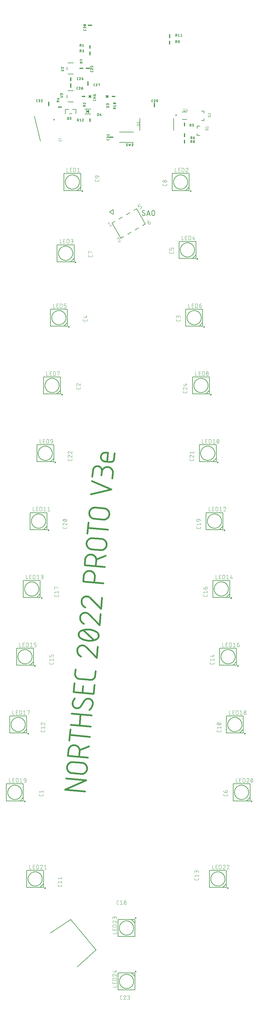
<source format=gbr>
G04 EAGLE Gerber RS-274X export*
G75*
%MOMM*%
%FSLAX34Y34*%
%LPD*%
%INSilkscreen Top*%
%IPPOS*%
%AMOC8*
5,1,8,0,0,1.08239X$1,22.5*%
G01*
%ADD10C,0.508000*%
%ADD11C,0.127000*%
%ADD12C,0.152400*%
%ADD13C,0.101600*%
%ADD14C,0.304800*%
%ADD15C,0.203200*%
%ADD16R,0.200000X1.000000*%
%ADD17R,0.889000X0.190500*%
%ADD18C,0.076200*%
%ADD19C,0.200000*%

G36*
X-53322Y-250948D02*
X-53322Y-250948D01*
X-53305Y-250950D01*
X-53201Y-250929D01*
X-53097Y-250912D01*
X-53082Y-250903D01*
X-53064Y-250900D01*
X-52973Y-250846D01*
X-52880Y-250796D01*
X-52868Y-250784D01*
X-52852Y-250775D01*
X-52783Y-250695D01*
X-52711Y-250618D01*
X-52703Y-250602D01*
X-52691Y-250588D01*
X-52651Y-250491D01*
X-52642Y-250470D01*
X-52607Y-250395D01*
X-52605Y-250377D01*
X-52598Y-250361D01*
X-52591Y-250255D01*
X-52580Y-250151D01*
X-52584Y-250133D01*
X-52582Y-250115D01*
X-52610Y-250013D01*
X-52632Y-249910D01*
X-52641Y-249895D01*
X-52646Y-249878D01*
X-52731Y-249733D01*
X-56541Y-244653D01*
X-56544Y-244650D01*
X-56546Y-244647D01*
X-56633Y-244565D01*
X-56718Y-244483D01*
X-56722Y-244481D01*
X-56725Y-244478D01*
X-56834Y-244428D01*
X-56941Y-244378D01*
X-56945Y-244378D01*
X-56949Y-244376D01*
X-57067Y-244363D01*
X-57185Y-244350D01*
X-57189Y-244350D01*
X-57194Y-244350D01*
X-57310Y-244376D01*
X-57426Y-244401D01*
X-57430Y-244403D01*
X-57434Y-244404D01*
X-57536Y-244465D01*
X-57638Y-244526D01*
X-57641Y-244529D01*
X-57644Y-244531D01*
X-57759Y-244653D01*
X-61569Y-249733D01*
X-61577Y-249749D01*
X-61590Y-249762D01*
X-61634Y-249858D01*
X-61683Y-249951D01*
X-61686Y-249969D01*
X-61693Y-249985D01*
X-61705Y-250090D01*
X-61721Y-250194D01*
X-61718Y-250212D01*
X-61720Y-250229D01*
X-61698Y-250332D01*
X-61680Y-250437D01*
X-61672Y-250452D01*
X-61668Y-250470D01*
X-61614Y-250560D01*
X-61564Y-250654D01*
X-61551Y-250666D01*
X-61542Y-250681D01*
X-61462Y-250750D01*
X-61385Y-250822D01*
X-61368Y-250829D01*
X-61355Y-250841D01*
X-61257Y-250880D01*
X-61161Y-250924D01*
X-61143Y-250926D01*
X-61127Y-250933D01*
X-60960Y-250951D01*
X-53340Y-250951D01*
X-53322Y-250948D01*
G37*
G36*
X-104122Y-250948D02*
X-104122Y-250948D01*
X-104105Y-250950D01*
X-104001Y-250929D01*
X-103897Y-250912D01*
X-103882Y-250903D01*
X-103864Y-250900D01*
X-103773Y-250846D01*
X-103680Y-250796D01*
X-103668Y-250784D01*
X-103652Y-250775D01*
X-103583Y-250695D01*
X-103511Y-250618D01*
X-103503Y-250602D01*
X-103491Y-250588D01*
X-103451Y-250491D01*
X-103442Y-250470D01*
X-103407Y-250395D01*
X-103405Y-250377D01*
X-103398Y-250361D01*
X-103391Y-250255D01*
X-103380Y-250151D01*
X-103384Y-250133D01*
X-103382Y-250115D01*
X-103410Y-250013D01*
X-103432Y-249910D01*
X-103441Y-249895D01*
X-103446Y-249878D01*
X-103531Y-249733D01*
X-107341Y-244653D01*
X-107344Y-244650D01*
X-107346Y-244647D01*
X-107433Y-244565D01*
X-107518Y-244483D01*
X-107522Y-244481D01*
X-107525Y-244478D01*
X-107634Y-244428D01*
X-107741Y-244378D01*
X-107745Y-244378D01*
X-107749Y-244376D01*
X-107867Y-244363D01*
X-107985Y-244350D01*
X-107989Y-244350D01*
X-107994Y-244350D01*
X-108110Y-244376D01*
X-108226Y-244401D01*
X-108230Y-244403D01*
X-108234Y-244404D01*
X-108336Y-244465D01*
X-108438Y-244526D01*
X-108441Y-244529D01*
X-108444Y-244531D01*
X-108559Y-244653D01*
X-112369Y-249733D01*
X-112377Y-249749D01*
X-112390Y-249762D01*
X-112434Y-249858D01*
X-112483Y-249951D01*
X-112486Y-249969D01*
X-112493Y-249985D01*
X-112505Y-250090D01*
X-112521Y-250194D01*
X-112518Y-250212D01*
X-112520Y-250229D01*
X-112498Y-250332D01*
X-112480Y-250437D01*
X-112472Y-250452D01*
X-112468Y-250470D01*
X-112414Y-250560D01*
X-112364Y-250654D01*
X-112351Y-250666D01*
X-112342Y-250681D01*
X-112262Y-250750D01*
X-112185Y-250822D01*
X-112168Y-250829D01*
X-112155Y-250841D01*
X-112057Y-250880D01*
X-111961Y-250924D01*
X-111943Y-250926D01*
X-111927Y-250933D01*
X-111760Y-250951D01*
X-104140Y-250951D01*
X-104122Y-250948D01*
G37*
G36*
X-112255Y-295107D02*
X-112255Y-295107D01*
X-112184Y-295109D01*
X-112115Y-295091D01*
X-112044Y-295082D01*
X-111978Y-295055D01*
X-111909Y-295037D01*
X-111848Y-295000D01*
X-111782Y-294973D01*
X-111726Y-294928D01*
X-111664Y-294892D01*
X-111615Y-294840D01*
X-111560Y-294795D01*
X-111519Y-294737D01*
X-111470Y-294684D01*
X-111437Y-294621D01*
X-111396Y-294563D01*
X-111373Y-294495D01*
X-111340Y-294431D01*
X-111330Y-294372D01*
X-111303Y-294294D01*
X-111297Y-294175D01*
X-111285Y-294100D01*
X-111285Y-290100D01*
X-111295Y-290029D01*
X-111295Y-289957D01*
X-111315Y-289889D01*
X-111325Y-289819D01*
X-111354Y-289753D01*
X-111374Y-289684D01*
X-111412Y-289624D01*
X-111441Y-289559D01*
X-111487Y-289504D01*
X-111525Y-289444D01*
X-111579Y-289396D01*
X-111625Y-289342D01*
X-111684Y-289302D01*
X-111738Y-289255D01*
X-111802Y-289224D01*
X-111861Y-289185D01*
X-111930Y-289163D01*
X-111994Y-289132D01*
X-112064Y-289120D01*
X-112132Y-289099D01*
X-112204Y-289097D01*
X-112275Y-289085D01*
X-112345Y-289093D01*
X-112416Y-289091D01*
X-112486Y-289110D01*
X-112557Y-289118D01*
X-112612Y-289143D01*
X-112691Y-289163D01*
X-112794Y-289224D01*
X-112863Y-289255D01*
X-115863Y-291255D01*
X-115950Y-291332D01*
X-116040Y-291405D01*
X-116055Y-291427D01*
X-116075Y-291445D01*
X-116137Y-291542D01*
X-116204Y-291637D01*
X-116212Y-291663D01*
X-116227Y-291685D01*
X-116259Y-291796D01*
X-116297Y-291906D01*
X-116298Y-291933D01*
X-116305Y-291958D01*
X-116305Y-292074D01*
X-116311Y-292190D01*
X-116305Y-292216D01*
X-116305Y-292243D01*
X-116273Y-292354D01*
X-116247Y-292467D01*
X-116234Y-292490D01*
X-116226Y-292516D01*
X-116164Y-292614D01*
X-116108Y-292715D01*
X-116090Y-292731D01*
X-116075Y-292756D01*
X-115867Y-292941D01*
X-115863Y-292945D01*
X-112863Y-294945D01*
X-112799Y-294976D01*
X-112739Y-295016D01*
X-112671Y-295037D01*
X-112607Y-295068D01*
X-112536Y-295080D01*
X-112468Y-295101D01*
X-112397Y-295103D01*
X-112327Y-295115D01*
X-112255Y-295107D01*
G37*
D10*
X-122309Y-2297248D02*
X-181519Y-2292068D01*
X-119431Y-2264354D01*
X-178641Y-2259174D01*
X-160714Y-2243697D02*
X-134398Y-2246000D01*
X-160714Y-2243697D02*
X-161114Y-2243657D01*
X-161513Y-2243608D01*
X-161911Y-2243548D01*
X-162307Y-2243479D01*
X-162701Y-2243401D01*
X-163093Y-2243312D01*
X-163483Y-2243215D01*
X-163871Y-2243107D01*
X-164256Y-2242991D01*
X-164637Y-2242865D01*
X-165016Y-2242730D01*
X-165391Y-2242585D01*
X-165763Y-2242432D01*
X-166131Y-2242269D01*
X-166494Y-2242098D01*
X-166854Y-2241918D01*
X-167209Y-2241729D01*
X-167559Y-2241531D01*
X-167904Y-2241325D01*
X-168244Y-2241111D01*
X-168579Y-2240889D01*
X-168909Y-2240658D01*
X-169232Y-2240419D01*
X-169550Y-2240173D01*
X-169862Y-2239919D01*
X-170167Y-2239657D01*
X-170466Y-2239388D01*
X-170758Y-2239112D01*
X-171044Y-2238829D01*
X-171322Y-2238539D01*
X-171594Y-2238242D01*
X-171858Y-2237939D01*
X-172114Y-2237630D01*
X-172363Y-2237314D01*
X-172604Y-2236992D01*
X-172838Y-2236665D01*
X-173063Y-2236332D01*
X-173280Y-2235993D01*
X-173489Y-2235650D01*
X-173689Y-2235301D01*
X-173881Y-2234948D01*
X-174064Y-2234590D01*
X-174238Y-2234227D01*
X-174404Y-2233861D01*
X-174560Y-2233491D01*
X-174708Y-2233117D01*
X-174846Y-2232739D01*
X-174975Y-2232358D01*
X-175095Y-2231974D01*
X-175205Y-2231588D01*
X-175306Y-2231199D01*
X-175397Y-2230807D01*
X-175479Y-2230413D01*
X-175551Y-2230018D01*
X-175614Y-2229621D01*
X-175667Y-2229222D01*
X-175710Y-2228822D01*
X-175743Y-2228422D01*
X-175767Y-2228020D01*
X-175781Y-2227619D01*
X-175785Y-2227216D01*
X-175779Y-2226814D01*
X-175764Y-2226413D01*
X-175738Y-2226011D01*
X-175703Y-2225611D01*
X-175659Y-2225211D01*
X-175604Y-2224813D01*
X-175540Y-2224416D01*
X-175466Y-2224021D01*
X-175383Y-2223628D01*
X-175290Y-2223236D01*
X-175187Y-2222848D01*
X-175075Y-2222461D01*
X-174954Y-2222078D01*
X-174823Y-2221698D01*
X-174684Y-2221321D01*
X-174535Y-2220947D01*
X-174377Y-2220578D01*
X-174210Y-2220212D01*
X-174034Y-2219850D01*
X-173849Y-2219493D01*
X-173656Y-2219141D01*
X-173454Y-2218793D01*
X-173244Y-2218450D01*
X-173026Y-2218112D01*
X-172799Y-2217780D01*
X-172565Y-2217454D01*
X-172322Y-2217133D01*
X-172072Y-2216818D01*
X-171814Y-2216510D01*
X-171549Y-2216208D01*
X-171276Y-2215912D01*
X-170997Y-2215623D01*
X-170710Y-2215341D01*
X-170417Y-2215066D01*
X-170117Y-2214799D01*
X-169810Y-2214538D01*
X-169498Y-2214285D01*
X-169179Y-2214040D01*
X-168854Y-2213803D01*
X-168524Y-2213574D01*
X-168188Y-2213353D01*
X-167847Y-2213140D01*
X-167501Y-2212935D01*
X-167150Y-2212739D01*
X-166794Y-2212552D01*
X-166434Y-2212373D01*
X-166070Y-2212203D01*
X-165701Y-2212042D01*
X-165329Y-2211890D01*
X-164953Y-2211747D01*
X-164574Y-2211613D01*
X-164192Y-2211489D01*
X-163806Y-2211374D01*
X-163419Y-2211268D01*
X-163028Y-2211172D01*
X-162635Y-2211086D01*
X-162241Y-2211009D01*
X-161844Y-2210941D01*
X-161447Y-2210883D01*
X-161047Y-2210835D01*
X-160647Y-2210797D01*
X-160246Y-2210769D01*
X-159844Y-2210750D01*
X-159443Y-2210741D01*
X-159040Y-2210742D01*
X-158639Y-2210752D01*
X-158237Y-2210773D01*
X-157836Y-2210803D01*
X-131520Y-2213105D01*
X-131117Y-2213145D01*
X-130715Y-2213195D01*
X-130314Y-2213255D01*
X-129915Y-2213325D01*
X-129518Y-2213405D01*
X-129122Y-2213494D01*
X-128729Y-2213593D01*
X-128339Y-2213702D01*
X-127951Y-2213820D01*
X-127567Y-2213947D01*
X-127186Y-2214084D01*
X-126808Y-2214231D01*
X-126434Y-2214386D01*
X-126063Y-2214551D01*
X-125697Y-2214725D01*
X-125336Y-2214907D01*
X-124978Y-2215099D01*
X-124626Y-2215299D01*
X-124279Y-2215508D01*
X-123937Y-2215725D01*
X-123600Y-2215951D01*
X-123269Y-2216185D01*
X-122944Y-2216426D01*
X-122625Y-2216676D01*
X-122312Y-2216934D01*
X-122006Y-2217199D01*
X-121706Y-2217471D01*
X-121413Y-2217751D01*
X-121127Y-2218038D01*
X-120848Y-2218332D01*
X-120576Y-2218632D01*
X-120312Y-2218940D01*
X-120055Y-2219253D01*
X-119806Y-2219573D01*
X-119565Y-2219899D01*
X-119332Y-2220230D01*
X-119108Y-2220568D01*
X-118891Y-2220910D01*
X-118683Y-2221258D01*
X-118484Y-2221611D01*
X-118294Y-2221968D01*
X-118112Y-2222331D01*
X-117939Y-2222697D01*
X-117776Y-2223068D01*
X-117621Y-2223442D01*
X-117476Y-2223821D01*
X-117340Y-2224202D01*
X-117213Y-2224587D01*
X-117096Y-2224975D01*
X-116988Y-2225366D01*
X-116891Y-2225759D01*
X-116802Y-2226155D01*
X-116724Y-2226552D01*
X-116655Y-2226951D01*
X-116596Y-2227352D01*
X-116547Y-2227755D01*
X-116508Y-2228158D01*
X-116479Y-2228562D01*
X-116459Y-2228967D01*
X-116450Y-2229372D01*
X-116451Y-2229777D01*
X-116461Y-2230182D01*
X-116481Y-2230587D01*
X-116512Y-2230991D01*
X-116552Y-2231394D01*
X-116602Y-2231796D01*
X-116662Y-2232197D01*
X-116732Y-2232596D01*
X-116812Y-2232993D01*
X-116901Y-2233389D01*
X-117000Y-2233782D01*
X-117109Y-2234172D01*
X-117227Y-2234560D01*
X-117354Y-2234944D01*
X-117491Y-2235325D01*
X-117638Y-2235703D01*
X-117793Y-2236077D01*
X-117958Y-2236448D01*
X-118132Y-2236814D01*
X-118314Y-2237175D01*
X-118506Y-2237533D01*
X-118706Y-2237885D01*
X-118915Y-2238232D01*
X-119132Y-2238574D01*
X-119358Y-2238911D01*
X-119592Y-2239242D01*
X-119833Y-2239567D01*
X-120083Y-2239886D01*
X-120341Y-2240199D01*
X-120606Y-2240505D01*
X-120878Y-2240805D01*
X-121158Y-2241098D01*
X-121445Y-2241384D01*
X-121739Y-2241663D01*
X-122039Y-2241935D01*
X-122347Y-2242199D01*
X-122660Y-2242456D01*
X-122980Y-2242705D01*
X-123306Y-2242946D01*
X-123637Y-2243179D01*
X-123975Y-2243403D01*
X-124317Y-2243620D01*
X-124665Y-2243828D01*
X-125018Y-2244027D01*
X-125375Y-2244217D01*
X-125738Y-2244399D01*
X-126104Y-2244572D01*
X-126475Y-2244735D01*
X-126849Y-2244890D01*
X-127228Y-2245035D01*
X-127609Y-2245171D01*
X-127994Y-2245298D01*
X-128382Y-2245415D01*
X-128773Y-2245523D01*
X-129166Y-2245620D01*
X-129562Y-2245709D01*
X-129959Y-2245787D01*
X-130358Y-2245856D01*
X-130759Y-2245915D01*
X-131162Y-2245964D01*
X-131565Y-2246003D01*
X-131969Y-2246032D01*
X-132374Y-2246052D01*
X-132779Y-2246061D01*
X-133184Y-2246060D01*
X-133589Y-2246050D01*
X-133994Y-2246030D01*
X-134398Y-2245999D01*
X-113598Y-2197683D02*
X-172808Y-2192503D01*
X-171369Y-2176056D01*
X-171329Y-2175656D01*
X-171280Y-2175257D01*
X-171220Y-2174859D01*
X-171151Y-2174463D01*
X-171073Y-2174069D01*
X-170984Y-2173677D01*
X-170887Y-2173287D01*
X-170779Y-2172899D01*
X-170663Y-2172514D01*
X-170537Y-2172133D01*
X-170402Y-2171754D01*
X-170257Y-2171379D01*
X-170104Y-2171007D01*
X-169941Y-2170639D01*
X-169770Y-2170276D01*
X-169590Y-2169916D01*
X-169401Y-2169561D01*
X-169203Y-2169211D01*
X-168997Y-2168866D01*
X-168783Y-2168526D01*
X-168561Y-2168191D01*
X-168330Y-2167861D01*
X-168091Y-2167538D01*
X-167845Y-2167220D01*
X-167591Y-2166908D01*
X-167329Y-2166603D01*
X-167060Y-2166304D01*
X-166784Y-2166012D01*
X-166501Y-2165726D01*
X-166211Y-2165448D01*
X-165914Y-2165176D01*
X-165611Y-2164912D01*
X-165302Y-2164656D01*
X-164986Y-2164407D01*
X-164664Y-2164166D01*
X-164337Y-2163932D01*
X-164004Y-2163707D01*
X-163665Y-2163490D01*
X-163322Y-2163281D01*
X-162973Y-2163081D01*
X-162620Y-2162889D01*
X-162262Y-2162706D01*
X-161899Y-2162532D01*
X-161533Y-2162366D01*
X-161163Y-2162210D01*
X-160789Y-2162062D01*
X-160411Y-2161924D01*
X-160030Y-2161795D01*
X-159646Y-2161675D01*
X-159260Y-2161565D01*
X-158871Y-2161464D01*
X-158479Y-2161373D01*
X-158085Y-2161291D01*
X-157690Y-2161219D01*
X-157293Y-2161156D01*
X-156894Y-2161103D01*
X-156494Y-2161060D01*
X-156094Y-2161027D01*
X-155692Y-2161003D01*
X-155291Y-2160989D01*
X-154888Y-2160985D01*
X-154486Y-2160991D01*
X-154085Y-2161006D01*
X-153683Y-2161032D01*
X-153283Y-2161067D01*
X-152883Y-2161111D01*
X-152485Y-2161166D01*
X-152088Y-2161230D01*
X-151693Y-2161304D01*
X-151300Y-2161387D01*
X-150908Y-2161480D01*
X-150520Y-2161583D01*
X-150133Y-2161695D01*
X-149750Y-2161816D01*
X-149370Y-2161947D01*
X-148993Y-2162086D01*
X-148619Y-2162235D01*
X-148250Y-2162393D01*
X-147884Y-2162560D01*
X-147522Y-2162736D01*
X-147165Y-2162921D01*
X-146813Y-2163114D01*
X-146465Y-2163316D01*
X-146122Y-2163526D01*
X-145784Y-2163744D01*
X-145452Y-2163971D01*
X-145126Y-2164205D01*
X-144805Y-2164448D01*
X-144490Y-2164698D01*
X-144182Y-2164956D01*
X-143880Y-2165221D01*
X-143584Y-2165494D01*
X-143295Y-2165773D01*
X-143013Y-2166060D01*
X-142738Y-2166353D01*
X-142471Y-2166653D01*
X-142210Y-2166960D01*
X-141957Y-2167272D01*
X-141712Y-2167591D01*
X-141475Y-2167916D01*
X-141246Y-2168246D01*
X-141025Y-2168582D01*
X-140812Y-2168923D01*
X-140607Y-2169269D01*
X-140411Y-2169620D01*
X-140224Y-2169976D01*
X-140045Y-2170336D01*
X-139875Y-2170700D01*
X-139714Y-2171069D01*
X-139562Y-2171441D01*
X-139419Y-2171817D01*
X-139285Y-2172196D01*
X-139161Y-2172578D01*
X-139046Y-2172964D01*
X-138940Y-2173351D01*
X-138844Y-2173742D01*
X-138758Y-2174135D01*
X-138681Y-2174529D01*
X-138613Y-2174926D01*
X-138555Y-2175323D01*
X-138507Y-2175723D01*
X-138469Y-2176123D01*
X-138441Y-2176524D01*
X-138422Y-2176926D01*
X-138413Y-2177327D01*
X-138414Y-2177730D01*
X-138424Y-2178131D01*
X-138445Y-2178533D01*
X-138475Y-2178934D01*
X-139914Y-2195381D01*
X-138187Y-2175644D02*
X-110720Y-2164789D01*
X-108218Y-2136192D02*
X-167428Y-2131012D01*
X-168867Y-2147459D02*
X-165989Y-2114565D01*
X-164790Y-2100863D02*
X-105581Y-2106043D01*
X-138475Y-2103166D02*
X-135597Y-2070271D01*
X-161912Y-2067969D02*
X-102703Y-2073149D01*
X-99636Y-2038104D02*
X-99612Y-2037786D01*
X-99596Y-2037467D01*
X-99587Y-2037148D01*
X-99587Y-2036829D01*
X-99593Y-2036510D01*
X-99608Y-2036191D01*
X-99630Y-2035873D01*
X-99660Y-2035555D01*
X-99698Y-2035238D01*
X-99743Y-2034922D01*
X-99796Y-2034607D01*
X-99856Y-2034294D01*
X-99925Y-2033982D01*
X-100000Y-2033672D01*
X-100083Y-2033364D01*
X-100174Y-2033057D01*
X-100271Y-2032754D01*
X-100376Y-2032452D01*
X-100489Y-2032154D01*
X-100608Y-2031858D01*
X-100735Y-2031565D01*
X-100869Y-2031275D01*
X-101010Y-2030988D01*
X-101157Y-2030705D01*
X-101311Y-2030426D01*
X-101473Y-2030150D01*
X-101640Y-2029879D01*
X-101814Y-2029611D01*
X-101995Y-2029348D01*
X-102182Y-2029089D01*
X-102375Y-2028835D01*
X-102574Y-2028586D01*
X-102779Y-2028341D01*
X-102990Y-2028102D01*
X-103207Y-2027868D01*
X-103429Y-2027639D01*
X-103657Y-2027415D01*
X-103890Y-2027197D01*
X-104129Y-2026985D01*
X-104372Y-2026778D01*
X-104620Y-2026578D01*
X-104874Y-2026383D01*
X-105131Y-2026195D01*
X-105393Y-2026013D01*
X-105660Y-2025837D01*
X-105931Y-2025668D01*
X-106205Y-2025506D01*
X-106484Y-2025350D01*
X-106766Y-2025201D01*
X-107052Y-2025058D01*
X-107341Y-2024923D01*
X-107633Y-2024795D01*
X-107929Y-2024674D01*
X-108227Y-2024560D01*
X-108527Y-2024453D01*
X-108831Y-2024354D01*
X-109136Y-2024262D01*
X-109444Y-2024177D01*
X-109754Y-2024100D01*
X-110065Y-2024030D01*
X-110378Y-2023968D01*
X-110693Y-2023913D01*
X-111009Y-2023866D01*
X-111325Y-2023827D01*
X-111643Y-2023795D01*
X-99636Y-2038104D02*
X-99702Y-2038768D01*
X-99784Y-2039431D01*
X-99882Y-2040091D01*
X-99996Y-2040749D01*
X-100125Y-2041404D01*
X-100270Y-2042056D01*
X-100431Y-2042704D01*
X-100606Y-2043348D01*
X-100798Y-2043987D01*
X-101004Y-2044622D01*
X-101226Y-2045252D01*
X-101463Y-2045876D01*
X-101714Y-2046494D01*
X-101981Y-2047106D01*
X-102261Y-2047712D01*
X-102557Y-2048311D01*
X-102866Y-2048902D01*
X-103190Y-2049486D01*
X-103527Y-2050062D01*
X-103878Y-2050630D01*
X-104243Y-2051189D01*
X-104621Y-2051740D01*
X-105012Y-2052281D01*
X-105415Y-2052812D01*
X-105832Y-2053334D01*
X-106261Y-2053846D01*
X-106701Y-2054347D01*
X-107154Y-2054838D01*
X-107618Y-2055318D01*
X-108094Y-2055786D01*
X-108581Y-2056243D01*
X-109078Y-2056688D01*
X-109586Y-2057121D01*
X-147271Y-2052167D02*
X-147594Y-2052135D01*
X-147915Y-2052094D01*
X-148236Y-2052046D01*
X-148555Y-2051991D01*
X-148873Y-2051927D01*
X-149189Y-2051855D01*
X-149504Y-2051776D01*
X-149816Y-2051689D01*
X-150126Y-2051595D01*
X-150434Y-2051493D01*
X-150739Y-2051383D01*
X-151041Y-2051266D01*
X-151340Y-2051142D01*
X-151637Y-2051010D01*
X-151929Y-2050871D01*
X-152219Y-2050725D01*
X-152504Y-2050571D01*
X-152786Y-2050411D01*
X-153064Y-2050244D01*
X-153338Y-2050070D01*
X-153607Y-2049890D01*
X-153872Y-2049703D01*
X-154132Y-2049509D01*
X-154387Y-2049310D01*
X-154638Y-2049104D01*
X-154883Y-2048892D01*
X-155123Y-2048674D01*
X-155357Y-2048450D01*
X-155586Y-2048220D01*
X-155809Y-2047985D01*
X-156027Y-2047745D01*
X-156238Y-2047499D01*
X-156443Y-2047248D01*
X-156642Y-2046992D01*
X-156835Y-2046732D01*
X-157021Y-2046466D01*
X-157201Y-2046197D01*
X-157374Y-2045922D01*
X-157540Y-2045644D01*
X-157700Y-2045362D01*
X-157852Y-2045076D01*
X-157998Y-2044786D01*
X-158136Y-2044493D01*
X-158267Y-2044196D01*
X-158390Y-2043897D01*
X-158507Y-2043594D01*
X-158615Y-2043289D01*
X-158717Y-2042981D01*
X-158810Y-2042670D01*
X-158896Y-2042358D01*
X-158975Y-2042043D01*
X-159045Y-2041727D01*
X-159108Y-2041409D01*
X-159163Y-2041089D01*
X-159210Y-2040769D01*
X-159249Y-2040447D01*
X-159281Y-2040124D01*
X-159304Y-2039801D01*
X-159320Y-2039477D01*
X-159327Y-2039153D01*
X-159327Y-2038829D01*
X-159318Y-2038505D01*
X-159302Y-2038181D01*
X-159278Y-2037858D01*
X-159279Y-2037858D02*
X-159220Y-2037270D01*
X-159148Y-2036685D01*
X-159062Y-2036101D01*
X-158961Y-2035519D01*
X-158847Y-2034940D01*
X-158719Y-2034364D01*
X-158578Y-2033791D01*
X-158423Y-2033221D01*
X-158254Y-2032656D01*
X-158072Y-2032094D01*
X-157876Y-2031537D01*
X-157668Y-2030985D01*
X-157446Y-2030438D01*
X-157211Y-2029897D01*
X-156964Y-2029361D01*
X-156703Y-2028831D01*
X-156431Y-2028308D01*
X-156145Y-2027791D01*
X-155848Y-2027281D01*
X-155538Y-2026779D01*
X-155217Y-2026284D01*
X-154884Y-2025796D01*
X-154539Y-2025317D01*
X-154183Y-2024846D01*
X-153816Y-2024384D01*
X-153438Y-2023931D01*
X-153049Y-2023487D01*
X-135183Y-2046595D02*
X-135374Y-2046856D01*
X-135572Y-2047113D01*
X-135775Y-2047364D01*
X-135985Y-2047611D01*
X-136201Y-2047853D01*
X-136422Y-2048089D01*
X-136649Y-2048320D01*
X-136882Y-2048546D01*
X-137120Y-2048766D01*
X-137363Y-2048980D01*
X-137611Y-2049188D01*
X-137864Y-2049390D01*
X-138122Y-2049585D01*
X-138385Y-2049775D01*
X-138652Y-2049958D01*
X-138924Y-2050135D01*
X-139199Y-2050305D01*
X-139479Y-2050468D01*
X-139763Y-2050624D01*
X-140050Y-2050774D01*
X-140341Y-2050917D01*
X-140635Y-2051052D01*
X-140932Y-2051181D01*
X-141232Y-2051302D01*
X-141536Y-2051416D01*
X-141841Y-2051522D01*
X-142150Y-2051622D01*
X-142460Y-2051713D01*
X-142773Y-2051797D01*
X-143088Y-2051874D01*
X-143404Y-2051943D01*
X-143722Y-2052004D01*
X-144042Y-2052058D01*
X-144362Y-2052104D01*
X-144684Y-2052142D01*
X-145007Y-2052172D01*
X-145330Y-2052195D01*
X-145653Y-2052209D01*
X-145977Y-2052216D01*
X-146301Y-2052216D01*
X-146625Y-2052207D01*
X-146948Y-2052190D01*
X-147271Y-2052166D01*
X-123731Y-2029367D02*
X-123540Y-2029105D01*
X-123342Y-2028849D01*
X-123139Y-2028597D01*
X-122929Y-2028350D01*
X-122713Y-2028108D01*
X-122492Y-2027872D01*
X-122265Y-2027641D01*
X-122032Y-2027415D01*
X-121794Y-2027196D01*
X-121551Y-2026982D01*
X-121303Y-2026774D01*
X-121050Y-2026572D01*
X-120792Y-2026376D01*
X-120529Y-2026186D01*
X-120262Y-2026003D01*
X-119991Y-2025826D01*
X-119715Y-2025656D01*
X-119435Y-2025493D01*
X-119152Y-2025337D01*
X-118864Y-2025187D01*
X-118574Y-2025044D01*
X-118279Y-2024909D01*
X-117982Y-2024780D01*
X-117682Y-2024659D01*
X-117378Y-2024545D01*
X-117073Y-2024439D01*
X-116764Y-2024339D01*
X-116454Y-2024248D01*
X-116141Y-2024164D01*
X-115826Y-2024087D01*
X-115510Y-2024018D01*
X-115192Y-2023957D01*
X-114872Y-2023903D01*
X-114552Y-2023857D01*
X-114230Y-2023819D01*
X-113907Y-2023789D01*
X-113584Y-2023766D01*
X-113261Y-2023752D01*
X-112937Y-2023745D01*
X-112613Y-2023745D01*
X-112289Y-2023754D01*
X-111966Y-2023771D01*
X-111643Y-2023795D01*
X-123732Y-2029367D02*
X-135183Y-2046595D01*
X-97148Y-2009663D02*
X-94846Y-1983347D01*
X-97148Y-2009663D02*
X-156358Y-2004483D01*
X-154056Y-1978167D01*
X-128316Y-1987048D02*
X-130043Y-2006785D01*
X-92479Y-1956296D02*
X-91328Y-1943138D01*
X-92479Y-1956295D02*
X-92511Y-1956618D01*
X-92552Y-1956939D01*
X-92600Y-1957260D01*
X-92655Y-1957579D01*
X-92719Y-1957897D01*
X-92791Y-1958213D01*
X-92870Y-1958528D01*
X-92957Y-1958840D01*
X-93051Y-1959150D01*
X-93153Y-1959458D01*
X-93263Y-1959763D01*
X-93380Y-1960065D01*
X-93504Y-1960364D01*
X-93636Y-1960661D01*
X-93775Y-1960953D01*
X-93921Y-1961243D01*
X-94075Y-1961528D01*
X-94235Y-1961810D01*
X-94402Y-1962088D01*
X-94576Y-1962362D01*
X-94756Y-1962631D01*
X-94943Y-1962896D01*
X-95137Y-1963156D01*
X-95336Y-1963411D01*
X-95542Y-1963662D01*
X-95754Y-1963907D01*
X-95972Y-1964147D01*
X-96196Y-1964381D01*
X-96426Y-1964610D01*
X-96661Y-1964833D01*
X-96901Y-1965051D01*
X-97147Y-1965262D01*
X-97398Y-1965467D01*
X-97654Y-1965666D01*
X-97914Y-1965859D01*
X-98180Y-1966045D01*
X-98449Y-1966225D01*
X-98724Y-1966398D01*
X-99002Y-1966564D01*
X-99284Y-1966724D01*
X-99570Y-1966876D01*
X-99860Y-1967022D01*
X-100153Y-1967160D01*
X-100450Y-1967291D01*
X-100749Y-1967414D01*
X-101052Y-1967531D01*
X-101357Y-1967639D01*
X-101665Y-1967741D01*
X-101976Y-1967834D01*
X-102288Y-1967920D01*
X-102603Y-1967999D01*
X-102919Y-1968069D01*
X-103237Y-1968132D01*
X-103557Y-1968187D01*
X-103877Y-1968234D01*
X-104199Y-1968273D01*
X-104522Y-1968305D01*
X-104845Y-1968328D01*
X-105169Y-1968344D01*
X-105493Y-1968351D01*
X-105817Y-1968351D01*
X-106141Y-1968342D01*
X-106465Y-1968326D01*
X-106788Y-1968302D01*
X-139682Y-1965424D01*
X-139682Y-1965425D02*
X-140005Y-1965393D01*
X-140326Y-1965352D01*
X-140647Y-1965304D01*
X-140966Y-1965249D01*
X-141284Y-1965185D01*
X-141600Y-1965113D01*
X-141915Y-1965034D01*
X-142227Y-1964947D01*
X-142537Y-1964853D01*
X-142845Y-1964751D01*
X-143150Y-1964641D01*
X-143452Y-1964524D01*
X-143751Y-1964400D01*
X-144048Y-1964268D01*
X-144340Y-1964129D01*
X-144630Y-1963983D01*
X-144915Y-1963829D01*
X-145197Y-1963669D01*
X-145475Y-1963502D01*
X-145749Y-1963328D01*
X-146018Y-1963148D01*
X-146283Y-1962961D01*
X-146543Y-1962768D01*
X-146798Y-1962568D01*
X-147048Y-1962362D01*
X-147294Y-1962150D01*
X-147534Y-1961932D01*
X-147768Y-1961708D01*
X-147997Y-1961478D01*
X-148220Y-1961243D01*
X-148438Y-1961003D01*
X-148649Y-1960757D01*
X-148854Y-1960506D01*
X-149053Y-1960250D01*
X-149246Y-1959990D01*
X-149432Y-1959724D01*
X-149612Y-1959455D01*
X-149785Y-1959180D01*
X-149951Y-1958902D01*
X-150111Y-1958620D01*
X-150263Y-1958334D01*
X-150409Y-1958044D01*
X-150547Y-1957751D01*
X-150678Y-1957454D01*
X-150801Y-1957155D01*
X-150918Y-1956852D01*
X-151026Y-1956547D01*
X-151128Y-1956239D01*
X-151221Y-1955928D01*
X-151307Y-1955616D01*
X-151386Y-1955301D01*
X-151456Y-1954985D01*
X-151519Y-1954667D01*
X-151574Y-1954347D01*
X-151621Y-1954027D01*
X-151660Y-1953705D01*
X-151692Y-1953382D01*
X-151715Y-1953059D01*
X-151731Y-1952735D01*
X-151738Y-1952411D01*
X-151738Y-1952087D01*
X-151729Y-1951763D01*
X-151713Y-1951439D01*
X-151689Y-1951116D01*
X-151689Y-1951115D02*
X-150538Y-1937958D01*
X-145495Y-1880319D02*
X-145460Y-1879962D01*
X-145416Y-1879605D01*
X-145363Y-1879250D01*
X-145301Y-1878896D01*
X-145231Y-1878544D01*
X-145153Y-1878194D01*
X-145066Y-1877845D01*
X-144971Y-1877499D01*
X-144867Y-1877155D01*
X-144755Y-1876814D01*
X-144635Y-1876476D01*
X-144507Y-1876140D01*
X-144371Y-1875808D01*
X-144226Y-1875479D01*
X-144074Y-1875154D01*
X-143914Y-1874833D01*
X-143747Y-1874515D01*
X-143571Y-1874202D01*
X-143388Y-1873893D01*
X-143198Y-1873588D01*
X-143001Y-1873288D01*
X-142796Y-1872993D01*
X-142584Y-1872704D01*
X-142365Y-1872419D01*
X-142140Y-1872139D01*
X-141907Y-1871866D01*
X-141668Y-1871597D01*
X-141423Y-1871335D01*
X-141172Y-1871079D01*
X-140914Y-1870829D01*
X-140650Y-1870585D01*
X-140381Y-1870348D01*
X-140106Y-1870117D01*
X-139825Y-1869893D01*
X-139539Y-1869675D01*
X-139248Y-1869465D01*
X-138952Y-1869262D01*
X-138651Y-1869066D01*
X-138346Y-1868877D01*
X-138036Y-1868696D01*
X-137722Y-1868522D01*
X-137403Y-1868356D01*
X-137081Y-1868198D01*
X-136755Y-1868048D01*
X-136425Y-1867905D01*
X-136092Y-1867771D01*
X-135756Y-1867644D01*
X-135417Y-1867526D01*
X-135075Y-1867416D01*
X-134731Y-1867314D01*
X-134384Y-1867221D01*
X-134036Y-1867136D01*
X-133685Y-1867059D01*
X-133332Y-1866991D01*
X-132978Y-1866932D01*
X-132623Y-1866881D01*
X-132266Y-1866838D01*
X-131909Y-1866805D01*
X-131550Y-1866780D01*
X-131192Y-1866763D01*
X-130833Y-1866756D01*
X-130474Y-1866757D01*
X-130115Y-1866766D01*
X-129756Y-1866785D01*
X-129398Y-1866812D01*
X-145495Y-1880319D02*
X-145530Y-1880780D01*
X-145554Y-1881241D01*
X-145566Y-1881702D01*
X-145567Y-1882164D01*
X-145557Y-1882625D01*
X-145536Y-1883087D01*
X-145504Y-1883547D01*
X-145460Y-1884007D01*
X-145406Y-1884465D01*
X-145340Y-1884922D01*
X-145264Y-1885377D01*
X-145176Y-1885831D01*
X-145078Y-1886282D01*
X-144968Y-1886730D01*
X-144848Y-1887176D01*
X-144717Y-1887619D01*
X-144576Y-1888058D01*
X-144423Y-1888494D01*
X-144261Y-1888926D01*
X-144088Y-1889354D01*
X-143904Y-1889778D01*
X-143711Y-1890197D01*
X-143507Y-1890611D01*
X-143293Y-1891020D01*
X-143070Y-1891424D01*
X-142837Y-1891823D01*
X-142594Y-1892216D01*
X-142342Y-1892602D01*
X-142080Y-1892983D01*
X-141810Y-1893357D01*
X-141530Y-1893724D01*
X-141242Y-1894085D01*
X-140945Y-1894438D01*
X-140639Y-1894785D01*
X-140326Y-1895123D01*
X-140004Y-1895454D01*
X-139674Y-1895777D01*
X-139337Y-1896093D01*
X-138992Y-1896399D01*
X-138640Y-1896698D01*
X-138280Y-1896988D01*
X-137914Y-1897269D01*
X-137541Y-1897541D01*
X-137161Y-1897804D01*
X-136776Y-1898057D01*
X-136384Y-1898302D01*
X-135986Y-1898536D01*
X-135583Y-1898762D01*
X-135175Y-1898977D01*
X-134762Y-1899182D01*
X-134343Y-1899377D01*
X-133920Y-1899563D01*
X-118316Y-1872753D02*
X-118565Y-1872450D01*
X-118820Y-1872153D01*
X-119083Y-1871863D01*
X-119352Y-1871579D01*
X-119629Y-1871302D01*
X-119912Y-1871031D01*
X-120202Y-1870768D01*
X-120498Y-1870512D01*
X-120801Y-1870263D01*
X-121109Y-1870022D01*
X-121423Y-1869788D01*
X-121743Y-1869562D01*
X-122069Y-1869344D01*
X-122399Y-1869134D01*
X-122735Y-1868932D01*
X-123075Y-1868739D01*
X-123421Y-1868554D01*
X-123770Y-1868377D01*
X-124124Y-1868209D01*
X-124482Y-1868050D01*
X-124843Y-1867900D01*
X-125209Y-1867758D01*
X-125577Y-1867626D01*
X-125949Y-1867503D01*
X-126324Y-1867388D01*
X-126701Y-1867283D01*
X-127081Y-1867188D01*
X-127463Y-1867101D01*
X-127847Y-1867025D01*
X-128232Y-1866957D01*
X-128620Y-1866899D01*
X-129008Y-1866851D01*
X-129398Y-1866812D01*
X-118316Y-1872753D02*
X-87868Y-1903591D01*
X-84990Y-1870697D01*
X-113255Y-1852798D02*
X-114419Y-1852682D01*
X-115579Y-1852538D01*
X-116736Y-1852367D01*
X-117888Y-1852168D01*
X-119035Y-1851942D01*
X-120177Y-1851688D01*
X-121312Y-1851408D01*
X-122440Y-1851100D01*
X-123560Y-1850765D01*
X-124672Y-1850404D01*
X-125776Y-1850017D01*
X-126869Y-1849603D01*
X-127953Y-1849163D01*
X-129025Y-1848697D01*
X-130086Y-1848206D01*
X-131135Y-1847690D01*
X-132172Y-1847149D01*
X-133195Y-1846583D01*
X-134205Y-1845993D01*
X-134476Y-1845870D01*
X-134743Y-1845739D01*
X-135006Y-1845602D01*
X-135267Y-1845459D01*
X-135524Y-1845310D01*
X-135777Y-1845154D01*
X-136026Y-1844992D01*
X-136271Y-1844825D01*
X-136512Y-1844651D01*
X-136749Y-1844471D01*
X-136982Y-1844286D01*
X-137209Y-1844095D01*
X-137432Y-1843899D01*
X-137651Y-1843697D01*
X-137864Y-1843490D01*
X-138072Y-1843278D01*
X-138275Y-1843061D01*
X-138473Y-1842839D01*
X-138665Y-1842613D01*
X-138851Y-1842382D01*
X-139032Y-1842146D01*
X-139208Y-1841906D01*
X-139377Y-1841662D01*
X-139540Y-1841413D01*
X-139697Y-1841161D01*
X-139848Y-1840905D01*
X-139993Y-1840646D01*
X-140131Y-1840383D01*
X-140263Y-1840116D01*
X-140389Y-1839847D01*
X-140507Y-1839575D01*
X-140620Y-1839299D01*
X-140725Y-1839022D01*
X-140824Y-1838741D01*
X-140915Y-1838459D01*
X-141000Y-1838174D01*
X-141078Y-1837887D01*
X-141149Y-1837599D01*
X-141213Y-1837308D01*
X-141270Y-1837017D01*
X-141320Y-1836724D01*
X-141362Y-1836430D01*
X-141398Y-1836135D01*
X-141426Y-1835839D01*
X-141447Y-1835542D01*
X-141461Y-1835246D01*
X-141467Y-1834949D01*
X-141467Y-1834651D01*
X-141459Y-1834354D01*
X-141444Y-1834058D01*
X-141422Y-1833761D01*
X-141392Y-1833466D01*
X-141355Y-1833171D01*
X-141311Y-1832877D01*
X-141261Y-1832584D01*
X-141202Y-1832293D01*
X-141137Y-1832003D01*
X-141065Y-1831714D01*
X-140986Y-1831428D01*
X-140900Y-1831144D01*
X-140807Y-1830861D01*
X-140707Y-1830582D01*
X-140600Y-1830304D01*
X-140487Y-1830029D01*
X-140367Y-1829758D01*
X-140240Y-1829489D01*
X-140107Y-1829223D01*
X-139968Y-1828961D01*
X-139822Y-1828702D01*
X-139670Y-1828446D01*
X-139512Y-1828195D01*
X-139348Y-1827947D01*
X-139177Y-1827704D01*
X-139001Y-1827465D01*
X-138819Y-1827230D01*
X-138632Y-1826999D01*
X-138438Y-1826773D01*
X-138240Y-1826552D01*
X-138036Y-1826336D01*
X-137827Y-1826125D01*
X-137613Y-1825919D01*
X-137394Y-1825718D01*
X-137170Y-1825523D01*
X-136941Y-1825333D01*
X-136708Y-1825149D01*
X-136470Y-1824970D01*
X-136229Y-1824798D01*
X-135983Y-1824631D01*
X-135733Y-1824470D01*
X-135479Y-1824316D01*
X-135221Y-1824167D01*
X-134960Y-1824025D01*
X-134696Y-1823889D01*
X-134428Y-1823760D01*
X-134158Y-1823638D01*
X-133884Y-1823522D01*
X-133608Y-1823412D01*
X-133329Y-1823310D01*
X-133048Y-1823214D01*
X-132764Y-1823125D01*
X-132479Y-1823043D01*
X-132191Y-1822968D01*
X-132191Y-1822967D02*
X-131094Y-1822561D01*
X-129988Y-1822182D01*
X-128874Y-1821829D01*
X-127751Y-1821502D01*
X-126620Y-1821203D01*
X-125483Y-1820931D01*
X-124340Y-1820686D01*
X-123191Y-1820468D01*
X-122037Y-1820278D01*
X-120879Y-1820115D01*
X-119718Y-1819980D01*
X-118554Y-1819873D01*
X-117387Y-1819794D01*
X-116219Y-1819742D01*
X-115050Y-1819719D01*
X-113881Y-1819723D01*
X-112712Y-1819755D01*
X-111544Y-1819815D01*
X-110378Y-1819903D01*
X-113256Y-1852799D02*
X-112090Y-1852887D01*
X-110922Y-1852947D01*
X-109753Y-1852979D01*
X-108584Y-1852983D01*
X-107415Y-1852960D01*
X-106247Y-1852908D01*
X-105080Y-1852829D01*
X-103916Y-1852722D01*
X-102754Y-1852587D01*
X-101596Y-1852424D01*
X-100443Y-1852234D01*
X-99294Y-1852016D01*
X-98150Y-1851771D01*
X-97013Y-1851499D01*
X-95883Y-1851200D01*
X-94760Y-1850873D01*
X-93645Y-1850520D01*
X-92539Y-1850141D01*
X-91443Y-1849735D01*
X-91443Y-1849734D02*
X-91156Y-1849659D01*
X-90870Y-1849577D01*
X-90586Y-1849488D01*
X-90305Y-1849392D01*
X-90026Y-1849290D01*
X-89750Y-1849180D01*
X-89476Y-1849064D01*
X-89206Y-1848942D01*
X-88938Y-1848813D01*
X-88674Y-1848677D01*
X-88413Y-1848535D01*
X-88155Y-1848386D01*
X-87901Y-1848232D01*
X-87651Y-1848071D01*
X-87405Y-1847904D01*
X-87164Y-1847732D01*
X-86926Y-1847553D01*
X-86693Y-1847369D01*
X-86464Y-1847179D01*
X-86240Y-1846984D01*
X-86021Y-1846783D01*
X-85807Y-1846577D01*
X-85598Y-1846366D01*
X-85394Y-1846150D01*
X-85196Y-1845929D01*
X-85002Y-1845703D01*
X-84815Y-1845472D01*
X-84633Y-1845237D01*
X-84457Y-1844998D01*
X-84287Y-1844755D01*
X-84122Y-1844507D01*
X-83964Y-1844256D01*
X-83812Y-1844000D01*
X-83666Y-1843741D01*
X-83527Y-1843479D01*
X-83394Y-1843213D01*
X-83267Y-1842944D01*
X-83147Y-1842673D01*
X-83034Y-1842398D01*
X-82927Y-1842120D01*
X-82827Y-1841841D01*
X-82734Y-1841558D01*
X-82648Y-1841274D01*
X-82569Y-1840988D01*
X-82497Y-1840699D01*
X-82432Y-1840409D01*
X-82373Y-1840118D01*
X-82323Y-1839825D01*
X-82279Y-1839531D01*
X-82242Y-1839236D01*
X-82212Y-1838941D01*
X-89429Y-1826709D02*
X-90438Y-1826119D01*
X-91462Y-1825553D01*
X-92498Y-1825012D01*
X-93547Y-1824496D01*
X-94608Y-1824005D01*
X-95681Y-1823539D01*
X-96764Y-1823099D01*
X-97858Y-1822685D01*
X-98961Y-1822298D01*
X-100073Y-1821936D01*
X-101194Y-1821602D01*
X-102322Y-1821294D01*
X-103457Y-1821013D01*
X-104598Y-1820760D01*
X-105745Y-1820534D01*
X-106898Y-1820335D01*
X-108054Y-1820164D01*
X-109215Y-1820020D01*
X-110378Y-1819904D01*
X-89429Y-1826709D02*
X-89159Y-1826832D01*
X-88892Y-1826963D01*
X-88628Y-1827100D01*
X-88367Y-1827243D01*
X-88110Y-1827392D01*
X-87857Y-1827548D01*
X-87608Y-1827710D01*
X-87363Y-1827877D01*
X-87122Y-1828051D01*
X-86885Y-1828231D01*
X-86653Y-1828416D01*
X-86425Y-1828607D01*
X-86202Y-1828803D01*
X-85983Y-1829005D01*
X-85770Y-1829212D01*
X-85562Y-1829424D01*
X-85359Y-1829641D01*
X-85161Y-1829863D01*
X-84969Y-1830089D01*
X-84783Y-1830320D01*
X-84602Y-1830556D01*
X-84427Y-1830796D01*
X-84257Y-1831040D01*
X-84094Y-1831289D01*
X-83937Y-1831541D01*
X-83786Y-1831797D01*
X-83641Y-1832056D01*
X-83503Y-1832319D01*
X-83371Y-1832586D01*
X-83245Y-1832855D01*
X-83127Y-1833127D01*
X-83014Y-1833403D01*
X-82909Y-1833680D01*
X-82810Y-1833961D01*
X-82719Y-1834243D01*
X-82634Y-1834528D01*
X-82556Y-1834815D01*
X-82485Y-1835103D01*
X-82421Y-1835394D01*
X-82364Y-1835685D01*
X-82314Y-1835978D01*
X-82272Y-1836272D01*
X-82236Y-1836567D01*
X-82208Y-1836863D01*
X-82187Y-1837160D01*
X-82173Y-1837456D01*
X-82167Y-1837754D01*
X-82167Y-1838051D01*
X-82175Y-1838348D01*
X-82190Y-1838645D01*
X-82212Y-1838941D01*
X-96521Y-1850948D02*
X-127113Y-1821754D01*
X-137060Y-1783913D02*
X-137025Y-1783556D01*
X-136981Y-1783199D01*
X-136928Y-1782844D01*
X-136866Y-1782490D01*
X-136796Y-1782138D01*
X-136718Y-1781788D01*
X-136631Y-1781439D01*
X-136536Y-1781093D01*
X-136432Y-1780749D01*
X-136320Y-1780408D01*
X-136200Y-1780070D01*
X-136072Y-1779734D01*
X-135936Y-1779402D01*
X-135791Y-1779073D01*
X-135639Y-1778748D01*
X-135479Y-1778427D01*
X-135312Y-1778109D01*
X-135136Y-1777796D01*
X-134953Y-1777487D01*
X-134763Y-1777182D01*
X-134566Y-1776882D01*
X-134361Y-1776587D01*
X-134149Y-1776298D01*
X-133930Y-1776013D01*
X-133705Y-1775733D01*
X-133472Y-1775460D01*
X-133233Y-1775191D01*
X-132988Y-1774929D01*
X-132737Y-1774673D01*
X-132479Y-1774423D01*
X-132215Y-1774179D01*
X-131946Y-1773942D01*
X-131671Y-1773711D01*
X-131390Y-1773487D01*
X-131104Y-1773269D01*
X-130813Y-1773059D01*
X-130517Y-1772856D01*
X-130216Y-1772660D01*
X-129911Y-1772471D01*
X-129601Y-1772290D01*
X-129287Y-1772116D01*
X-128968Y-1771950D01*
X-128646Y-1771792D01*
X-128320Y-1771642D01*
X-127990Y-1771499D01*
X-127657Y-1771365D01*
X-127321Y-1771238D01*
X-126982Y-1771120D01*
X-126640Y-1771010D01*
X-126296Y-1770908D01*
X-125949Y-1770815D01*
X-125601Y-1770730D01*
X-125250Y-1770653D01*
X-124897Y-1770585D01*
X-124543Y-1770526D01*
X-124188Y-1770475D01*
X-123831Y-1770432D01*
X-123474Y-1770399D01*
X-123115Y-1770374D01*
X-122757Y-1770357D01*
X-122398Y-1770350D01*
X-122039Y-1770351D01*
X-121680Y-1770360D01*
X-121321Y-1770379D01*
X-120963Y-1770406D01*
X-137061Y-1783913D02*
X-137096Y-1784374D01*
X-137120Y-1784835D01*
X-137132Y-1785296D01*
X-137133Y-1785758D01*
X-137123Y-1786219D01*
X-137102Y-1786681D01*
X-137070Y-1787141D01*
X-137026Y-1787601D01*
X-136972Y-1788059D01*
X-136906Y-1788516D01*
X-136830Y-1788971D01*
X-136742Y-1789425D01*
X-136644Y-1789876D01*
X-136534Y-1790324D01*
X-136414Y-1790770D01*
X-136283Y-1791213D01*
X-136142Y-1791652D01*
X-135989Y-1792088D01*
X-135827Y-1792520D01*
X-135654Y-1792948D01*
X-135470Y-1793372D01*
X-135277Y-1793791D01*
X-135073Y-1794205D01*
X-134859Y-1794614D01*
X-134636Y-1795018D01*
X-134403Y-1795417D01*
X-134160Y-1795810D01*
X-133908Y-1796196D01*
X-133646Y-1796577D01*
X-133376Y-1796951D01*
X-133096Y-1797318D01*
X-132808Y-1797679D01*
X-132511Y-1798032D01*
X-132205Y-1798379D01*
X-131892Y-1798717D01*
X-131570Y-1799048D01*
X-131240Y-1799371D01*
X-130903Y-1799687D01*
X-130558Y-1799993D01*
X-130206Y-1800292D01*
X-129846Y-1800582D01*
X-129480Y-1800863D01*
X-129107Y-1801135D01*
X-128727Y-1801398D01*
X-128342Y-1801651D01*
X-127950Y-1801896D01*
X-127552Y-1802130D01*
X-127149Y-1802356D01*
X-126741Y-1802571D01*
X-126328Y-1802776D01*
X-125909Y-1802971D01*
X-125486Y-1803157D01*
X-109881Y-1776347D02*
X-110130Y-1776044D01*
X-110385Y-1775747D01*
X-110648Y-1775457D01*
X-110917Y-1775173D01*
X-111194Y-1774896D01*
X-111477Y-1774625D01*
X-111767Y-1774362D01*
X-112063Y-1774106D01*
X-112366Y-1773857D01*
X-112674Y-1773616D01*
X-112988Y-1773382D01*
X-113308Y-1773156D01*
X-113634Y-1772938D01*
X-113964Y-1772728D01*
X-114300Y-1772526D01*
X-114640Y-1772333D01*
X-114986Y-1772148D01*
X-115335Y-1771971D01*
X-115689Y-1771803D01*
X-116047Y-1771644D01*
X-116408Y-1771494D01*
X-116774Y-1771352D01*
X-117142Y-1771220D01*
X-117514Y-1771097D01*
X-117889Y-1770982D01*
X-118266Y-1770877D01*
X-118646Y-1770782D01*
X-119028Y-1770695D01*
X-119412Y-1770619D01*
X-119797Y-1770551D01*
X-120185Y-1770493D01*
X-120573Y-1770445D01*
X-120963Y-1770406D01*
X-109882Y-1776347D02*
X-79434Y-1807185D01*
X-76556Y-1774291D01*
X-116746Y-1722203D02*
X-117104Y-1722176D01*
X-117463Y-1722157D01*
X-117822Y-1722148D01*
X-118181Y-1722147D01*
X-118540Y-1722154D01*
X-118898Y-1722171D01*
X-119257Y-1722196D01*
X-119614Y-1722229D01*
X-119971Y-1722272D01*
X-120326Y-1722323D01*
X-120680Y-1722382D01*
X-121033Y-1722450D01*
X-121384Y-1722527D01*
X-121732Y-1722612D01*
X-122079Y-1722705D01*
X-122423Y-1722807D01*
X-122765Y-1722917D01*
X-123104Y-1723035D01*
X-123440Y-1723162D01*
X-123773Y-1723296D01*
X-124103Y-1723439D01*
X-124429Y-1723589D01*
X-124751Y-1723747D01*
X-125070Y-1723913D01*
X-125384Y-1724087D01*
X-125694Y-1724268D01*
X-125999Y-1724457D01*
X-126300Y-1724653D01*
X-126596Y-1724856D01*
X-126887Y-1725066D01*
X-127173Y-1725284D01*
X-127454Y-1725508D01*
X-127729Y-1725739D01*
X-127998Y-1725976D01*
X-128262Y-1726220D01*
X-128520Y-1726470D01*
X-128771Y-1726726D01*
X-129016Y-1726988D01*
X-129255Y-1727257D01*
X-129488Y-1727530D01*
X-129713Y-1727810D01*
X-129932Y-1728095D01*
X-130144Y-1728384D01*
X-130349Y-1728679D01*
X-130546Y-1728979D01*
X-130736Y-1729284D01*
X-130919Y-1729593D01*
X-131095Y-1729906D01*
X-131262Y-1730224D01*
X-131422Y-1730545D01*
X-131574Y-1730870D01*
X-131719Y-1731199D01*
X-131855Y-1731531D01*
X-131983Y-1731867D01*
X-132103Y-1732205D01*
X-132215Y-1732546D01*
X-132319Y-1732890D01*
X-132414Y-1733236D01*
X-132501Y-1733585D01*
X-132579Y-1733935D01*
X-132649Y-1734287D01*
X-132711Y-1734641D01*
X-132764Y-1734996D01*
X-132808Y-1735353D01*
X-132843Y-1735710D01*
X-132878Y-1736171D01*
X-132902Y-1736632D01*
X-132914Y-1737093D01*
X-132915Y-1737555D01*
X-132905Y-1738016D01*
X-132884Y-1738478D01*
X-132852Y-1738938D01*
X-132808Y-1739398D01*
X-132754Y-1739856D01*
X-132688Y-1740313D01*
X-132612Y-1740768D01*
X-132524Y-1741222D01*
X-132426Y-1741673D01*
X-132316Y-1742121D01*
X-132196Y-1742567D01*
X-132065Y-1743010D01*
X-131924Y-1743449D01*
X-131771Y-1743885D01*
X-131609Y-1744317D01*
X-131436Y-1744745D01*
X-131252Y-1745169D01*
X-131059Y-1745588D01*
X-130855Y-1746002D01*
X-130641Y-1746411D01*
X-130418Y-1746815D01*
X-130185Y-1747214D01*
X-129942Y-1747607D01*
X-129690Y-1747993D01*
X-129428Y-1748374D01*
X-129158Y-1748748D01*
X-128878Y-1749115D01*
X-128590Y-1749476D01*
X-128293Y-1749829D01*
X-127987Y-1750176D01*
X-127674Y-1750514D01*
X-127352Y-1750845D01*
X-127022Y-1751168D01*
X-126685Y-1751484D01*
X-126340Y-1751790D01*
X-125988Y-1752089D01*
X-125628Y-1752379D01*
X-125262Y-1752660D01*
X-124889Y-1752932D01*
X-124509Y-1753195D01*
X-124124Y-1753448D01*
X-123732Y-1753693D01*
X-123334Y-1753927D01*
X-122931Y-1754153D01*
X-122523Y-1754368D01*
X-122110Y-1754573D01*
X-121691Y-1754768D01*
X-121268Y-1754954D01*
X-105664Y-1728144D02*
X-105913Y-1727841D01*
X-106168Y-1727544D01*
X-106431Y-1727254D01*
X-106700Y-1726970D01*
X-106977Y-1726693D01*
X-107260Y-1726422D01*
X-107550Y-1726159D01*
X-107846Y-1725903D01*
X-108149Y-1725654D01*
X-108457Y-1725413D01*
X-108771Y-1725179D01*
X-109091Y-1724953D01*
X-109417Y-1724735D01*
X-109747Y-1724525D01*
X-110083Y-1724323D01*
X-110423Y-1724130D01*
X-110769Y-1723945D01*
X-111118Y-1723768D01*
X-111472Y-1723600D01*
X-111830Y-1723441D01*
X-112191Y-1723291D01*
X-112557Y-1723149D01*
X-112925Y-1723017D01*
X-113297Y-1722894D01*
X-113672Y-1722779D01*
X-114049Y-1722674D01*
X-114429Y-1722579D01*
X-114811Y-1722492D01*
X-115195Y-1722416D01*
X-115580Y-1722348D01*
X-115968Y-1722290D01*
X-116356Y-1722242D01*
X-116746Y-1722203D01*
X-105665Y-1728144D02*
X-75216Y-1758982D01*
X-72338Y-1726088D01*
X-68620Y-1683591D02*
X-127830Y-1678411D01*
X-126391Y-1661964D01*
X-126351Y-1661564D01*
X-126302Y-1661165D01*
X-126242Y-1660767D01*
X-126173Y-1660371D01*
X-126095Y-1659977D01*
X-126006Y-1659585D01*
X-125909Y-1659195D01*
X-125801Y-1658807D01*
X-125685Y-1658422D01*
X-125559Y-1658041D01*
X-125424Y-1657662D01*
X-125279Y-1657287D01*
X-125126Y-1656915D01*
X-124963Y-1656547D01*
X-124792Y-1656184D01*
X-124612Y-1655824D01*
X-124423Y-1655469D01*
X-124225Y-1655119D01*
X-124019Y-1654774D01*
X-123805Y-1654434D01*
X-123583Y-1654099D01*
X-123352Y-1653769D01*
X-123113Y-1653446D01*
X-122867Y-1653128D01*
X-122613Y-1652816D01*
X-122351Y-1652511D01*
X-122082Y-1652212D01*
X-121806Y-1651920D01*
X-121523Y-1651634D01*
X-121233Y-1651356D01*
X-120936Y-1651084D01*
X-120633Y-1650820D01*
X-120324Y-1650564D01*
X-120008Y-1650315D01*
X-119686Y-1650074D01*
X-119359Y-1649840D01*
X-119026Y-1649615D01*
X-118687Y-1649398D01*
X-118344Y-1649189D01*
X-117995Y-1648989D01*
X-117642Y-1648797D01*
X-117284Y-1648614D01*
X-116921Y-1648440D01*
X-116555Y-1648274D01*
X-116185Y-1648118D01*
X-115811Y-1647970D01*
X-115433Y-1647832D01*
X-115052Y-1647703D01*
X-114668Y-1647583D01*
X-114282Y-1647473D01*
X-113893Y-1647372D01*
X-113501Y-1647281D01*
X-113107Y-1647199D01*
X-112712Y-1647127D01*
X-112315Y-1647064D01*
X-111916Y-1647011D01*
X-111516Y-1646968D01*
X-111116Y-1646935D01*
X-110714Y-1646911D01*
X-110313Y-1646897D01*
X-109910Y-1646893D01*
X-109508Y-1646899D01*
X-109107Y-1646914D01*
X-108705Y-1646940D01*
X-108305Y-1646975D01*
X-107905Y-1647019D01*
X-107507Y-1647074D01*
X-107110Y-1647138D01*
X-106715Y-1647212D01*
X-106322Y-1647295D01*
X-105930Y-1647388D01*
X-105542Y-1647491D01*
X-105155Y-1647603D01*
X-104772Y-1647724D01*
X-104392Y-1647855D01*
X-104015Y-1647994D01*
X-103641Y-1648143D01*
X-103272Y-1648301D01*
X-102906Y-1648468D01*
X-102544Y-1648644D01*
X-102187Y-1648829D01*
X-101835Y-1649022D01*
X-101487Y-1649224D01*
X-101144Y-1649434D01*
X-100806Y-1649652D01*
X-100474Y-1649879D01*
X-100148Y-1650113D01*
X-99827Y-1650356D01*
X-99512Y-1650606D01*
X-99204Y-1650864D01*
X-98902Y-1651129D01*
X-98606Y-1651402D01*
X-98317Y-1651681D01*
X-98035Y-1651968D01*
X-97760Y-1652261D01*
X-97493Y-1652561D01*
X-97232Y-1652868D01*
X-96979Y-1653180D01*
X-96734Y-1653499D01*
X-96497Y-1653824D01*
X-96268Y-1654154D01*
X-96047Y-1654490D01*
X-95834Y-1654831D01*
X-95629Y-1655177D01*
X-95433Y-1655528D01*
X-95246Y-1655884D01*
X-95067Y-1656244D01*
X-94897Y-1656608D01*
X-94736Y-1656977D01*
X-94584Y-1657349D01*
X-94441Y-1657725D01*
X-94307Y-1658104D01*
X-94183Y-1658486D01*
X-94068Y-1658872D01*
X-93962Y-1659259D01*
X-93866Y-1659650D01*
X-93780Y-1660043D01*
X-93703Y-1660437D01*
X-93635Y-1660834D01*
X-93577Y-1661231D01*
X-93529Y-1661631D01*
X-93491Y-1662031D01*
X-93463Y-1662432D01*
X-93444Y-1662834D01*
X-93435Y-1663235D01*
X-93436Y-1663638D01*
X-93446Y-1664039D01*
X-93467Y-1664441D01*
X-93497Y-1664842D01*
X-94936Y-1681289D01*
X-64397Y-1635316D02*
X-123607Y-1630136D01*
X-122168Y-1613688D01*
X-122128Y-1613288D01*
X-122079Y-1612889D01*
X-122019Y-1612491D01*
X-121950Y-1612095D01*
X-121872Y-1611701D01*
X-121783Y-1611309D01*
X-121686Y-1610919D01*
X-121578Y-1610531D01*
X-121462Y-1610146D01*
X-121336Y-1609765D01*
X-121201Y-1609386D01*
X-121056Y-1609011D01*
X-120903Y-1608639D01*
X-120740Y-1608271D01*
X-120569Y-1607908D01*
X-120389Y-1607548D01*
X-120200Y-1607193D01*
X-120002Y-1606843D01*
X-119796Y-1606498D01*
X-119582Y-1606158D01*
X-119360Y-1605823D01*
X-119129Y-1605493D01*
X-118890Y-1605170D01*
X-118644Y-1604852D01*
X-118390Y-1604540D01*
X-118128Y-1604235D01*
X-117859Y-1603936D01*
X-117583Y-1603644D01*
X-117300Y-1603358D01*
X-117010Y-1603080D01*
X-116713Y-1602808D01*
X-116410Y-1602544D01*
X-116101Y-1602288D01*
X-115785Y-1602039D01*
X-115463Y-1601798D01*
X-115136Y-1601564D01*
X-114803Y-1601339D01*
X-114464Y-1601122D01*
X-114121Y-1600913D01*
X-113772Y-1600713D01*
X-113419Y-1600521D01*
X-113061Y-1600338D01*
X-112698Y-1600164D01*
X-112332Y-1599998D01*
X-111962Y-1599842D01*
X-111588Y-1599694D01*
X-111210Y-1599556D01*
X-110829Y-1599427D01*
X-110445Y-1599307D01*
X-110059Y-1599197D01*
X-109670Y-1599096D01*
X-109278Y-1599005D01*
X-108884Y-1598923D01*
X-108489Y-1598851D01*
X-108092Y-1598788D01*
X-107693Y-1598735D01*
X-107293Y-1598692D01*
X-106893Y-1598659D01*
X-106491Y-1598635D01*
X-106090Y-1598621D01*
X-105687Y-1598617D01*
X-105285Y-1598623D01*
X-104884Y-1598638D01*
X-104482Y-1598664D01*
X-104082Y-1598699D01*
X-103682Y-1598743D01*
X-103284Y-1598798D01*
X-102887Y-1598862D01*
X-102492Y-1598936D01*
X-102099Y-1599019D01*
X-101707Y-1599112D01*
X-101319Y-1599215D01*
X-100932Y-1599327D01*
X-100549Y-1599448D01*
X-100169Y-1599579D01*
X-99792Y-1599718D01*
X-99418Y-1599867D01*
X-99049Y-1600025D01*
X-98683Y-1600192D01*
X-98321Y-1600368D01*
X-97964Y-1600553D01*
X-97612Y-1600746D01*
X-97264Y-1600948D01*
X-96921Y-1601158D01*
X-96583Y-1601376D01*
X-96251Y-1601603D01*
X-95925Y-1601837D01*
X-95604Y-1602080D01*
X-95289Y-1602330D01*
X-94981Y-1602588D01*
X-94679Y-1602853D01*
X-94383Y-1603126D01*
X-94094Y-1603405D01*
X-93812Y-1603692D01*
X-93537Y-1603985D01*
X-93270Y-1604285D01*
X-93009Y-1604592D01*
X-92756Y-1604904D01*
X-92511Y-1605223D01*
X-92274Y-1605548D01*
X-92045Y-1605878D01*
X-91824Y-1606214D01*
X-91611Y-1606555D01*
X-91406Y-1606901D01*
X-91210Y-1607252D01*
X-91023Y-1607608D01*
X-90844Y-1607968D01*
X-90674Y-1608332D01*
X-90513Y-1608701D01*
X-90361Y-1609073D01*
X-90218Y-1609449D01*
X-90084Y-1609828D01*
X-89960Y-1610210D01*
X-89845Y-1610596D01*
X-89739Y-1610983D01*
X-89643Y-1611374D01*
X-89557Y-1611767D01*
X-89480Y-1612161D01*
X-89412Y-1612558D01*
X-89354Y-1612955D01*
X-89306Y-1613355D01*
X-89268Y-1613755D01*
X-89240Y-1614156D01*
X-89221Y-1614558D01*
X-89212Y-1614959D01*
X-89213Y-1615362D01*
X-89223Y-1615763D01*
X-89244Y-1616165D01*
X-89274Y-1616566D01*
X-89273Y-1616566D02*
X-90712Y-1633014D01*
X-88986Y-1613277D02*
X-61519Y-1602421D01*
X-76622Y-1585620D02*
X-102938Y-1583317D01*
X-103338Y-1583277D01*
X-103737Y-1583228D01*
X-104135Y-1583168D01*
X-104531Y-1583099D01*
X-104925Y-1583021D01*
X-105317Y-1582932D01*
X-105707Y-1582835D01*
X-106095Y-1582727D01*
X-106480Y-1582611D01*
X-106861Y-1582485D01*
X-107240Y-1582350D01*
X-107615Y-1582205D01*
X-107987Y-1582052D01*
X-108355Y-1581889D01*
X-108718Y-1581718D01*
X-109078Y-1581538D01*
X-109433Y-1581349D01*
X-109783Y-1581151D01*
X-110128Y-1580945D01*
X-110468Y-1580731D01*
X-110803Y-1580509D01*
X-111133Y-1580278D01*
X-111456Y-1580039D01*
X-111774Y-1579793D01*
X-112086Y-1579539D01*
X-112391Y-1579277D01*
X-112690Y-1579008D01*
X-112982Y-1578732D01*
X-113268Y-1578449D01*
X-113546Y-1578159D01*
X-113818Y-1577862D01*
X-114082Y-1577559D01*
X-114338Y-1577250D01*
X-114587Y-1576934D01*
X-114828Y-1576612D01*
X-115062Y-1576285D01*
X-115287Y-1575952D01*
X-115504Y-1575613D01*
X-115713Y-1575270D01*
X-115913Y-1574921D01*
X-116105Y-1574568D01*
X-116288Y-1574210D01*
X-116462Y-1573847D01*
X-116628Y-1573481D01*
X-116784Y-1573111D01*
X-116932Y-1572737D01*
X-117070Y-1572359D01*
X-117199Y-1571978D01*
X-117319Y-1571594D01*
X-117429Y-1571208D01*
X-117530Y-1570819D01*
X-117621Y-1570427D01*
X-117703Y-1570033D01*
X-117775Y-1569638D01*
X-117838Y-1569241D01*
X-117891Y-1568842D01*
X-117934Y-1568442D01*
X-117967Y-1568042D01*
X-117991Y-1567640D01*
X-118005Y-1567239D01*
X-118009Y-1566836D01*
X-118003Y-1566434D01*
X-117988Y-1566033D01*
X-117962Y-1565631D01*
X-117927Y-1565231D01*
X-117883Y-1564831D01*
X-117828Y-1564433D01*
X-117764Y-1564036D01*
X-117690Y-1563641D01*
X-117607Y-1563248D01*
X-117514Y-1562856D01*
X-117411Y-1562468D01*
X-117299Y-1562081D01*
X-117178Y-1561698D01*
X-117047Y-1561318D01*
X-116908Y-1560941D01*
X-116759Y-1560567D01*
X-116601Y-1560198D01*
X-116434Y-1559832D01*
X-116258Y-1559470D01*
X-116073Y-1559113D01*
X-115880Y-1558761D01*
X-115678Y-1558413D01*
X-115468Y-1558070D01*
X-115250Y-1557732D01*
X-115023Y-1557400D01*
X-114789Y-1557074D01*
X-114546Y-1556753D01*
X-114296Y-1556438D01*
X-114038Y-1556130D01*
X-113773Y-1555828D01*
X-113500Y-1555532D01*
X-113221Y-1555243D01*
X-112934Y-1554961D01*
X-112641Y-1554686D01*
X-112341Y-1554419D01*
X-112034Y-1554158D01*
X-111722Y-1553905D01*
X-111403Y-1553660D01*
X-111078Y-1553423D01*
X-110748Y-1553194D01*
X-110412Y-1552973D01*
X-110071Y-1552760D01*
X-109725Y-1552555D01*
X-109374Y-1552359D01*
X-109018Y-1552172D01*
X-108658Y-1551993D01*
X-108294Y-1551823D01*
X-107925Y-1551662D01*
X-107553Y-1551510D01*
X-107177Y-1551367D01*
X-106798Y-1551233D01*
X-106416Y-1551109D01*
X-106030Y-1550994D01*
X-105643Y-1550888D01*
X-105252Y-1550792D01*
X-104859Y-1550706D01*
X-104465Y-1550629D01*
X-104068Y-1550561D01*
X-103671Y-1550503D01*
X-103271Y-1550455D01*
X-102871Y-1550417D01*
X-102470Y-1550389D01*
X-102068Y-1550370D01*
X-101667Y-1550361D01*
X-101264Y-1550362D01*
X-100863Y-1550372D01*
X-100461Y-1550393D01*
X-100060Y-1550423D01*
X-73744Y-1552725D01*
X-73744Y-1552726D02*
X-73341Y-1552766D01*
X-72939Y-1552816D01*
X-72538Y-1552876D01*
X-72139Y-1552946D01*
X-71742Y-1553026D01*
X-71346Y-1553115D01*
X-70953Y-1553214D01*
X-70563Y-1553323D01*
X-70175Y-1553441D01*
X-69791Y-1553568D01*
X-69410Y-1553705D01*
X-69032Y-1553852D01*
X-68658Y-1554007D01*
X-68287Y-1554172D01*
X-67921Y-1554346D01*
X-67560Y-1554528D01*
X-67202Y-1554720D01*
X-66850Y-1554920D01*
X-66503Y-1555129D01*
X-66161Y-1555346D01*
X-65824Y-1555572D01*
X-65493Y-1555806D01*
X-65168Y-1556047D01*
X-64849Y-1556297D01*
X-64536Y-1556555D01*
X-64230Y-1556820D01*
X-63930Y-1557092D01*
X-63637Y-1557372D01*
X-63351Y-1557659D01*
X-63072Y-1557953D01*
X-62800Y-1558253D01*
X-62536Y-1558561D01*
X-62279Y-1558874D01*
X-62030Y-1559194D01*
X-61789Y-1559520D01*
X-61556Y-1559851D01*
X-61332Y-1560189D01*
X-61115Y-1560531D01*
X-60907Y-1560879D01*
X-60708Y-1561232D01*
X-60518Y-1561589D01*
X-60336Y-1561952D01*
X-60163Y-1562318D01*
X-60000Y-1562689D01*
X-59845Y-1563063D01*
X-59700Y-1563442D01*
X-59564Y-1563823D01*
X-59437Y-1564208D01*
X-59320Y-1564596D01*
X-59212Y-1564987D01*
X-59115Y-1565380D01*
X-59026Y-1565776D01*
X-58948Y-1566173D01*
X-58879Y-1566572D01*
X-58820Y-1566973D01*
X-58771Y-1567376D01*
X-58732Y-1567779D01*
X-58703Y-1568183D01*
X-58683Y-1568588D01*
X-58674Y-1568993D01*
X-58675Y-1569398D01*
X-58685Y-1569803D01*
X-58705Y-1570208D01*
X-58736Y-1570612D01*
X-58776Y-1571015D01*
X-58826Y-1571417D01*
X-58886Y-1571818D01*
X-58956Y-1572217D01*
X-59036Y-1572614D01*
X-59125Y-1573010D01*
X-59224Y-1573403D01*
X-59333Y-1573793D01*
X-59451Y-1574181D01*
X-59578Y-1574565D01*
X-59715Y-1574946D01*
X-59862Y-1575324D01*
X-60017Y-1575698D01*
X-60182Y-1576069D01*
X-60356Y-1576435D01*
X-60538Y-1576796D01*
X-60730Y-1577154D01*
X-60930Y-1577506D01*
X-61139Y-1577853D01*
X-61356Y-1578195D01*
X-61582Y-1578532D01*
X-61816Y-1578863D01*
X-62057Y-1579188D01*
X-62307Y-1579507D01*
X-62565Y-1579820D01*
X-62830Y-1580126D01*
X-63102Y-1580426D01*
X-63382Y-1580719D01*
X-63669Y-1581005D01*
X-63963Y-1581284D01*
X-64263Y-1581556D01*
X-64571Y-1581820D01*
X-64884Y-1582077D01*
X-65204Y-1582326D01*
X-65530Y-1582567D01*
X-65861Y-1582800D01*
X-66199Y-1583024D01*
X-66541Y-1583241D01*
X-66889Y-1583449D01*
X-67242Y-1583648D01*
X-67599Y-1583838D01*
X-67962Y-1584020D01*
X-68328Y-1584193D01*
X-68699Y-1584356D01*
X-69073Y-1584511D01*
X-69452Y-1584656D01*
X-69833Y-1584792D01*
X-70218Y-1584919D01*
X-70606Y-1585036D01*
X-70997Y-1585144D01*
X-71390Y-1585241D01*
X-71786Y-1585330D01*
X-72183Y-1585408D01*
X-72582Y-1585477D01*
X-72983Y-1585536D01*
X-73386Y-1585585D01*
X-73789Y-1585624D01*
X-74193Y-1585653D01*
X-74598Y-1585673D01*
X-75003Y-1585682D01*
X-75408Y-1585681D01*
X-75813Y-1585671D01*
X-76218Y-1585651D01*
X-76622Y-1585620D01*
X-54800Y-1525622D02*
X-114010Y-1520442D01*
X-115449Y-1536889D02*
X-112571Y-1503995D01*
X-95065Y-1493339D02*
X-68750Y-1495641D01*
X-95065Y-1493339D02*
X-95465Y-1493299D01*
X-95864Y-1493250D01*
X-96262Y-1493190D01*
X-96658Y-1493121D01*
X-97052Y-1493043D01*
X-97444Y-1492954D01*
X-97834Y-1492857D01*
X-98222Y-1492749D01*
X-98607Y-1492633D01*
X-98988Y-1492507D01*
X-99367Y-1492372D01*
X-99742Y-1492227D01*
X-100114Y-1492074D01*
X-100482Y-1491911D01*
X-100845Y-1491740D01*
X-101205Y-1491560D01*
X-101560Y-1491371D01*
X-101910Y-1491173D01*
X-102255Y-1490967D01*
X-102595Y-1490753D01*
X-102930Y-1490531D01*
X-103260Y-1490300D01*
X-103583Y-1490061D01*
X-103901Y-1489815D01*
X-104213Y-1489561D01*
X-104518Y-1489299D01*
X-104817Y-1489030D01*
X-105109Y-1488754D01*
X-105395Y-1488471D01*
X-105673Y-1488181D01*
X-105945Y-1487884D01*
X-106209Y-1487581D01*
X-106465Y-1487272D01*
X-106714Y-1486956D01*
X-106955Y-1486634D01*
X-107189Y-1486307D01*
X-107414Y-1485974D01*
X-107631Y-1485635D01*
X-107840Y-1485292D01*
X-108040Y-1484943D01*
X-108232Y-1484590D01*
X-108415Y-1484232D01*
X-108589Y-1483869D01*
X-108755Y-1483503D01*
X-108911Y-1483133D01*
X-109059Y-1482759D01*
X-109197Y-1482381D01*
X-109326Y-1482000D01*
X-109446Y-1481616D01*
X-109556Y-1481230D01*
X-109657Y-1480841D01*
X-109748Y-1480449D01*
X-109830Y-1480055D01*
X-109902Y-1479660D01*
X-109965Y-1479263D01*
X-110018Y-1478864D01*
X-110061Y-1478464D01*
X-110094Y-1478064D01*
X-110118Y-1477662D01*
X-110132Y-1477261D01*
X-110136Y-1476858D01*
X-110130Y-1476456D01*
X-110115Y-1476055D01*
X-110089Y-1475653D01*
X-110054Y-1475253D01*
X-110010Y-1474853D01*
X-109955Y-1474455D01*
X-109891Y-1474058D01*
X-109817Y-1473663D01*
X-109734Y-1473270D01*
X-109641Y-1472878D01*
X-109538Y-1472490D01*
X-109426Y-1472103D01*
X-109305Y-1471720D01*
X-109174Y-1471340D01*
X-109035Y-1470963D01*
X-108886Y-1470589D01*
X-108728Y-1470220D01*
X-108561Y-1469854D01*
X-108385Y-1469492D01*
X-108200Y-1469135D01*
X-108007Y-1468783D01*
X-107805Y-1468435D01*
X-107595Y-1468092D01*
X-107377Y-1467754D01*
X-107150Y-1467422D01*
X-106916Y-1467096D01*
X-106673Y-1466775D01*
X-106423Y-1466460D01*
X-106165Y-1466152D01*
X-105900Y-1465850D01*
X-105627Y-1465554D01*
X-105348Y-1465265D01*
X-105061Y-1464983D01*
X-104768Y-1464708D01*
X-104468Y-1464441D01*
X-104161Y-1464180D01*
X-103849Y-1463927D01*
X-103530Y-1463682D01*
X-103205Y-1463445D01*
X-102875Y-1463216D01*
X-102539Y-1462995D01*
X-102198Y-1462782D01*
X-101852Y-1462577D01*
X-101501Y-1462381D01*
X-101145Y-1462194D01*
X-100785Y-1462015D01*
X-100421Y-1461845D01*
X-100052Y-1461684D01*
X-99680Y-1461532D01*
X-99304Y-1461389D01*
X-98925Y-1461255D01*
X-98543Y-1461131D01*
X-98157Y-1461016D01*
X-97770Y-1460910D01*
X-97379Y-1460814D01*
X-96986Y-1460728D01*
X-96592Y-1460651D01*
X-96195Y-1460583D01*
X-95798Y-1460525D01*
X-95398Y-1460477D01*
X-94998Y-1460439D01*
X-94597Y-1460411D01*
X-94195Y-1460392D01*
X-93794Y-1460383D01*
X-93391Y-1460384D01*
X-92990Y-1460394D01*
X-92588Y-1460415D01*
X-92187Y-1460445D01*
X-92187Y-1460444D02*
X-65872Y-1462747D01*
X-65469Y-1462787D01*
X-65067Y-1462837D01*
X-64666Y-1462897D01*
X-64267Y-1462967D01*
X-63870Y-1463047D01*
X-63474Y-1463136D01*
X-63081Y-1463235D01*
X-62691Y-1463344D01*
X-62303Y-1463462D01*
X-61919Y-1463589D01*
X-61538Y-1463726D01*
X-61160Y-1463873D01*
X-60786Y-1464028D01*
X-60415Y-1464193D01*
X-60049Y-1464367D01*
X-59688Y-1464549D01*
X-59330Y-1464741D01*
X-58978Y-1464941D01*
X-58631Y-1465150D01*
X-58289Y-1465367D01*
X-57952Y-1465593D01*
X-57621Y-1465827D01*
X-57296Y-1466068D01*
X-56977Y-1466318D01*
X-56664Y-1466576D01*
X-56358Y-1466841D01*
X-56058Y-1467113D01*
X-55765Y-1467393D01*
X-55479Y-1467680D01*
X-55200Y-1467974D01*
X-54928Y-1468274D01*
X-54664Y-1468582D01*
X-54407Y-1468895D01*
X-54158Y-1469215D01*
X-53917Y-1469541D01*
X-53684Y-1469872D01*
X-53460Y-1470210D01*
X-53243Y-1470552D01*
X-53035Y-1470900D01*
X-52836Y-1471253D01*
X-52646Y-1471610D01*
X-52464Y-1471973D01*
X-52291Y-1472339D01*
X-52128Y-1472710D01*
X-51973Y-1473084D01*
X-51828Y-1473463D01*
X-51692Y-1473844D01*
X-51565Y-1474229D01*
X-51448Y-1474617D01*
X-51340Y-1475008D01*
X-51243Y-1475401D01*
X-51154Y-1475797D01*
X-51076Y-1476194D01*
X-51007Y-1476593D01*
X-50948Y-1476994D01*
X-50899Y-1477397D01*
X-50860Y-1477800D01*
X-50831Y-1478204D01*
X-50811Y-1478609D01*
X-50802Y-1479014D01*
X-50803Y-1479419D01*
X-50813Y-1479824D01*
X-50833Y-1480229D01*
X-50864Y-1480633D01*
X-50904Y-1481036D01*
X-50954Y-1481438D01*
X-51014Y-1481839D01*
X-51084Y-1482238D01*
X-51164Y-1482635D01*
X-51253Y-1483031D01*
X-51352Y-1483424D01*
X-51461Y-1483814D01*
X-51579Y-1484202D01*
X-51706Y-1484586D01*
X-51843Y-1484967D01*
X-51990Y-1485345D01*
X-52145Y-1485719D01*
X-52310Y-1486090D01*
X-52484Y-1486456D01*
X-52666Y-1486817D01*
X-52858Y-1487175D01*
X-53058Y-1487527D01*
X-53267Y-1487874D01*
X-53484Y-1488216D01*
X-53710Y-1488553D01*
X-53944Y-1488884D01*
X-54185Y-1489209D01*
X-54435Y-1489528D01*
X-54693Y-1489841D01*
X-54958Y-1490147D01*
X-55230Y-1490447D01*
X-55510Y-1490740D01*
X-55797Y-1491026D01*
X-56091Y-1491305D01*
X-56391Y-1491577D01*
X-56699Y-1491841D01*
X-57012Y-1492098D01*
X-57332Y-1492347D01*
X-57658Y-1492588D01*
X-57989Y-1492821D01*
X-58327Y-1493045D01*
X-58669Y-1493262D01*
X-59017Y-1493470D01*
X-59370Y-1493669D01*
X-59727Y-1493859D01*
X-60090Y-1494041D01*
X-60456Y-1494214D01*
X-60827Y-1494377D01*
X-61201Y-1494532D01*
X-61580Y-1494677D01*
X-61961Y-1494813D01*
X-62346Y-1494940D01*
X-62734Y-1495057D01*
X-63125Y-1495165D01*
X-63518Y-1495262D01*
X-63914Y-1495351D01*
X-64311Y-1495429D01*
X-64710Y-1495498D01*
X-65111Y-1495557D01*
X-65514Y-1495606D01*
X-65917Y-1495645D01*
X-66321Y-1495674D01*
X-66726Y-1495694D01*
X-67131Y-1495703D01*
X-67536Y-1495702D01*
X-67941Y-1495692D01*
X-68346Y-1495672D01*
X-68750Y-1495641D01*
X-105334Y-1421278D02*
X-44397Y-1406722D01*
X-101880Y-1381805D01*
X-41619Y-1374966D02*
X-40180Y-1358519D01*
X-40150Y-1358118D01*
X-40129Y-1357716D01*
X-40119Y-1357315D01*
X-40118Y-1356912D01*
X-40127Y-1356511D01*
X-40146Y-1356109D01*
X-40174Y-1355708D01*
X-40212Y-1355308D01*
X-40260Y-1354908D01*
X-40318Y-1354511D01*
X-40386Y-1354114D01*
X-40463Y-1353720D01*
X-40549Y-1353327D01*
X-40645Y-1352937D01*
X-40751Y-1352549D01*
X-40866Y-1352163D01*
X-40990Y-1351781D01*
X-41124Y-1351402D01*
X-41267Y-1351026D01*
X-41419Y-1350654D01*
X-41580Y-1350285D01*
X-41750Y-1349921D01*
X-41929Y-1349561D01*
X-42116Y-1349205D01*
X-42312Y-1348854D01*
X-42517Y-1348508D01*
X-42730Y-1348167D01*
X-42951Y-1347831D01*
X-43180Y-1347501D01*
X-43417Y-1347176D01*
X-43662Y-1346857D01*
X-43915Y-1346545D01*
X-44176Y-1346238D01*
X-44443Y-1345938D01*
X-44718Y-1345645D01*
X-45000Y-1345358D01*
X-45289Y-1345079D01*
X-45585Y-1344806D01*
X-45887Y-1344541D01*
X-46195Y-1344283D01*
X-46510Y-1344033D01*
X-46831Y-1343790D01*
X-47157Y-1343556D01*
X-47489Y-1343329D01*
X-47827Y-1343111D01*
X-48170Y-1342901D01*
X-48518Y-1342699D01*
X-48870Y-1342506D01*
X-49227Y-1342321D01*
X-49589Y-1342145D01*
X-49955Y-1341978D01*
X-50324Y-1341820D01*
X-50698Y-1341671D01*
X-51075Y-1341532D01*
X-51455Y-1341401D01*
X-51838Y-1341280D01*
X-52225Y-1341168D01*
X-52613Y-1341065D01*
X-53005Y-1340972D01*
X-53398Y-1340889D01*
X-53793Y-1340815D01*
X-54190Y-1340751D01*
X-54588Y-1340696D01*
X-54988Y-1340652D01*
X-55388Y-1340617D01*
X-55790Y-1340591D01*
X-56191Y-1340576D01*
X-56594Y-1340570D01*
X-56996Y-1340574D01*
X-57397Y-1340588D01*
X-57799Y-1340612D01*
X-58199Y-1340645D01*
X-58599Y-1340688D01*
X-58998Y-1340741D01*
X-59395Y-1340804D01*
X-59790Y-1340876D01*
X-60184Y-1340958D01*
X-60576Y-1341049D01*
X-60965Y-1341150D01*
X-61351Y-1341260D01*
X-61735Y-1341380D01*
X-62116Y-1341509D01*
X-62494Y-1341647D01*
X-62868Y-1341795D01*
X-63238Y-1341951D01*
X-63604Y-1342117D01*
X-63967Y-1342291D01*
X-64325Y-1342474D01*
X-64678Y-1342666D01*
X-65027Y-1342866D01*
X-65370Y-1343075D01*
X-65709Y-1343292D01*
X-66042Y-1343517D01*
X-66369Y-1343751D01*
X-66691Y-1343992D01*
X-67007Y-1344241D01*
X-67316Y-1344497D01*
X-67619Y-1344761D01*
X-67916Y-1345033D01*
X-68206Y-1345311D01*
X-68489Y-1345597D01*
X-68765Y-1345889D01*
X-69034Y-1346188D01*
X-69296Y-1346493D01*
X-69550Y-1346805D01*
X-69796Y-1347123D01*
X-70035Y-1347446D01*
X-70266Y-1347776D01*
X-70488Y-1348111D01*
X-70702Y-1348451D01*
X-70908Y-1348796D01*
X-71106Y-1349146D01*
X-71295Y-1349501D01*
X-71475Y-1349861D01*
X-71646Y-1350224D01*
X-71809Y-1350592D01*
X-71962Y-1350964D01*
X-72107Y-1351339D01*
X-72242Y-1351718D01*
X-72368Y-1352099D01*
X-72484Y-1352484D01*
X-72592Y-1352872D01*
X-72689Y-1353262D01*
X-72778Y-1353654D01*
X-72856Y-1354048D01*
X-72925Y-1354444D01*
X-72985Y-1354842D01*
X-73034Y-1355241D01*
X-73074Y-1355641D01*
X-99102Y-1350049D02*
X-100829Y-1369786D01*
X-99102Y-1350049D02*
X-99070Y-1349729D01*
X-99030Y-1349410D01*
X-98983Y-1349091D01*
X-98927Y-1348775D01*
X-98864Y-1348459D01*
X-98794Y-1348145D01*
X-98716Y-1347833D01*
X-98630Y-1347523D01*
X-98537Y-1347215D01*
X-98436Y-1346910D01*
X-98328Y-1346607D01*
X-98212Y-1346307D01*
X-98089Y-1346010D01*
X-97959Y-1345715D01*
X-97822Y-1345424D01*
X-97678Y-1345137D01*
X-97527Y-1344853D01*
X-97369Y-1344573D01*
X-97204Y-1344297D01*
X-97033Y-1344024D01*
X-96855Y-1343757D01*
X-96670Y-1343493D01*
X-96479Y-1343234D01*
X-96282Y-1342980D01*
X-96079Y-1342731D01*
X-95870Y-1342486D01*
X-95655Y-1342247D01*
X-95434Y-1342013D01*
X-95207Y-1341785D01*
X-94975Y-1341562D01*
X-94738Y-1341345D01*
X-94495Y-1341134D01*
X-94248Y-1340929D01*
X-93995Y-1340730D01*
X-93738Y-1340537D01*
X-93476Y-1340350D01*
X-93209Y-1340170D01*
X-92939Y-1339996D01*
X-92664Y-1339829D01*
X-92385Y-1339669D01*
X-92102Y-1339515D01*
X-91816Y-1339369D01*
X-91526Y-1339229D01*
X-91233Y-1339097D01*
X-90937Y-1338972D01*
X-90637Y-1338854D01*
X-90335Y-1338743D01*
X-90031Y-1338640D01*
X-89724Y-1338544D01*
X-89414Y-1338456D01*
X-89103Y-1338375D01*
X-88790Y-1338302D01*
X-88475Y-1338237D01*
X-88158Y-1338179D01*
X-87841Y-1338129D01*
X-87522Y-1338087D01*
X-87202Y-1338052D01*
X-86881Y-1338025D01*
X-86560Y-1338006D01*
X-86239Y-1337995D01*
X-85917Y-1337992D01*
X-85596Y-1337997D01*
X-85274Y-1338009D01*
X-84953Y-1338029D01*
X-84633Y-1338057D01*
X-84313Y-1338093D01*
X-83994Y-1338137D01*
X-83677Y-1338188D01*
X-83361Y-1338247D01*
X-83046Y-1338314D01*
X-82733Y-1338388D01*
X-82422Y-1338470D01*
X-82113Y-1338560D01*
X-81806Y-1338657D01*
X-81502Y-1338761D01*
X-81201Y-1338873D01*
X-80902Y-1338992D01*
X-80606Y-1339119D01*
X-80314Y-1339252D01*
X-80024Y-1339393D01*
X-79738Y-1339541D01*
X-79456Y-1339695D01*
X-79178Y-1339857D01*
X-78904Y-1340025D01*
X-78634Y-1340199D01*
X-78368Y-1340381D01*
X-78107Y-1340568D01*
X-77850Y-1340762D01*
X-77599Y-1340963D01*
X-77352Y-1341169D01*
X-77110Y-1341381D01*
X-76874Y-1341599D01*
X-76643Y-1341823D01*
X-76417Y-1342052D01*
X-76197Y-1342287D01*
X-75983Y-1342527D01*
X-75775Y-1342772D01*
X-75572Y-1343022D01*
X-75376Y-1343277D01*
X-75186Y-1343537D01*
X-75003Y-1343801D01*
X-74826Y-1344069D01*
X-74656Y-1344342D01*
X-74492Y-1344619D01*
X-74335Y-1344900D01*
X-74185Y-1345185D01*
X-74042Y-1345473D01*
X-73906Y-1345764D01*
X-73778Y-1346059D01*
X-73656Y-1346357D01*
X-73542Y-1346657D01*
X-73435Y-1346961D01*
X-73335Y-1347267D01*
X-73243Y-1347575D01*
X-73159Y-1347885D01*
X-73082Y-1348198D01*
X-73012Y-1348512D01*
X-72951Y-1348827D01*
X-72897Y-1349144D01*
X-72851Y-1349463D01*
X-72812Y-1349782D01*
X-72782Y-1350102D01*
X-72759Y-1350423D01*
X-72744Y-1350744D01*
X-72737Y-1351066D01*
X-72737Y-1351388D01*
X-72746Y-1351709D01*
X-72762Y-1352030D01*
X-72786Y-1352351D01*
X-72787Y-1352351D02*
X-73938Y-1365509D01*
X-36532Y-1316819D02*
X-35093Y-1300372D01*
X-36532Y-1316818D02*
X-36556Y-1317060D01*
X-36586Y-1317302D01*
X-36622Y-1317542D01*
X-36664Y-1317781D01*
X-36712Y-1318020D01*
X-36765Y-1318257D01*
X-36825Y-1318493D01*
X-36890Y-1318727D01*
X-36961Y-1318960D01*
X-37037Y-1319190D01*
X-37119Y-1319419D01*
X-37207Y-1319646D01*
X-37301Y-1319870D01*
X-37399Y-1320092D01*
X-37504Y-1320312D01*
X-37613Y-1320529D01*
X-37728Y-1320743D01*
X-37848Y-1320955D01*
X-37974Y-1321163D01*
X-38104Y-1321368D01*
X-38239Y-1321570D01*
X-38380Y-1321769D01*
X-38525Y-1321964D01*
X-38674Y-1322155D01*
X-38829Y-1322343D01*
X-38988Y-1322527D01*
X-39152Y-1322707D01*
X-39319Y-1322883D01*
X-39492Y-1323054D01*
X-39668Y-1323222D01*
X-39848Y-1323385D01*
X-40033Y-1323543D01*
X-40221Y-1323697D01*
X-40413Y-1323847D01*
X-40608Y-1323991D01*
X-40807Y-1324131D01*
X-41009Y-1324266D01*
X-41215Y-1324396D01*
X-41424Y-1324520D01*
X-41635Y-1324640D01*
X-41850Y-1324754D01*
X-42067Y-1324863D01*
X-42287Y-1324967D01*
X-42510Y-1325065D01*
X-42734Y-1325158D01*
X-42961Y-1325245D01*
X-43190Y-1325327D01*
X-43421Y-1325403D01*
X-43654Y-1325473D01*
X-43888Y-1325537D01*
X-44124Y-1325596D01*
X-44362Y-1325649D01*
X-44600Y-1325696D01*
X-44840Y-1325737D01*
X-45080Y-1325773D01*
X-45322Y-1325802D01*
X-45564Y-1325826D01*
X-45806Y-1325843D01*
X-46049Y-1325855D01*
X-46292Y-1325860D01*
X-46535Y-1325860D01*
X-46778Y-1325854D01*
X-47021Y-1325842D01*
X-47263Y-1325823D01*
X-47263Y-1325824D02*
X-63711Y-1324385D01*
X-63710Y-1324385D02*
X-64030Y-1324353D01*
X-64349Y-1324313D01*
X-64668Y-1324266D01*
X-64984Y-1324210D01*
X-65300Y-1324147D01*
X-65614Y-1324077D01*
X-65926Y-1323999D01*
X-66236Y-1323913D01*
X-66544Y-1323820D01*
X-66849Y-1323719D01*
X-67152Y-1323611D01*
X-67452Y-1323495D01*
X-67749Y-1323372D01*
X-68044Y-1323242D01*
X-68335Y-1323105D01*
X-68622Y-1322961D01*
X-68906Y-1322810D01*
X-69186Y-1322652D01*
X-69462Y-1322487D01*
X-69735Y-1322316D01*
X-70002Y-1322138D01*
X-70266Y-1321953D01*
X-70525Y-1321762D01*
X-70779Y-1321565D01*
X-71028Y-1321362D01*
X-71273Y-1321153D01*
X-71512Y-1320938D01*
X-71746Y-1320717D01*
X-71974Y-1320490D01*
X-72197Y-1320258D01*
X-72414Y-1320021D01*
X-72625Y-1319778D01*
X-72830Y-1319531D01*
X-73029Y-1319278D01*
X-73222Y-1319021D01*
X-73409Y-1318759D01*
X-73589Y-1318492D01*
X-73763Y-1318222D01*
X-73930Y-1317947D01*
X-74090Y-1317668D01*
X-74244Y-1317385D01*
X-74390Y-1317099D01*
X-74530Y-1316809D01*
X-74662Y-1316516D01*
X-74787Y-1316220D01*
X-74905Y-1315920D01*
X-75016Y-1315618D01*
X-75119Y-1315314D01*
X-75215Y-1315007D01*
X-75303Y-1314697D01*
X-75384Y-1314386D01*
X-75457Y-1314073D01*
X-75522Y-1313758D01*
X-75580Y-1313441D01*
X-75630Y-1313124D01*
X-75672Y-1312805D01*
X-75707Y-1312485D01*
X-75734Y-1312164D01*
X-75753Y-1311843D01*
X-75764Y-1311522D01*
X-75767Y-1311200D01*
X-75762Y-1310879D01*
X-75750Y-1310557D01*
X-75730Y-1310236D01*
X-75702Y-1309916D01*
X-75666Y-1309596D01*
X-75622Y-1309277D01*
X-75571Y-1308960D01*
X-75512Y-1308644D01*
X-75445Y-1308329D01*
X-75371Y-1308016D01*
X-75289Y-1307705D01*
X-75199Y-1307396D01*
X-75102Y-1307089D01*
X-74998Y-1306785D01*
X-74886Y-1306484D01*
X-74767Y-1306185D01*
X-74640Y-1305889D01*
X-74507Y-1305597D01*
X-74366Y-1305307D01*
X-74218Y-1305021D01*
X-74064Y-1304739D01*
X-73902Y-1304461D01*
X-73734Y-1304187D01*
X-73560Y-1303917D01*
X-73378Y-1303651D01*
X-73191Y-1303390D01*
X-72997Y-1303133D01*
X-72796Y-1302882D01*
X-72590Y-1302635D01*
X-72378Y-1302393D01*
X-72160Y-1302157D01*
X-71936Y-1301926D01*
X-71707Y-1301700D01*
X-71472Y-1301480D01*
X-71232Y-1301266D01*
X-70987Y-1301058D01*
X-70737Y-1300855D01*
X-70482Y-1300659D01*
X-70222Y-1300469D01*
X-69958Y-1300286D01*
X-69690Y-1300109D01*
X-69417Y-1299939D01*
X-69140Y-1299775D01*
X-68859Y-1299618D01*
X-68574Y-1299468D01*
X-68286Y-1299325D01*
X-67995Y-1299189D01*
X-67700Y-1299061D01*
X-67402Y-1298939D01*
X-67102Y-1298825D01*
X-66798Y-1298718D01*
X-66492Y-1298618D01*
X-66184Y-1298526D01*
X-65874Y-1298442D01*
X-65561Y-1298365D01*
X-65247Y-1298295D01*
X-64932Y-1298234D01*
X-64615Y-1298180D01*
X-64296Y-1298134D01*
X-63977Y-1298095D01*
X-63657Y-1298065D01*
X-63336Y-1298042D01*
X-63015Y-1298027D01*
X-62693Y-1298020D01*
X-62371Y-1298020D01*
X-62050Y-1298029D01*
X-61729Y-1298045D01*
X-61408Y-1298069D01*
X-54829Y-1298645D01*
X-57132Y-1324960D01*
D11*
X51350Y-598805D02*
X51464Y-598803D01*
X51577Y-598797D01*
X51691Y-598788D01*
X51803Y-598774D01*
X51916Y-598757D01*
X52028Y-598735D01*
X52138Y-598710D01*
X52248Y-598682D01*
X52357Y-598649D01*
X52465Y-598613D01*
X52572Y-598573D01*
X52677Y-598529D01*
X52780Y-598482D01*
X52882Y-598432D01*
X52982Y-598378D01*
X53080Y-598320D01*
X53176Y-598259D01*
X53270Y-598196D01*
X53362Y-598128D01*
X53452Y-598058D01*
X53538Y-597985D01*
X53623Y-597909D01*
X53705Y-597830D01*
X53784Y-597748D01*
X53860Y-597663D01*
X53933Y-597577D01*
X54003Y-597487D01*
X54071Y-597395D01*
X54134Y-597301D01*
X54195Y-597205D01*
X54253Y-597107D01*
X54307Y-597007D01*
X54357Y-596905D01*
X54404Y-596802D01*
X54448Y-596697D01*
X54488Y-596590D01*
X54524Y-596482D01*
X54557Y-596373D01*
X54585Y-596263D01*
X54610Y-596153D01*
X54632Y-596041D01*
X54649Y-595928D01*
X54663Y-595816D01*
X54672Y-595702D01*
X54678Y-595589D01*
X54680Y-595475D01*
X51350Y-598805D02*
X51182Y-598803D01*
X51013Y-598797D01*
X50845Y-598787D01*
X50678Y-598773D01*
X50510Y-598755D01*
X50344Y-598733D01*
X50177Y-598707D01*
X50012Y-598677D01*
X49847Y-598643D01*
X49683Y-598605D01*
X49520Y-598563D01*
X49358Y-598517D01*
X49197Y-598467D01*
X49037Y-598414D01*
X48879Y-598357D01*
X48722Y-598296D01*
X48567Y-598231D01*
X48413Y-598163D01*
X48261Y-598090D01*
X48111Y-598015D01*
X47962Y-597935D01*
X47816Y-597853D01*
X47671Y-597766D01*
X47529Y-597677D01*
X47388Y-597584D01*
X47250Y-597487D01*
X47115Y-597387D01*
X46982Y-597284D01*
X46851Y-597178D01*
X46723Y-597069D01*
X46597Y-596957D01*
X46475Y-596842D01*
X46355Y-596724D01*
X46772Y-587149D02*
X46774Y-587035D01*
X46780Y-586922D01*
X46789Y-586808D01*
X46803Y-586696D01*
X46820Y-586583D01*
X46842Y-586471D01*
X46867Y-586361D01*
X46895Y-586251D01*
X46928Y-586142D01*
X46964Y-586034D01*
X47004Y-585927D01*
X47048Y-585822D01*
X47095Y-585719D01*
X47145Y-585617D01*
X47199Y-585517D01*
X47257Y-585419D01*
X47318Y-585323D01*
X47381Y-585229D01*
X47449Y-585137D01*
X47519Y-585047D01*
X47592Y-584961D01*
X47668Y-584876D01*
X47747Y-584794D01*
X47829Y-584715D01*
X47914Y-584639D01*
X48000Y-584566D01*
X48090Y-584496D01*
X48182Y-584428D01*
X48276Y-584365D01*
X48372Y-584304D01*
X48470Y-584246D01*
X48570Y-584192D01*
X48672Y-584142D01*
X48775Y-584095D01*
X48880Y-584051D01*
X48987Y-584011D01*
X49095Y-583975D01*
X49204Y-583942D01*
X49314Y-583914D01*
X49424Y-583889D01*
X49536Y-583867D01*
X49649Y-583850D01*
X49761Y-583836D01*
X49875Y-583827D01*
X49988Y-583821D01*
X50102Y-583819D01*
X50257Y-583821D01*
X50411Y-583827D01*
X50565Y-583836D01*
X50719Y-583850D01*
X50873Y-583867D01*
X51026Y-583888D01*
X51178Y-583912D01*
X51330Y-583941D01*
X51481Y-583973D01*
X51632Y-584009D01*
X51781Y-584049D01*
X51929Y-584092D01*
X52077Y-584139D01*
X52223Y-584190D01*
X52367Y-584244D01*
X52511Y-584302D01*
X52652Y-584364D01*
X52793Y-584428D01*
X52931Y-584497D01*
X53068Y-584568D01*
X53203Y-584644D01*
X53336Y-584722D01*
X53468Y-584804D01*
X53597Y-584889D01*
X53724Y-584977D01*
X53848Y-585068D01*
X48436Y-590063D02*
X48339Y-590004D01*
X48245Y-589941D01*
X48152Y-589876D01*
X48062Y-589807D01*
X47974Y-589736D01*
X47889Y-589661D01*
X47806Y-589584D01*
X47726Y-589504D01*
X47648Y-589422D01*
X47574Y-589336D01*
X47502Y-589249D01*
X47433Y-589159D01*
X47367Y-589067D01*
X47305Y-588972D01*
X47245Y-588876D01*
X47189Y-588778D01*
X47136Y-588677D01*
X47087Y-588575D01*
X47041Y-588472D01*
X46998Y-588367D01*
X46959Y-588261D01*
X46923Y-588153D01*
X46892Y-588044D01*
X46864Y-587935D01*
X46839Y-587824D01*
X46818Y-587713D01*
X46801Y-587601D01*
X46788Y-587488D01*
X46779Y-587375D01*
X46773Y-587262D01*
X46771Y-587149D01*
X53015Y-592561D02*
X53112Y-592620D01*
X53206Y-592683D01*
X53299Y-592748D01*
X53389Y-592817D01*
X53477Y-592888D01*
X53562Y-592963D01*
X53645Y-593040D01*
X53725Y-593120D01*
X53803Y-593202D01*
X53877Y-593288D01*
X53949Y-593375D01*
X54018Y-593465D01*
X54084Y-593557D01*
X54146Y-593652D01*
X54206Y-593748D01*
X54262Y-593846D01*
X54315Y-593947D01*
X54364Y-594049D01*
X54411Y-594152D01*
X54453Y-594257D01*
X54492Y-594363D01*
X54528Y-594471D01*
X54559Y-594580D01*
X54587Y-594689D01*
X54612Y-594800D01*
X54633Y-594911D01*
X54650Y-595023D01*
X54663Y-595136D01*
X54672Y-595249D01*
X54678Y-595362D01*
X54680Y-595475D01*
X53015Y-592561D02*
X48436Y-590063D01*
X59517Y-598805D02*
X64512Y-583819D01*
X69508Y-598805D01*
X68259Y-595059D02*
X60766Y-595059D01*
X74827Y-594642D02*
X74827Y-587982D01*
X74829Y-587854D01*
X74835Y-587726D01*
X74845Y-587598D01*
X74859Y-587470D01*
X74876Y-587343D01*
X74898Y-587217D01*
X74923Y-587091D01*
X74953Y-586967D01*
X74986Y-586843D01*
X75023Y-586720D01*
X75064Y-586598D01*
X75108Y-586478D01*
X75156Y-586359D01*
X75208Y-586242D01*
X75263Y-586126D01*
X75322Y-586013D01*
X75385Y-585901D01*
X75451Y-585790D01*
X75520Y-585683D01*
X75592Y-585577D01*
X75668Y-585473D01*
X75747Y-585372D01*
X75829Y-585273D01*
X75914Y-585177D01*
X76001Y-585084D01*
X76092Y-584993D01*
X76185Y-584906D01*
X76281Y-584821D01*
X76380Y-584739D01*
X76481Y-584660D01*
X76585Y-584584D01*
X76691Y-584512D01*
X76798Y-584443D01*
X76909Y-584377D01*
X77021Y-584314D01*
X77134Y-584255D01*
X77250Y-584200D01*
X77367Y-584148D01*
X77486Y-584100D01*
X77606Y-584056D01*
X77728Y-584015D01*
X77851Y-583978D01*
X77975Y-583945D01*
X78099Y-583915D01*
X78225Y-583890D01*
X78351Y-583868D01*
X78478Y-583851D01*
X78606Y-583837D01*
X78734Y-583827D01*
X78862Y-583821D01*
X78990Y-583819D01*
X79118Y-583821D01*
X79246Y-583827D01*
X79374Y-583837D01*
X79502Y-583851D01*
X79629Y-583868D01*
X79755Y-583890D01*
X79881Y-583915D01*
X80005Y-583945D01*
X80129Y-583978D01*
X80252Y-584015D01*
X80374Y-584056D01*
X80494Y-584100D01*
X80613Y-584148D01*
X80730Y-584200D01*
X80846Y-584255D01*
X80959Y-584314D01*
X81072Y-584377D01*
X81182Y-584443D01*
X81289Y-584512D01*
X81395Y-584584D01*
X81499Y-584660D01*
X81600Y-584739D01*
X81699Y-584821D01*
X81795Y-584906D01*
X81888Y-584993D01*
X81979Y-585084D01*
X82066Y-585177D01*
X82151Y-585273D01*
X82233Y-585372D01*
X82312Y-585473D01*
X82388Y-585577D01*
X82460Y-585683D01*
X82529Y-585790D01*
X82595Y-585901D01*
X82658Y-586013D01*
X82717Y-586126D01*
X82772Y-586242D01*
X82824Y-586359D01*
X82872Y-586478D01*
X82916Y-586598D01*
X82957Y-586720D01*
X82994Y-586843D01*
X83027Y-586967D01*
X83057Y-587091D01*
X83082Y-587217D01*
X83104Y-587343D01*
X83121Y-587470D01*
X83135Y-587598D01*
X83145Y-587726D01*
X83151Y-587854D01*
X83153Y-587982D01*
X83152Y-587982D02*
X83152Y-594642D01*
X83153Y-594642D02*
X83151Y-594770D01*
X83145Y-594898D01*
X83135Y-595026D01*
X83121Y-595154D01*
X83104Y-595281D01*
X83082Y-595407D01*
X83057Y-595533D01*
X83027Y-595657D01*
X82994Y-595781D01*
X82957Y-595904D01*
X82916Y-596026D01*
X82872Y-596146D01*
X82824Y-596265D01*
X82772Y-596382D01*
X82717Y-596498D01*
X82658Y-596611D01*
X82595Y-596724D01*
X82529Y-596834D01*
X82460Y-596941D01*
X82388Y-597047D01*
X82312Y-597151D01*
X82233Y-597252D01*
X82151Y-597351D01*
X82066Y-597447D01*
X81979Y-597540D01*
X81888Y-597631D01*
X81795Y-597718D01*
X81699Y-597803D01*
X81600Y-597885D01*
X81499Y-597964D01*
X81395Y-598040D01*
X81289Y-598112D01*
X81182Y-598181D01*
X81071Y-598247D01*
X80959Y-598310D01*
X80846Y-598369D01*
X80730Y-598424D01*
X80613Y-598476D01*
X80494Y-598524D01*
X80374Y-598568D01*
X80252Y-598609D01*
X80129Y-598646D01*
X80005Y-598679D01*
X79881Y-598709D01*
X79755Y-598734D01*
X79629Y-598756D01*
X79502Y-598773D01*
X79374Y-598787D01*
X79246Y-598797D01*
X79118Y-598803D01*
X78990Y-598805D01*
X78862Y-598803D01*
X78734Y-598797D01*
X78606Y-598787D01*
X78478Y-598773D01*
X78351Y-598756D01*
X78225Y-598734D01*
X78099Y-598709D01*
X77975Y-598679D01*
X77851Y-598646D01*
X77728Y-598609D01*
X77606Y-598568D01*
X77486Y-598524D01*
X77367Y-598476D01*
X77250Y-598424D01*
X77134Y-598369D01*
X77021Y-598310D01*
X76908Y-598247D01*
X76798Y-598181D01*
X76691Y-598112D01*
X76585Y-598040D01*
X76481Y-597964D01*
X76380Y-597885D01*
X76281Y-597803D01*
X76185Y-597718D01*
X76092Y-597631D01*
X76001Y-597540D01*
X75914Y-597447D01*
X75829Y-597351D01*
X75747Y-597252D01*
X75668Y-597151D01*
X75592Y-597047D01*
X75520Y-596941D01*
X75451Y-596834D01*
X75385Y-596724D01*
X75322Y-596611D01*
X75263Y-596498D01*
X75208Y-596382D01*
X75156Y-596265D01*
X75108Y-596146D01*
X75064Y-596026D01*
X75023Y-595904D01*
X74986Y-595781D01*
X74953Y-595657D01*
X74923Y-595533D01*
X74898Y-595407D01*
X74876Y-595281D01*
X74859Y-595154D01*
X74845Y-595026D01*
X74835Y-594898D01*
X74829Y-594770D01*
X74827Y-594642D01*
D12*
X-165000Y-2675000D02*
X-225000Y-2715000D01*
X-165000Y-2675000D02*
X-90000Y-2765000D01*
X-145000Y-2815000D01*
D13*
X278542Y-2119041D02*
X278542Y-2116444D01*
X278542Y-2119041D02*
X278540Y-2119140D01*
X278534Y-2119240D01*
X278525Y-2119339D01*
X278512Y-2119437D01*
X278495Y-2119535D01*
X278474Y-2119633D01*
X278449Y-2119729D01*
X278421Y-2119824D01*
X278389Y-2119918D01*
X278354Y-2120011D01*
X278315Y-2120103D01*
X278272Y-2120193D01*
X278227Y-2120281D01*
X278177Y-2120368D01*
X278125Y-2120452D01*
X278069Y-2120535D01*
X278011Y-2120615D01*
X277949Y-2120693D01*
X277884Y-2120768D01*
X277816Y-2120841D01*
X277746Y-2120911D01*
X277673Y-2120979D01*
X277598Y-2121044D01*
X277520Y-2121106D01*
X277440Y-2121164D01*
X277357Y-2121220D01*
X277273Y-2121272D01*
X277186Y-2121322D01*
X277098Y-2121367D01*
X277008Y-2121410D01*
X276916Y-2121449D01*
X276823Y-2121484D01*
X276729Y-2121516D01*
X276634Y-2121544D01*
X276538Y-2121569D01*
X276440Y-2121590D01*
X276342Y-2121607D01*
X276244Y-2121620D01*
X276145Y-2121629D01*
X276045Y-2121635D01*
X275946Y-2121637D01*
X269454Y-2121637D01*
X269454Y-2121638D02*
X269355Y-2121636D01*
X269255Y-2121630D01*
X269156Y-2121621D01*
X269058Y-2121608D01*
X268960Y-2121590D01*
X268862Y-2121570D01*
X268766Y-2121545D01*
X268670Y-2121517D01*
X268576Y-2121485D01*
X268483Y-2121450D01*
X268392Y-2121411D01*
X268302Y-2121368D01*
X268213Y-2121323D01*
X268127Y-2121273D01*
X268042Y-2121221D01*
X267960Y-2121165D01*
X267880Y-2121106D01*
X267802Y-2121045D01*
X267726Y-2120980D01*
X267653Y-2120912D01*
X267583Y-2120842D01*
X267515Y-2120769D01*
X267450Y-2120693D01*
X267389Y-2120615D01*
X267330Y-2120535D01*
X267274Y-2120453D01*
X267222Y-2120368D01*
X267173Y-2120282D01*
X267127Y-2120193D01*
X267084Y-2120103D01*
X267045Y-2120012D01*
X267010Y-2119919D01*
X266978Y-2119825D01*
X266950Y-2119729D01*
X266925Y-2119633D01*
X266905Y-2119535D01*
X266887Y-2119437D01*
X266874Y-2119339D01*
X266865Y-2119240D01*
X266859Y-2119141D01*
X266857Y-2119041D01*
X266858Y-2119041D02*
X266858Y-2116444D01*
X269454Y-2112079D02*
X266858Y-2108834D01*
X278542Y-2108834D01*
X278542Y-2112079D02*
X278542Y-2105588D01*
X272700Y-2100649D02*
X272470Y-2100646D01*
X272240Y-2100638D01*
X272011Y-2100624D01*
X271782Y-2100605D01*
X271553Y-2100580D01*
X271325Y-2100550D01*
X271098Y-2100515D01*
X270872Y-2100474D01*
X270647Y-2100428D01*
X270423Y-2100376D01*
X270200Y-2100319D01*
X269979Y-2100257D01*
X269759Y-2100189D01*
X269541Y-2100116D01*
X269325Y-2100038D01*
X269111Y-2099955D01*
X268899Y-2099867D01*
X268688Y-2099774D01*
X268481Y-2099675D01*
X268481Y-2099676D02*
X268391Y-2099643D01*
X268302Y-2099607D01*
X268214Y-2099567D01*
X268129Y-2099523D01*
X268045Y-2099476D01*
X267963Y-2099426D01*
X267883Y-2099372D01*
X267806Y-2099316D01*
X267730Y-2099256D01*
X267657Y-2099193D01*
X267587Y-2099128D01*
X267519Y-2099059D01*
X267455Y-2098988D01*
X267393Y-2098915D01*
X267334Y-2098839D01*
X267278Y-2098761D01*
X267225Y-2098680D01*
X267176Y-2098598D01*
X267130Y-2098514D01*
X267087Y-2098427D01*
X267048Y-2098340D01*
X267012Y-2098250D01*
X266980Y-2098160D01*
X266952Y-2098068D01*
X266927Y-2097975D01*
X266906Y-2097881D01*
X266889Y-2097787D01*
X266875Y-2097692D01*
X266866Y-2097596D01*
X266860Y-2097500D01*
X266858Y-2097404D01*
X266860Y-2097308D01*
X266866Y-2097212D01*
X266875Y-2097116D01*
X266889Y-2097021D01*
X266906Y-2096927D01*
X266927Y-2096833D01*
X266952Y-2096740D01*
X266980Y-2096648D01*
X267012Y-2096558D01*
X267048Y-2096468D01*
X267087Y-2096381D01*
X267130Y-2096294D01*
X267176Y-2096210D01*
X267225Y-2096128D01*
X267278Y-2096047D01*
X267334Y-2095969D01*
X267393Y-2095893D01*
X267455Y-2095820D01*
X267519Y-2095749D01*
X267587Y-2095680D01*
X267657Y-2095615D01*
X267730Y-2095552D01*
X267806Y-2095492D01*
X267883Y-2095436D01*
X267963Y-2095382D01*
X268045Y-2095332D01*
X268129Y-2095285D01*
X268214Y-2095241D01*
X268302Y-2095201D01*
X268391Y-2095165D01*
X268481Y-2095132D01*
X268688Y-2095033D01*
X268899Y-2094940D01*
X269111Y-2094852D01*
X269325Y-2094769D01*
X269541Y-2094691D01*
X269759Y-2094618D01*
X269979Y-2094550D01*
X270200Y-2094488D01*
X270423Y-2094431D01*
X270647Y-2094379D01*
X270872Y-2094333D01*
X271098Y-2094292D01*
X271325Y-2094257D01*
X271553Y-2094227D01*
X271782Y-2094202D01*
X272011Y-2094183D01*
X272240Y-2094169D01*
X272470Y-2094161D01*
X272700Y-2094158D01*
X272700Y-2100649D02*
X272930Y-2100646D01*
X273160Y-2100638D01*
X273389Y-2100624D01*
X273618Y-2100605D01*
X273847Y-2100580D01*
X274075Y-2100550D01*
X274302Y-2100515D01*
X274528Y-2100474D01*
X274753Y-2100428D01*
X274977Y-2100376D01*
X275200Y-2100319D01*
X275421Y-2100257D01*
X275641Y-2100189D01*
X275859Y-2100116D01*
X276075Y-2100038D01*
X276289Y-2099955D01*
X276501Y-2099867D01*
X276712Y-2099774D01*
X276919Y-2099675D01*
X276919Y-2099676D02*
X277009Y-2099643D01*
X277098Y-2099607D01*
X277186Y-2099566D01*
X277271Y-2099523D01*
X277355Y-2099476D01*
X277437Y-2099426D01*
X277517Y-2099372D01*
X277594Y-2099316D01*
X277670Y-2099256D01*
X277743Y-2099193D01*
X277813Y-2099128D01*
X277881Y-2099059D01*
X277945Y-2098988D01*
X278007Y-2098915D01*
X278066Y-2098839D01*
X278122Y-2098761D01*
X278175Y-2098680D01*
X278224Y-2098598D01*
X278270Y-2098514D01*
X278313Y-2098427D01*
X278352Y-2098340D01*
X278388Y-2098250D01*
X278420Y-2098160D01*
X278448Y-2098068D01*
X278473Y-2097975D01*
X278494Y-2097881D01*
X278511Y-2097787D01*
X278525Y-2097692D01*
X278534Y-2097596D01*
X278540Y-2097500D01*
X278542Y-2097404D01*
X276919Y-2095132D02*
X276712Y-2095033D01*
X276501Y-2094940D01*
X276289Y-2094852D01*
X276075Y-2094769D01*
X275859Y-2094691D01*
X275641Y-2094618D01*
X275421Y-2094550D01*
X275200Y-2094488D01*
X274977Y-2094431D01*
X274753Y-2094379D01*
X274528Y-2094333D01*
X274302Y-2094292D01*
X274075Y-2094257D01*
X273847Y-2094227D01*
X273618Y-2094202D01*
X273389Y-2094183D01*
X273160Y-2094169D01*
X272930Y-2094161D01*
X272700Y-2094158D01*
X276919Y-2095132D02*
X277009Y-2095165D01*
X277098Y-2095201D01*
X277186Y-2095242D01*
X277271Y-2095285D01*
X277355Y-2095332D01*
X277437Y-2095382D01*
X277517Y-2095436D01*
X277595Y-2095492D01*
X277670Y-2095552D01*
X277743Y-2095615D01*
X277813Y-2095680D01*
X277881Y-2095749D01*
X277945Y-2095820D01*
X278007Y-2095893D01*
X278066Y-2095969D01*
X278122Y-2096047D01*
X278175Y-2096128D01*
X278224Y-2096210D01*
X278270Y-2096294D01*
X278313Y-2096381D01*
X278352Y-2096468D01*
X278388Y-2096558D01*
X278420Y-2096648D01*
X278448Y-2096740D01*
X278473Y-2096833D01*
X278494Y-2096927D01*
X278511Y-2097021D01*
X278525Y-2097116D01*
X278534Y-2097212D01*
X278540Y-2097308D01*
X278542Y-2097404D01*
X275946Y-2100000D02*
X269454Y-2094807D01*
X-241458Y-2116444D02*
X-241458Y-2119041D01*
X-241460Y-2119140D01*
X-241466Y-2119240D01*
X-241475Y-2119339D01*
X-241488Y-2119437D01*
X-241505Y-2119535D01*
X-241526Y-2119633D01*
X-241551Y-2119729D01*
X-241579Y-2119824D01*
X-241611Y-2119918D01*
X-241646Y-2120011D01*
X-241685Y-2120103D01*
X-241728Y-2120193D01*
X-241773Y-2120281D01*
X-241823Y-2120368D01*
X-241875Y-2120452D01*
X-241931Y-2120535D01*
X-241989Y-2120615D01*
X-242051Y-2120693D01*
X-242116Y-2120768D01*
X-242184Y-2120841D01*
X-242254Y-2120911D01*
X-242327Y-2120979D01*
X-242402Y-2121044D01*
X-242480Y-2121106D01*
X-242560Y-2121164D01*
X-242643Y-2121220D01*
X-242727Y-2121272D01*
X-242814Y-2121322D01*
X-242902Y-2121367D01*
X-242992Y-2121410D01*
X-243084Y-2121449D01*
X-243177Y-2121484D01*
X-243271Y-2121516D01*
X-243366Y-2121544D01*
X-243462Y-2121569D01*
X-243560Y-2121590D01*
X-243658Y-2121607D01*
X-243756Y-2121620D01*
X-243855Y-2121629D01*
X-243955Y-2121635D01*
X-244054Y-2121637D01*
X-250546Y-2121637D01*
X-250645Y-2121635D01*
X-250745Y-2121629D01*
X-250844Y-2121620D01*
X-250942Y-2121607D01*
X-251040Y-2121590D01*
X-251138Y-2121569D01*
X-251234Y-2121544D01*
X-251329Y-2121516D01*
X-251423Y-2121484D01*
X-251516Y-2121449D01*
X-251608Y-2121410D01*
X-251698Y-2121367D01*
X-251786Y-2121322D01*
X-251873Y-2121272D01*
X-251957Y-2121220D01*
X-252040Y-2121164D01*
X-252120Y-2121106D01*
X-252198Y-2121044D01*
X-252273Y-2120979D01*
X-252346Y-2120911D01*
X-252416Y-2120841D01*
X-252484Y-2120768D01*
X-252549Y-2120693D01*
X-252611Y-2120615D01*
X-252669Y-2120535D01*
X-252725Y-2120452D01*
X-252777Y-2120368D01*
X-252827Y-2120281D01*
X-252872Y-2120193D01*
X-252915Y-2120103D01*
X-252954Y-2120011D01*
X-252989Y-2119919D01*
X-253021Y-2119824D01*
X-253049Y-2119729D01*
X-253074Y-2119633D01*
X-253095Y-2119535D01*
X-253112Y-2119437D01*
X-253125Y-2119339D01*
X-253134Y-2119240D01*
X-253140Y-2119140D01*
X-253142Y-2119041D01*
X-253142Y-2116444D01*
X-250546Y-2112079D02*
X-253142Y-2108834D01*
X-241458Y-2108834D01*
X-241458Y-2112079D02*
X-241458Y-2105588D01*
X-250221Y-2094158D02*
X-250328Y-2094160D01*
X-250434Y-2094166D01*
X-250540Y-2094176D01*
X-250646Y-2094189D01*
X-250752Y-2094207D01*
X-250856Y-2094228D01*
X-250960Y-2094253D01*
X-251063Y-2094282D01*
X-251164Y-2094314D01*
X-251264Y-2094351D01*
X-251363Y-2094391D01*
X-251461Y-2094434D01*
X-251557Y-2094481D01*
X-251651Y-2094532D01*
X-251743Y-2094586D01*
X-251833Y-2094643D01*
X-251921Y-2094703D01*
X-252006Y-2094767D01*
X-252089Y-2094834D01*
X-252170Y-2094904D01*
X-252248Y-2094976D01*
X-252324Y-2095052D01*
X-252396Y-2095130D01*
X-252466Y-2095211D01*
X-252533Y-2095294D01*
X-252597Y-2095379D01*
X-252657Y-2095467D01*
X-252714Y-2095557D01*
X-252768Y-2095649D01*
X-252819Y-2095743D01*
X-252866Y-2095839D01*
X-252909Y-2095937D01*
X-252949Y-2096036D01*
X-252986Y-2096136D01*
X-253018Y-2096237D01*
X-253047Y-2096340D01*
X-253072Y-2096444D01*
X-253093Y-2096548D01*
X-253111Y-2096654D01*
X-253124Y-2096760D01*
X-253134Y-2096866D01*
X-253140Y-2096972D01*
X-253142Y-2097079D01*
X-253140Y-2097200D01*
X-253134Y-2097321D01*
X-253124Y-2097441D01*
X-253111Y-2097562D01*
X-253093Y-2097681D01*
X-253072Y-2097801D01*
X-253047Y-2097919D01*
X-253018Y-2098036D01*
X-252985Y-2098153D01*
X-252949Y-2098268D01*
X-252908Y-2098382D01*
X-252865Y-2098495D01*
X-252817Y-2098607D01*
X-252766Y-2098716D01*
X-252711Y-2098824D01*
X-252653Y-2098931D01*
X-252592Y-2099035D01*
X-252527Y-2099137D01*
X-252459Y-2099237D01*
X-252388Y-2099335D01*
X-252314Y-2099431D01*
X-252237Y-2099524D01*
X-252156Y-2099614D01*
X-252073Y-2099702D01*
X-251987Y-2099787D01*
X-251898Y-2099870D01*
X-251807Y-2099949D01*
X-251713Y-2100026D01*
X-251617Y-2100099D01*
X-251519Y-2100169D01*
X-251418Y-2100236D01*
X-251315Y-2100300D01*
X-251210Y-2100361D01*
X-251103Y-2100418D01*
X-250995Y-2100471D01*
X-250885Y-2100521D01*
X-250773Y-2100567D01*
X-250660Y-2100610D01*
X-250545Y-2100649D01*
X-247949Y-2095132D02*
X-248027Y-2095053D01*
X-248107Y-2094977D01*
X-248190Y-2094904D01*
X-248276Y-2094834D01*
X-248363Y-2094767D01*
X-248454Y-2094703D01*
X-248546Y-2094643D01*
X-248640Y-2094585D01*
X-248737Y-2094531D01*
X-248835Y-2094481D01*
X-248935Y-2094434D01*
X-249036Y-2094390D01*
X-249139Y-2094350D01*
X-249244Y-2094314D01*
X-249349Y-2094282D01*
X-249456Y-2094253D01*
X-249563Y-2094228D01*
X-249672Y-2094206D01*
X-249781Y-2094189D01*
X-249890Y-2094175D01*
X-250000Y-2094166D01*
X-250111Y-2094160D01*
X-250221Y-2094158D01*
X-247949Y-2095132D02*
X-241458Y-2100649D01*
X-241458Y-2094158D01*
X258542Y-1919041D02*
X258542Y-1916444D01*
X258542Y-1919041D02*
X258540Y-1919140D01*
X258534Y-1919240D01*
X258525Y-1919339D01*
X258512Y-1919437D01*
X258495Y-1919535D01*
X258474Y-1919633D01*
X258449Y-1919729D01*
X258421Y-1919824D01*
X258389Y-1919918D01*
X258354Y-1920011D01*
X258315Y-1920103D01*
X258272Y-1920193D01*
X258227Y-1920281D01*
X258177Y-1920368D01*
X258125Y-1920452D01*
X258069Y-1920535D01*
X258011Y-1920615D01*
X257949Y-1920693D01*
X257884Y-1920768D01*
X257816Y-1920841D01*
X257746Y-1920911D01*
X257673Y-1920979D01*
X257598Y-1921044D01*
X257520Y-1921106D01*
X257440Y-1921164D01*
X257357Y-1921220D01*
X257273Y-1921272D01*
X257186Y-1921322D01*
X257098Y-1921367D01*
X257008Y-1921410D01*
X256916Y-1921449D01*
X256823Y-1921484D01*
X256729Y-1921516D01*
X256634Y-1921544D01*
X256538Y-1921569D01*
X256440Y-1921590D01*
X256342Y-1921607D01*
X256244Y-1921620D01*
X256145Y-1921629D01*
X256045Y-1921635D01*
X255946Y-1921637D01*
X249454Y-1921637D01*
X249454Y-1921638D02*
X249355Y-1921636D01*
X249255Y-1921630D01*
X249156Y-1921621D01*
X249058Y-1921608D01*
X248960Y-1921590D01*
X248862Y-1921570D01*
X248766Y-1921545D01*
X248670Y-1921517D01*
X248576Y-1921485D01*
X248483Y-1921450D01*
X248392Y-1921411D01*
X248302Y-1921368D01*
X248213Y-1921323D01*
X248127Y-1921273D01*
X248042Y-1921221D01*
X247960Y-1921165D01*
X247880Y-1921106D01*
X247802Y-1921045D01*
X247726Y-1920980D01*
X247653Y-1920912D01*
X247583Y-1920842D01*
X247515Y-1920769D01*
X247450Y-1920693D01*
X247389Y-1920615D01*
X247330Y-1920535D01*
X247274Y-1920453D01*
X247222Y-1920368D01*
X247173Y-1920282D01*
X247127Y-1920193D01*
X247084Y-1920103D01*
X247045Y-1920012D01*
X247010Y-1919919D01*
X246978Y-1919825D01*
X246950Y-1919729D01*
X246925Y-1919633D01*
X246905Y-1919535D01*
X246887Y-1919437D01*
X246874Y-1919339D01*
X246865Y-1919240D01*
X246859Y-1919141D01*
X246857Y-1919041D01*
X246858Y-1919041D02*
X246858Y-1916444D01*
X249454Y-1912079D02*
X246858Y-1908834D01*
X258542Y-1908834D01*
X258542Y-1912079D02*
X258542Y-1905588D01*
X255946Y-1900649D02*
X246858Y-1898053D01*
X255946Y-1900649D02*
X255946Y-1894158D01*
X253349Y-1896105D02*
X258542Y-1896105D01*
X-216458Y-1916444D02*
X-216458Y-1919041D01*
X-216460Y-1919140D01*
X-216466Y-1919240D01*
X-216475Y-1919339D01*
X-216488Y-1919437D01*
X-216505Y-1919535D01*
X-216526Y-1919633D01*
X-216551Y-1919729D01*
X-216579Y-1919824D01*
X-216611Y-1919918D01*
X-216646Y-1920011D01*
X-216685Y-1920103D01*
X-216728Y-1920193D01*
X-216773Y-1920281D01*
X-216823Y-1920368D01*
X-216875Y-1920452D01*
X-216931Y-1920535D01*
X-216989Y-1920615D01*
X-217051Y-1920693D01*
X-217116Y-1920768D01*
X-217184Y-1920841D01*
X-217254Y-1920911D01*
X-217327Y-1920979D01*
X-217402Y-1921044D01*
X-217480Y-1921106D01*
X-217560Y-1921164D01*
X-217643Y-1921220D01*
X-217727Y-1921272D01*
X-217814Y-1921322D01*
X-217902Y-1921367D01*
X-217992Y-1921410D01*
X-218084Y-1921449D01*
X-218177Y-1921484D01*
X-218271Y-1921516D01*
X-218366Y-1921544D01*
X-218462Y-1921569D01*
X-218560Y-1921590D01*
X-218658Y-1921607D01*
X-218756Y-1921620D01*
X-218855Y-1921629D01*
X-218955Y-1921635D01*
X-219054Y-1921637D01*
X-225546Y-1921637D01*
X-225645Y-1921635D01*
X-225745Y-1921629D01*
X-225844Y-1921620D01*
X-225942Y-1921607D01*
X-226040Y-1921590D01*
X-226138Y-1921569D01*
X-226234Y-1921544D01*
X-226329Y-1921516D01*
X-226423Y-1921484D01*
X-226516Y-1921449D01*
X-226608Y-1921410D01*
X-226698Y-1921367D01*
X-226786Y-1921322D01*
X-226873Y-1921272D01*
X-226957Y-1921220D01*
X-227040Y-1921164D01*
X-227120Y-1921106D01*
X-227198Y-1921044D01*
X-227273Y-1920979D01*
X-227346Y-1920911D01*
X-227416Y-1920841D01*
X-227484Y-1920768D01*
X-227549Y-1920693D01*
X-227611Y-1920615D01*
X-227669Y-1920535D01*
X-227725Y-1920452D01*
X-227777Y-1920368D01*
X-227827Y-1920281D01*
X-227872Y-1920193D01*
X-227915Y-1920103D01*
X-227954Y-1920011D01*
X-227989Y-1919919D01*
X-228021Y-1919824D01*
X-228049Y-1919729D01*
X-228074Y-1919633D01*
X-228095Y-1919535D01*
X-228112Y-1919437D01*
X-228125Y-1919339D01*
X-228134Y-1919240D01*
X-228140Y-1919140D01*
X-228142Y-1919041D01*
X-228142Y-1916444D01*
X-225546Y-1912079D02*
X-228142Y-1908834D01*
X-216458Y-1908834D01*
X-216458Y-1912079D02*
X-216458Y-1905588D01*
X-216458Y-1900649D02*
X-216458Y-1896754D01*
X-216460Y-1896655D01*
X-216466Y-1896555D01*
X-216475Y-1896456D01*
X-216488Y-1896358D01*
X-216505Y-1896260D01*
X-216526Y-1896162D01*
X-216551Y-1896066D01*
X-216579Y-1895971D01*
X-216611Y-1895877D01*
X-216646Y-1895784D01*
X-216685Y-1895692D01*
X-216728Y-1895602D01*
X-216773Y-1895514D01*
X-216823Y-1895427D01*
X-216875Y-1895343D01*
X-216931Y-1895260D01*
X-216989Y-1895180D01*
X-217051Y-1895102D01*
X-217116Y-1895027D01*
X-217184Y-1894954D01*
X-217254Y-1894884D01*
X-217327Y-1894816D01*
X-217402Y-1894751D01*
X-217480Y-1894689D01*
X-217560Y-1894631D01*
X-217643Y-1894575D01*
X-217727Y-1894523D01*
X-217814Y-1894473D01*
X-217902Y-1894428D01*
X-217992Y-1894385D01*
X-218084Y-1894346D01*
X-218177Y-1894311D01*
X-218271Y-1894279D01*
X-218366Y-1894251D01*
X-218462Y-1894226D01*
X-218560Y-1894205D01*
X-218658Y-1894188D01*
X-218756Y-1894175D01*
X-218855Y-1894166D01*
X-218955Y-1894160D01*
X-219054Y-1894158D01*
X-220353Y-1894158D01*
X-220452Y-1894160D01*
X-220552Y-1894166D01*
X-220651Y-1894175D01*
X-220749Y-1894188D01*
X-220847Y-1894205D01*
X-220945Y-1894226D01*
X-221041Y-1894251D01*
X-221136Y-1894279D01*
X-221230Y-1894311D01*
X-221323Y-1894346D01*
X-221415Y-1894385D01*
X-221505Y-1894428D01*
X-221593Y-1894473D01*
X-221680Y-1894523D01*
X-221764Y-1894575D01*
X-221847Y-1894631D01*
X-221927Y-1894689D01*
X-222005Y-1894751D01*
X-222080Y-1894816D01*
X-222153Y-1894884D01*
X-222223Y-1894954D01*
X-222291Y-1895027D01*
X-222356Y-1895102D01*
X-222418Y-1895180D01*
X-222476Y-1895260D01*
X-222532Y-1895343D01*
X-222584Y-1895427D01*
X-222634Y-1895514D01*
X-222679Y-1895602D01*
X-222722Y-1895692D01*
X-222761Y-1895784D01*
X-222796Y-1895877D01*
X-222828Y-1895971D01*
X-222856Y-1896066D01*
X-222881Y-1896162D01*
X-222902Y-1896260D01*
X-222919Y-1896358D01*
X-222932Y-1896456D01*
X-222941Y-1896555D01*
X-222947Y-1896655D01*
X-222949Y-1896754D01*
X-222949Y-1900649D01*
X-228142Y-1900649D01*
X-228142Y-1894158D01*
X238542Y-1719041D02*
X238542Y-1716444D01*
X238542Y-1719041D02*
X238540Y-1719140D01*
X238534Y-1719240D01*
X238525Y-1719339D01*
X238512Y-1719437D01*
X238495Y-1719535D01*
X238474Y-1719633D01*
X238449Y-1719729D01*
X238421Y-1719824D01*
X238389Y-1719918D01*
X238354Y-1720011D01*
X238315Y-1720103D01*
X238272Y-1720193D01*
X238227Y-1720281D01*
X238177Y-1720368D01*
X238125Y-1720452D01*
X238069Y-1720535D01*
X238011Y-1720615D01*
X237949Y-1720693D01*
X237884Y-1720768D01*
X237816Y-1720841D01*
X237746Y-1720911D01*
X237673Y-1720979D01*
X237598Y-1721044D01*
X237520Y-1721106D01*
X237440Y-1721164D01*
X237357Y-1721220D01*
X237273Y-1721272D01*
X237186Y-1721322D01*
X237098Y-1721367D01*
X237008Y-1721410D01*
X236916Y-1721449D01*
X236823Y-1721484D01*
X236729Y-1721516D01*
X236634Y-1721544D01*
X236538Y-1721569D01*
X236440Y-1721590D01*
X236342Y-1721607D01*
X236244Y-1721620D01*
X236145Y-1721629D01*
X236045Y-1721635D01*
X235946Y-1721637D01*
X229454Y-1721637D01*
X229454Y-1721638D02*
X229355Y-1721636D01*
X229255Y-1721630D01*
X229156Y-1721621D01*
X229058Y-1721608D01*
X228960Y-1721590D01*
X228862Y-1721570D01*
X228766Y-1721545D01*
X228670Y-1721517D01*
X228576Y-1721485D01*
X228483Y-1721450D01*
X228392Y-1721411D01*
X228302Y-1721368D01*
X228213Y-1721323D01*
X228127Y-1721273D01*
X228042Y-1721221D01*
X227960Y-1721165D01*
X227880Y-1721106D01*
X227802Y-1721045D01*
X227726Y-1720980D01*
X227653Y-1720912D01*
X227583Y-1720842D01*
X227515Y-1720769D01*
X227450Y-1720693D01*
X227389Y-1720615D01*
X227330Y-1720535D01*
X227274Y-1720453D01*
X227222Y-1720368D01*
X227173Y-1720282D01*
X227127Y-1720193D01*
X227084Y-1720103D01*
X227045Y-1720012D01*
X227010Y-1719919D01*
X226978Y-1719825D01*
X226950Y-1719729D01*
X226925Y-1719633D01*
X226905Y-1719535D01*
X226887Y-1719437D01*
X226874Y-1719339D01*
X226865Y-1719240D01*
X226859Y-1719141D01*
X226857Y-1719041D01*
X226858Y-1719041D02*
X226858Y-1716444D01*
X229454Y-1712079D02*
X226858Y-1708834D01*
X238542Y-1708834D01*
X238542Y-1712079D02*
X238542Y-1705588D01*
X232051Y-1700649D02*
X232051Y-1696754D01*
X232053Y-1696655D01*
X232059Y-1696555D01*
X232068Y-1696456D01*
X232081Y-1696358D01*
X232098Y-1696260D01*
X232119Y-1696162D01*
X232144Y-1696066D01*
X232172Y-1695971D01*
X232204Y-1695877D01*
X232239Y-1695784D01*
X232278Y-1695692D01*
X232321Y-1695602D01*
X232366Y-1695514D01*
X232416Y-1695427D01*
X232468Y-1695343D01*
X232524Y-1695260D01*
X232582Y-1695180D01*
X232644Y-1695102D01*
X232709Y-1695027D01*
X232777Y-1694954D01*
X232847Y-1694884D01*
X232920Y-1694816D01*
X232995Y-1694751D01*
X233073Y-1694689D01*
X233153Y-1694631D01*
X233236Y-1694575D01*
X233320Y-1694523D01*
X233407Y-1694473D01*
X233495Y-1694428D01*
X233585Y-1694385D01*
X233677Y-1694346D01*
X233770Y-1694311D01*
X233864Y-1694279D01*
X233959Y-1694251D01*
X234055Y-1694226D01*
X234153Y-1694205D01*
X234251Y-1694188D01*
X234349Y-1694175D01*
X234448Y-1694166D01*
X234548Y-1694160D01*
X234647Y-1694158D01*
X235296Y-1694158D01*
X235409Y-1694160D01*
X235522Y-1694166D01*
X235635Y-1694176D01*
X235748Y-1694190D01*
X235860Y-1694207D01*
X235971Y-1694229D01*
X236081Y-1694254D01*
X236191Y-1694284D01*
X236299Y-1694317D01*
X236406Y-1694354D01*
X236512Y-1694394D01*
X236616Y-1694439D01*
X236719Y-1694487D01*
X236820Y-1694538D01*
X236919Y-1694593D01*
X237016Y-1694651D01*
X237111Y-1694713D01*
X237204Y-1694778D01*
X237294Y-1694846D01*
X237382Y-1694917D01*
X237468Y-1694992D01*
X237551Y-1695069D01*
X237631Y-1695149D01*
X237708Y-1695232D01*
X237783Y-1695318D01*
X237854Y-1695406D01*
X237922Y-1695496D01*
X237987Y-1695589D01*
X238049Y-1695684D01*
X238107Y-1695781D01*
X238162Y-1695880D01*
X238213Y-1695981D01*
X238261Y-1696084D01*
X238306Y-1696188D01*
X238346Y-1696294D01*
X238383Y-1696401D01*
X238416Y-1696509D01*
X238446Y-1696619D01*
X238471Y-1696729D01*
X238493Y-1696840D01*
X238510Y-1696952D01*
X238524Y-1697065D01*
X238534Y-1697178D01*
X238540Y-1697291D01*
X238542Y-1697404D01*
X238540Y-1697517D01*
X238534Y-1697630D01*
X238524Y-1697743D01*
X238510Y-1697856D01*
X238493Y-1697968D01*
X238471Y-1698079D01*
X238446Y-1698189D01*
X238416Y-1698299D01*
X238383Y-1698407D01*
X238346Y-1698514D01*
X238306Y-1698620D01*
X238261Y-1698724D01*
X238213Y-1698827D01*
X238162Y-1698928D01*
X238107Y-1699027D01*
X238049Y-1699124D01*
X237987Y-1699219D01*
X237922Y-1699312D01*
X237854Y-1699402D01*
X237783Y-1699490D01*
X237708Y-1699576D01*
X237631Y-1699659D01*
X237551Y-1699739D01*
X237468Y-1699816D01*
X237382Y-1699891D01*
X237294Y-1699962D01*
X237204Y-1700030D01*
X237111Y-1700095D01*
X237016Y-1700157D01*
X236919Y-1700215D01*
X236820Y-1700270D01*
X236719Y-1700321D01*
X236616Y-1700369D01*
X236512Y-1700414D01*
X236406Y-1700454D01*
X236299Y-1700491D01*
X236191Y-1700524D01*
X236081Y-1700554D01*
X235971Y-1700579D01*
X235860Y-1700601D01*
X235748Y-1700618D01*
X235635Y-1700632D01*
X235522Y-1700642D01*
X235409Y-1700648D01*
X235296Y-1700650D01*
X235296Y-1700649D02*
X232051Y-1700649D01*
X231908Y-1700647D01*
X231765Y-1700641D01*
X231622Y-1700631D01*
X231480Y-1700617D01*
X231338Y-1700600D01*
X231196Y-1700578D01*
X231055Y-1700553D01*
X230915Y-1700523D01*
X230776Y-1700490D01*
X230638Y-1700453D01*
X230501Y-1700412D01*
X230365Y-1700368D01*
X230230Y-1700319D01*
X230097Y-1700267D01*
X229965Y-1700212D01*
X229835Y-1700152D01*
X229706Y-1700089D01*
X229579Y-1700023D01*
X229455Y-1699953D01*
X229332Y-1699880D01*
X229211Y-1699803D01*
X229092Y-1699724D01*
X228976Y-1699640D01*
X228861Y-1699554D01*
X228750Y-1699465D01*
X228641Y-1699372D01*
X228534Y-1699277D01*
X228430Y-1699178D01*
X228329Y-1699077D01*
X228230Y-1698973D01*
X228135Y-1698867D01*
X228042Y-1698757D01*
X227953Y-1698646D01*
X227867Y-1698532D01*
X227784Y-1698415D01*
X227704Y-1698296D01*
X227627Y-1698175D01*
X227554Y-1698053D01*
X227484Y-1697928D01*
X227418Y-1697801D01*
X227355Y-1697672D01*
X227295Y-1697542D01*
X227240Y-1697410D01*
X227188Y-1697277D01*
X227139Y-1697142D01*
X227095Y-1697006D01*
X227054Y-1696869D01*
X227017Y-1696731D01*
X226984Y-1696592D01*
X226954Y-1696452D01*
X226929Y-1696311D01*
X226907Y-1696169D01*
X226890Y-1696027D01*
X226876Y-1695885D01*
X226866Y-1695742D01*
X226860Y-1695599D01*
X226858Y-1695456D01*
X-201458Y-1716444D02*
X-201458Y-1719041D01*
X-201460Y-1719140D01*
X-201466Y-1719240D01*
X-201475Y-1719339D01*
X-201488Y-1719437D01*
X-201505Y-1719535D01*
X-201526Y-1719633D01*
X-201551Y-1719729D01*
X-201579Y-1719824D01*
X-201611Y-1719918D01*
X-201646Y-1720011D01*
X-201685Y-1720103D01*
X-201728Y-1720193D01*
X-201773Y-1720281D01*
X-201823Y-1720368D01*
X-201875Y-1720452D01*
X-201931Y-1720535D01*
X-201989Y-1720615D01*
X-202051Y-1720693D01*
X-202116Y-1720768D01*
X-202184Y-1720841D01*
X-202254Y-1720911D01*
X-202327Y-1720979D01*
X-202402Y-1721044D01*
X-202480Y-1721106D01*
X-202560Y-1721164D01*
X-202643Y-1721220D01*
X-202727Y-1721272D01*
X-202814Y-1721322D01*
X-202902Y-1721367D01*
X-202992Y-1721410D01*
X-203084Y-1721449D01*
X-203177Y-1721484D01*
X-203271Y-1721516D01*
X-203366Y-1721544D01*
X-203462Y-1721569D01*
X-203560Y-1721590D01*
X-203658Y-1721607D01*
X-203756Y-1721620D01*
X-203855Y-1721629D01*
X-203955Y-1721635D01*
X-204054Y-1721637D01*
X-210546Y-1721637D01*
X-210645Y-1721635D01*
X-210745Y-1721629D01*
X-210844Y-1721620D01*
X-210942Y-1721607D01*
X-211040Y-1721590D01*
X-211138Y-1721569D01*
X-211234Y-1721544D01*
X-211329Y-1721516D01*
X-211423Y-1721484D01*
X-211516Y-1721449D01*
X-211608Y-1721410D01*
X-211698Y-1721367D01*
X-211786Y-1721322D01*
X-211873Y-1721272D01*
X-211957Y-1721220D01*
X-212040Y-1721164D01*
X-212120Y-1721106D01*
X-212198Y-1721044D01*
X-212273Y-1720979D01*
X-212346Y-1720911D01*
X-212416Y-1720841D01*
X-212484Y-1720768D01*
X-212549Y-1720693D01*
X-212611Y-1720615D01*
X-212669Y-1720535D01*
X-212725Y-1720452D01*
X-212777Y-1720368D01*
X-212827Y-1720281D01*
X-212872Y-1720193D01*
X-212915Y-1720103D01*
X-212954Y-1720011D01*
X-212989Y-1719919D01*
X-213021Y-1719824D01*
X-213049Y-1719729D01*
X-213074Y-1719633D01*
X-213095Y-1719535D01*
X-213112Y-1719437D01*
X-213125Y-1719339D01*
X-213134Y-1719240D01*
X-213140Y-1719140D01*
X-213142Y-1719041D01*
X-213142Y-1716444D01*
X-210546Y-1712079D02*
X-213142Y-1708834D01*
X-201458Y-1708834D01*
X-201458Y-1712079D02*
X-201458Y-1705588D01*
X-211844Y-1700649D02*
X-213142Y-1700649D01*
X-213142Y-1694158D01*
X-201458Y-1697404D01*
X218542Y-1519041D02*
X218542Y-1516444D01*
X218542Y-1519041D02*
X218540Y-1519140D01*
X218534Y-1519240D01*
X218525Y-1519339D01*
X218512Y-1519437D01*
X218495Y-1519535D01*
X218474Y-1519633D01*
X218449Y-1519729D01*
X218421Y-1519824D01*
X218389Y-1519918D01*
X218354Y-1520011D01*
X218315Y-1520103D01*
X218272Y-1520193D01*
X218227Y-1520281D01*
X218177Y-1520368D01*
X218125Y-1520452D01*
X218069Y-1520535D01*
X218011Y-1520615D01*
X217949Y-1520693D01*
X217884Y-1520768D01*
X217816Y-1520841D01*
X217746Y-1520911D01*
X217673Y-1520979D01*
X217598Y-1521044D01*
X217520Y-1521106D01*
X217440Y-1521164D01*
X217357Y-1521220D01*
X217273Y-1521272D01*
X217186Y-1521322D01*
X217098Y-1521367D01*
X217008Y-1521410D01*
X216916Y-1521449D01*
X216823Y-1521484D01*
X216729Y-1521516D01*
X216634Y-1521544D01*
X216538Y-1521569D01*
X216440Y-1521590D01*
X216342Y-1521607D01*
X216244Y-1521620D01*
X216145Y-1521629D01*
X216045Y-1521635D01*
X215946Y-1521637D01*
X209454Y-1521637D01*
X209454Y-1521638D02*
X209355Y-1521636D01*
X209255Y-1521630D01*
X209156Y-1521621D01*
X209058Y-1521608D01*
X208960Y-1521590D01*
X208862Y-1521570D01*
X208766Y-1521545D01*
X208670Y-1521517D01*
X208576Y-1521485D01*
X208483Y-1521450D01*
X208392Y-1521411D01*
X208302Y-1521368D01*
X208213Y-1521323D01*
X208127Y-1521273D01*
X208042Y-1521221D01*
X207960Y-1521165D01*
X207880Y-1521106D01*
X207802Y-1521045D01*
X207726Y-1520980D01*
X207653Y-1520912D01*
X207583Y-1520842D01*
X207515Y-1520769D01*
X207450Y-1520693D01*
X207389Y-1520615D01*
X207330Y-1520535D01*
X207274Y-1520453D01*
X207222Y-1520368D01*
X207173Y-1520282D01*
X207127Y-1520193D01*
X207084Y-1520103D01*
X207045Y-1520012D01*
X207010Y-1519919D01*
X206978Y-1519825D01*
X206950Y-1519729D01*
X206925Y-1519633D01*
X206905Y-1519535D01*
X206887Y-1519437D01*
X206874Y-1519339D01*
X206865Y-1519240D01*
X206859Y-1519141D01*
X206857Y-1519041D01*
X206858Y-1519041D02*
X206858Y-1516444D01*
X209454Y-1512079D02*
X206858Y-1508834D01*
X218542Y-1508834D01*
X218542Y-1512079D02*
X218542Y-1505588D01*
X213349Y-1498053D02*
X213349Y-1494158D01*
X213349Y-1498053D02*
X213347Y-1498152D01*
X213341Y-1498252D01*
X213332Y-1498351D01*
X213319Y-1498449D01*
X213302Y-1498547D01*
X213281Y-1498645D01*
X213256Y-1498741D01*
X213228Y-1498836D01*
X213196Y-1498930D01*
X213161Y-1499023D01*
X213122Y-1499115D01*
X213079Y-1499205D01*
X213034Y-1499293D01*
X212984Y-1499380D01*
X212932Y-1499464D01*
X212876Y-1499547D01*
X212818Y-1499627D01*
X212756Y-1499705D01*
X212691Y-1499780D01*
X212623Y-1499853D01*
X212553Y-1499923D01*
X212480Y-1499991D01*
X212405Y-1500056D01*
X212327Y-1500118D01*
X212247Y-1500176D01*
X212164Y-1500232D01*
X212080Y-1500284D01*
X211993Y-1500334D01*
X211905Y-1500379D01*
X211815Y-1500422D01*
X211723Y-1500461D01*
X211630Y-1500496D01*
X211536Y-1500528D01*
X211441Y-1500556D01*
X211345Y-1500581D01*
X211247Y-1500602D01*
X211149Y-1500619D01*
X211051Y-1500632D01*
X210952Y-1500641D01*
X210852Y-1500647D01*
X210753Y-1500649D01*
X210104Y-1500649D01*
X210104Y-1500650D02*
X209991Y-1500648D01*
X209878Y-1500642D01*
X209765Y-1500632D01*
X209652Y-1500618D01*
X209540Y-1500601D01*
X209429Y-1500579D01*
X209319Y-1500554D01*
X209209Y-1500524D01*
X209101Y-1500491D01*
X208994Y-1500454D01*
X208888Y-1500414D01*
X208784Y-1500369D01*
X208681Y-1500321D01*
X208580Y-1500270D01*
X208481Y-1500215D01*
X208384Y-1500157D01*
X208289Y-1500095D01*
X208196Y-1500030D01*
X208106Y-1499962D01*
X208018Y-1499891D01*
X207932Y-1499816D01*
X207849Y-1499739D01*
X207769Y-1499659D01*
X207692Y-1499576D01*
X207617Y-1499490D01*
X207546Y-1499402D01*
X207478Y-1499312D01*
X207413Y-1499219D01*
X207351Y-1499124D01*
X207293Y-1499027D01*
X207238Y-1498928D01*
X207187Y-1498827D01*
X207139Y-1498724D01*
X207094Y-1498620D01*
X207054Y-1498514D01*
X207017Y-1498407D01*
X206984Y-1498299D01*
X206954Y-1498189D01*
X206929Y-1498079D01*
X206907Y-1497968D01*
X206890Y-1497856D01*
X206876Y-1497743D01*
X206866Y-1497630D01*
X206860Y-1497517D01*
X206858Y-1497404D01*
X206860Y-1497291D01*
X206866Y-1497178D01*
X206876Y-1497065D01*
X206890Y-1496952D01*
X206907Y-1496840D01*
X206929Y-1496729D01*
X206954Y-1496619D01*
X206984Y-1496509D01*
X207017Y-1496401D01*
X207054Y-1496294D01*
X207094Y-1496188D01*
X207139Y-1496084D01*
X207187Y-1495981D01*
X207238Y-1495880D01*
X207293Y-1495781D01*
X207351Y-1495684D01*
X207413Y-1495589D01*
X207478Y-1495496D01*
X207546Y-1495406D01*
X207617Y-1495318D01*
X207692Y-1495232D01*
X207769Y-1495149D01*
X207849Y-1495069D01*
X207932Y-1494992D01*
X208018Y-1494917D01*
X208106Y-1494846D01*
X208196Y-1494778D01*
X208289Y-1494713D01*
X208384Y-1494651D01*
X208481Y-1494593D01*
X208580Y-1494538D01*
X208681Y-1494487D01*
X208784Y-1494439D01*
X208888Y-1494394D01*
X208994Y-1494354D01*
X209101Y-1494317D01*
X209209Y-1494284D01*
X209319Y-1494254D01*
X209429Y-1494229D01*
X209540Y-1494207D01*
X209652Y-1494190D01*
X209765Y-1494176D01*
X209878Y-1494166D01*
X209991Y-1494160D01*
X210104Y-1494158D01*
X213349Y-1494158D01*
X213492Y-1494160D01*
X213635Y-1494166D01*
X213778Y-1494176D01*
X213920Y-1494190D01*
X214062Y-1494207D01*
X214204Y-1494229D01*
X214345Y-1494254D01*
X214485Y-1494284D01*
X214624Y-1494317D01*
X214762Y-1494354D01*
X214899Y-1494395D01*
X215035Y-1494439D01*
X215170Y-1494488D01*
X215303Y-1494540D01*
X215435Y-1494595D01*
X215565Y-1494655D01*
X215694Y-1494718D01*
X215821Y-1494784D01*
X215946Y-1494854D01*
X216068Y-1494927D01*
X216189Y-1495004D01*
X216308Y-1495084D01*
X216424Y-1495167D01*
X216539Y-1495253D01*
X216650Y-1495342D01*
X216760Y-1495435D01*
X216866Y-1495530D01*
X216970Y-1495629D01*
X217071Y-1495730D01*
X217170Y-1495834D01*
X217265Y-1495940D01*
X217358Y-1496050D01*
X217447Y-1496161D01*
X217533Y-1496276D01*
X217616Y-1496392D01*
X217696Y-1496511D01*
X217773Y-1496632D01*
X217846Y-1496755D01*
X217916Y-1496879D01*
X217982Y-1497006D01*
X218045Y-1497135D01*
X218105Y-1497265D01*
X218160Y-1497397D01*
X218212Y-1497530D01*
X218261Y-1497665D01*
X218305Y-1497801D01*
X218346Y-1497938D01*
X218383Y-1498076D01*
X218416Y-1498215D01*
X218446Y-1498355D01*
X218471Y-1498496D01*
X218493Y-1498638D01*
X218510Y-1498780D01*
X218524Y-1498922D01*
X218534Y-1499065D01*
X218540Y-1499208D01*
X218542Y-1499351D01*
X-136458Y-1107611D02*
X-136458Y-1105014D01*
X-136458Y-1107611D02*
X-136460Y-1107710D01*
X-136466Y-1107810D01*
X-136475Y-1107909D01*
X-136488Y-1108007D01*
X-136505Y-1108105D01*
X-136526Y-1108203D01*
X-136551Y-1108299D01*
X-136579Y-1108394D01*
X-136611Y-1108488D01*
X-136646Y-1108581D01*
X-136685Y-1108673D01*
X-136728Y-1108763D01*
X-136773Y-1108851D01*
X-136823Y-1108938D01*
X-136875Y-1109022D01*
X-136931Y-1109105D01*
X-136989Y-1109185D01*
X-137051Y-1109263D01*
X-137116Y-1109338D01*
X-137184Y-1109411D01*
X-137254Y-1109481D01*
X-137327Y-1109549D01*
X-137402Y-1109614D01*
X-137480Y-1109676D01*
X-137560Y-1109734D01*
X-137643Y-1109790D01*
X-137727Y-1109842D01*
X-137814Y-1109892D01*
X-137902Y-1109937D01*
X-137992Y-1109980D01*
X-138084Y-1110019D01*
X-138177Y-1110054D01*
X-138271Y-1110086D01*
X-138366Y-1110114D01*
X-138462Y-1110139D01*
X-138560Y-1110160D01*
X-138658Y-1110177D01*
X-138756Y-1110190D01*
X-138855Y-1110199D01*
X-138955Y-1110205D01*
X-139054Y-1110207D01*
X-145546Y-1110207D01*
X-145645Y-1110205D01*
X-145745Y-1110199D01*
X-145844Y-1110190D01*
X-145942Y-1110177D01*
X-146040Y-1110160D01*
X-146138Y-1110139D01*
X-146234Y-1110114D01*
X-146329Y-1110086D01*
X-146423Y-1110054D01*
X-146516Y-1110019D01*
X-146608Y-1109980D01*
X-146698Y-1109937D01*
X-146786Y-1109892D01*
X-146873Y-1109842D01*
X-146957Y-1109790D01*
X-147040Y-1109734D01*
X-147120Y-1109676D01*
X-147198Y-1109614D01*
X-147273Y-1109549D01*
X-147346Y-1109481D01*
X-147416Y-1109411D01*
X-147484Y-1109338D01*
X-147549Y-1109263D01*
X-147611Y-1109185D01*
X-147669Y-1109105D01*
X-147725Y-1109022D01*
X-147777Y-1108938D01*
X-147827Y-1108851D01*
X-147872Y-1108763D01*
X-147915Y-1108673D01*
X-147954Y-1108581D01*
X-147989Y-1108489D01*
X-148021Y-1108394D01*
X-148049Y-1108299D01*
X-148074Y-1108203D01*
X-148095Y-1108105D01*
X-148112Y-1108007D01*
X-148125Y-1107909D01*
X-148134Y-1107810D01*
X-148140Y-1107710D01*
X-148142Y-1107611D01*
X-148142Y-1105014D01*
X-148142Y-1097079D02*
X-148140Y-1096972D01*
X-148134Y-1096866D01*
X-148124Y-1096760D01*
X-148111Y-1096654D01*
X-148093Y-1096548D01*
X-148072Y-1096444D01*
X-148047Y-1096340D01*
X-148018Y-1096237D01*
X-147986Y-1096136D01*
X-147949Y-1096036D01*
X-147909Y-1095937D01*
X-147866Y-1095839D01*
X-147819Y-1095743D01*
X-147768Y-1095649D01*
X-147714Y-1095557D01*
X-147657Y-1095467D01*
X-147597Y-1095379D01*
X-147533Y-1095294D01*
X-147466Y-1095211D01*
X-147396Y-1095130D01*
X-147324Y-1095052D01*
X-147248Y-1094976D01*
X-147170Y-1094904D01*
X-147089Y-1094834D01*
X-147006Y-1094767D01*
X-146921Y-1094703D01*
X-146833Y-1094643D01*
X-146743Y-1094586D01*
X-146651Y-1094532D01*
X-146557Y-1094481D01*
X-146461Y-1094434D01*
X-146363Y-1094391D01*
X-146264Y-1094351D01*
X-146164Y-1094314D01*
X-146063Y-1094282D01*
X-145960Y-1094253D01*
X-145856Y-1094228D01*
X-145752Y-1094207D01*
X-145646Y-1094189D01*
X-145540Y-1094176D01*
X-145434Y-1094166D01*
X-145328Y-1094160D01*
X-145221Y-1094158D01*
X-148142Y-1097079D02*
X-148140Y-1097200D01*
X-148134Y-1097321D01*
X-148124Y-1097441D01*
X-148111Y-1097562D01*
X-148093Y-1097681D01*
X-148072Y-1097801D01*
X-148047Y-1097919D01*
X-148018Y-1098036D01*
X-147985Y-1098153D01*
X-147949Y-1098268D01*
X-147908Y-1098382D01*
X-147865Y-1098495D01*
X-147817Y-1098607D01*
X-147766Y-1098716D01*
X-147711Y-1098824D01*
X-147653Y-1098931D01*
X-147592Y-1099035D01*
X-147527Y-1099137D01*
X-147459Y-1099237D01*
X-147388Y-1099335D01*
X-147314Y-1099431D01*
X-147237Y-1099524D01*
X-147156Y-1099614D01*
X-147073Y-1099702D01*
X-146987Y-1099787D01*
X-146898Y-1099870D01*
X-146807Y-1099949D01*
X-146713Y-1100026D01*
X-146617Y-1100099D01*
X-146519Y-1100169D01*
X-146418Y-1100236D01*
X-146315Y-1100300D01*
X-146210Y-1100361D01*
X-146103Y-1100418D01*
X-145995Y-1100471D01*
X-145885Y-1100521D01*
X-145773Y-1100567D01*
X-145660Y-1100610D01*
X-145545Y-1100649D01*
X-142949Y-1095132D02*
X-143027Y-1095053D01*
X-143107Y-1094977D01*
X-143190Y-1094904D01*
X-143276Y-1094834D01*
X-143363Y-1094767D01*
X-143454Y-1094703D01*
X-143546Y-1094643D01*
X-143640Y-1094585D01*
X-143737Y-1094531D01*
X-143835Y-1094481D01*
X-143935Y-1094434D01*
X-144036Y-1094390D01*
X-144139Y-1094350D01*
X-144244Y-1094314D01*
X-144349Y-1094282D01*
X-144456Y-1094253D01*
X-144563Y-1094228D01*
X-144672Y-1094206D01*
X-144781Y-1094189D01*
X-144890Y-1094175D01*
X-145000Y-1094166D01*
X-145111Y-1094160D01*
X-145221Y-1094158D01*
X-142949Y-1095132D02*
X-136458Y-1100649D01*
X-136458Y-1094158D01*
X-176458Y-1516444D02*
X-176458Y-1519041D01*
X-176460Y-1519140D01*
X-176466Y-1519240D01*
X-176475Y-1519339D01*
X-176488Y-1519437D01*
X-176505Y-1519535D01*
X-176526Y-1519633D01*
X-176551Y-1519729D01*
X-176579Y-1519824D01*
X-176611Y-1519918D01*
X-176646Y-1520011D01*
X-176685Y-1520103D01*
X-176728Y-1520193D01*
X-176773Y-1520281D01*
X-176823Y-1520368D01*
X-176875Y-1520452D01*
X-176931Y-1520535D01*
X-176989Y-1520615D01*
X-177051Y-1520693D01*
X-177116Y-1520768D01*
X-177184Y-1520841D01*
X-177254Y-1520911D01*
X-177327Y-1520979D01*
X-177402Y-1521044D01*
X-177480Y-1521106D01*
X-177560Y-1521164D01*
X-177643Y-1521220D01*
X-177727Y-1521272D01*
X-177814Y-1521322D01*
X-177902Y-1521367D01*
X-177992Y-1521410D01*
X-178084Y-1521449D01*
X-178177Y-1521484D01*
X-178271Y-1521516D01*
X-178366Y-1521544D01*
X-178462Y-1521569D01*
X-178560Y-1521590D01*
X-178658Y-1521607D01*
X-178756Y-1521620D01*
X-178855Y-1521629D01*
X-178955Y-1521635D01*
X-179054Y-1521637D01*
X-185546Y-1521637D01*
X-185645Y-1521635D01*
X-185745Y-1521629D01*
X-185844Y-1521620D01*
X-185942Y-1521607D01*
X-186040Y-1521590D01*
X-186138Y-1521569D01*
X-186234Y-1521544D01*
X-186329Y-1521516D01*
X-186423Y-1521484D01*
X-186516Y-1521449D01*
X-186608Y-1521410D01*
X-186698Y-1521367D01*
X-186786Y-1521322D01*
X-186873Y-1521272D01*
X-186957Y-1521220D01*
X-187040Y-1521164D01*
X-187120Y-1521106D01*
X-187198Y-1521044D01*
X-187273Y-1520979D01*
X-187346Y-1520911D01*
X-187416Y-1520841D01*
X-187484Y-1520768D01*
X-187549Y-1520693D01*
X-187611Y-1520615D01*
X-187669Y-1520535D01*
X-187725Y-1520452D01*
X-187777Y-1520368D01*
X-187827Y-1520281D01*
X-187872Y-1520193D01*
X-187915Y-1520103D01*
X-187954Y-1520011D01*
X-187989Y-1519919D01*
X-188021Y-1519824D01*
X-188049Y-1519729D01*
X-188074Y-1519633D01*
X-188095Y-1519535D01*
X-188112Y-1519437D01*
X-188125Y-1519339D01*
X-188134Y-1519240D01*
X-188140Y-1519140D01*
X-188142Y-1519041D01*
X-188142Y-1516444D01*
X-188142Y-1508509D02*
X-188140Y-1508402D01*
X-188134Y-1508296D01*
X-188124Y-1508190D01*
X-188111Y-1508084D01*
X-188093Y-1507978D01*
X-188072Y-1507874D01*
X-188047Y-1507770D01*
X-188018Y-1507667D01*
X-187986Y-1507566D01*
X-187949Y-1507466D01*
X-187909Y-1507367D01*
X-187866Y-1507269D01*
X-187819Y-1507173D01*
X-187768Y-1507079D01*
X-187714Y-1506987D01*
X-187657Y-1506897D01*
X-187597Y-1506809D01*
X-187533Y-1506724D01*
X-187466Y-1506641D01*
X-187396Y-1506560D01*
X-187324Y-1506482D01*
X-187248Y-1506406D01*
X-187170Y-1506334D01*
X-187089Y-1506264D01*
X-187006Y-1506197D01*
X-186921Y-1506133D01*
X-186833Y-1506073D01*
X-186743Y-1506016D01*
X-186651Y-1505962D01*
X-186557Y-1505911D01*
X-186461Y-1505864D01*
X-186363Y-1505821D01*
X-186264Y-1505781D01*
X-186164Y-1505744D01*
X-186063Y-1505712D01*
X-185960Y-1505683D01*
X-185856Y-1505658D01*
X-185752Y-1505637D01*
X-185646Y-1505619D01*
X-185540Y-1505606D01*
X-185434Y-1505596D01*
X-185328Y-1505590D01*
X-185221Y-1505588D01*
X-188142Y-1508509D02*
X-188140Y-1508630D01*
X-188134Y-1508751D01*
X-188124Y-1508871D01*
X-188111Y-1508992D01*
X-188093Y-1509111D01*
X-188072Y-1509231D01*
X-188047Y-1509349D01*
X-188018Y-1509466D01*
X-187985Y-1509583D01*
X-187949Y-1509698D01*
X-187908Y-1509812D01*
X-187865Y-1509925D01*
X-187817Y-1510037D01*
X-187766Y-1510146D01*
X-187711Y-1510254D01*
X-187653Y-1510361D01*
X-187592Y-1510465D01*
X-187527Y-1510567D01*
X-187459Y-1510667D01*
X-187388Y-1510765D01*
X-187314Y-1510861D01*
X-187237Y-1510954D01*
X-187156Y-1511044D01*
X-187073Y-1511132D01*
X-186987Y-1511217D01*
X-186898Y-1511300D01*
X-186807Y-1511379D01*
X-186713Y-1511456D01*
X-186617Y-1511529D01*
X-186519Y-1511599D01*
X-186418Y-1511666D01*
X-186315Y-1511730D01*
X-186210Y-1511791D01*
X-186103Y-1511848D01*
X-185995Y-1511901D01*
X-185885Y-1511951D01*
X-185773Y-1511997D01*
X-185660Y-1512040D01*
X-185545Y-1512079D01*
X-182949Y-1506562D02*
X-183027Y-1506483D01*
X-183107Y-1506407D01*
X-183190Y-1506334D01*
X-183276Y-1506264D01*
X-183363Y-1506197D01*
X-183454Y-1506133D01*
X-183546Y-1506073D01*
X-183640Y-1506015D01*
X-183737Y-1505961D01*
X-183835Y-1505911D01*
X-183935Y-1505864D01*
X-184036Y-1505820D01*
X-184139Y-1505780D01*
X-184244Y-1505744D01*
X-184349Y-1505712D01*
X-184456Y-1505683D01*
X-184563Y-1505658D01*
X-184672Y-1505636D01*
X-184781Y-1505619D01*
X-184890Y-1505605D01*
X-185000Y-1505596D01*
X-185111Y-1505590D01*
X-185221Y-1505588D01*
X-182949Y-1506562D02*
X-176458Y-1512079D01*
X-176458Y-1505588D01*
X-182300Y-1500650D02*
X-182530Y-1500647D01*
X-182760Y-1500639D01*
X-182989Y-1500625D01*
X-183218Y-1500606D01*
X-183447Y-1500581D01*
X-183675Y-1500551D01*
X-183902Y-1500516D01*
X-184128Y-1500475D01*
X-184353Y-1500429D01*
X-184577Y-1500377D01*
X-184800Y-1500320D01*
X-185021Y-1500258D01*
X-185241Y-1500190D01*
X-185459Y-1500117D01*
X-185675Y-1500039D01*
X-185889Y-1499956D01*
X-186102Y-1499868D01*
X-186312Y-1499775D01*
X-186519Y-1499676D01*
X-186609Y-1499643D01*
X-186698Y-1499607D01*
X-186786Y-1499567D01*
X-186871Y-1499523D01*
X-186955Y-1499476D01*
X-187037Y-1499426D01*
X-187117Y-1499372D01*
X-187194Y-1499316D01*
X-187270Y-1499256D01*
X-187343Y-1499193D01*
X-187413Y-1499128D01*
X-187481Y-1499059D01*
X-187545Y-1498988D01*
X-187607Y-1498915D01*
X-187666Y-1498839D01*
X-187722Y-1498761D01*
X-187775Y-1498680D01*
X-187824Y-1498598D01*
X-187870Y-1498514D01*
X-187913Y-1498427D01*
X-187952Y-1498340D01*
X-187988Y-1498250D01*
X-188020Y-1498160D01*
X-188048Y-1498068D01*
X-188073Y-1497975D01*
X-188094Y-1497881D01*
X-188111Y-1497787D01*
X-188125Y-1497692D01*
X-188134Y-1497596D01*
X-188140Y-1497500D01*
X-188142Y-1497404D01*
X-188140Y-1497308D01*
X-188134Y-1497212D01*
X-188125Y-1497116D01*
X-188111Y-1497021D01*
X-188094Y-1496927D01*
X-188073Y-1496833D01*
X-188048Y-1496740D01*
X-188020Y-1496648D01*
X-187988Y-1496558D01*
X-187952Y-1496468D01*
X-187913Y-1496381D01*
X-187870Y-1496294D01*
X-187824Y-1496210D01*
X-187775Y-1496128D01*
X-187722Y-1496047D01*
X-187666Y-1495969D01*
X-187607Y-1495893D01*
X-187545Y-1495820D01*
X-187481Y-1495749D01*
X-187413Y-1495680D01*
X-187343Y-1495615D01*
X-187270Y-1495552D01*
X-187195Y-1495492D01*
X-187117Y-1495436D01*
X-187037Y-1495382D01*
X-186955Y-1495332D01*
X-186871Y-1495285D01*
X-186786Y-1495242D01*
X-186698Y-1495201D01*
X-186609Y-1495165D01*
X-186519Y-1495132D01*
X-186311Y-1495033D01*
X-186101Y-1494940D01*
X-185889Y-1494852D01*
X-185675Y-1494769D01*
X-185458Y-1494691D01*
X-185240Y-1494618D01*
X-185021Y-1494550D01*
X-184799Y-1494488D01*
X-184577Y-1494431D01*
X-184353Y-1494379D01*
X-184128Y-1494333D01*
X-183902Y-1494292D01*
X-183674Y-1494257D01*
X-183447Y-1494227D01*
X-183218Y-1494202D01*
X-182989Y-1494183D01*
X-182760Y-1494169D01*
X-182530Y-1494161D01*
X-182300Y-1494158D01*
X-182300Y-1500649D02*
X-182070Y-1500646D01*
X-181840Y-1500638D01*
X-181611Y-1500624D01*
X-181382Y-1500605D01*
X-181153Y-1500580D01*
X-180925Y-1500550D01*
X-180698Y-1500515D01*
X-180472Y-1500474D01*
X-180247Y-1500428D01*
X-180023Y-1500376D01*
X-179800Y-1500319D01*
X-179579Y-1500257D01*
X-179359Y-1500189D01*
X-179141Y-1500116D01*
X-178925Y-1500038D01*
X-178711Y-1499955D01*
X-178499Y-1499867D01*
X-178288Y-1499774D01*
X-178081Y-1499675D01*
X-178081Y-1499676D02*
X-177991Y-1499643D01*
X-177902Y-1499607D01*
X-177814Y-1499566D01*
X-177729Y-1499523D01*
X-177645Y-1499476D01*
X-177563Y-1499426D01*
X-177483Y-1499372D01*
X-177406Y-1499316D01*
X-177330Y-1499256D01*
X-177257Y-1499193D01*
X-177187Y-1499128D01*
X-177119Y-1499059D01*
X-177055Y-1498988D01*
X-176993Y-1498915D01*
X-176934Y-1498839D01*
X-176878Y-1498761D01*
X-176825Y-1498680D01*
X-176776Y-1498598D01*
X-176730Y-1498514D01*
X-176687Y-1498427D01*
X-176648Y-1498340D01*
X-176612Y-1498250D01*
X-176580Y-1498160D01*
X-176552Y-1498068D01*
X-176527Y-1497975D01*
X-176506Y-1497881D01*
X-176489Y-1497787D01*
X-176475Y-1497692D01*
X-176466Y-1497596D01*
X-176460Y-1497500D01*
X-176458Y-1497404D01*
X-178081Y-1495132D02*
X-178288Y-1495033D01*
X-178499Y-1494940D01*
X-178711Y-1494852D01*
X-178925Y-1494769D01*
X-179141Y-1494691D01*
X-179359Y-1494618D01*
X-179579Y-1494550D01*
X-179800Y-1494488D01*
X-180023Y-1494431D01*
X-180247Y-1494379D01*
X-180472Y-1494333D01*
X-180698Y-1494292D01*
X-180925Y-1494257D01*
X-181153Y-1494227D01*
X-181382Y-1494202D01*
X-181611Y-1494183D01*
X-181840Y-1494169D01*
X-182070Y-1494161D01*
X-182300Y-1494158D01*
X-178081Y-1495132D02*
X-177991Y-1495165D01*
X-177902Y-1495201D01*
X-177814Y-1495242D01*
X-177729Y-1495285D01*
X-177645Y-1495332D01*
X-177563Y-1495382D01*
X-177483Y-1495436D01*
X-177405Y-1495492D01*
X-177330Y-1495552D01*
X-177257Y-1495615D01*
X-177187Y-1495680D01*
X-177119Y-1495749D01*
X-177055Y-1495820D01*
X-176993Y-1495893D01*
X-176934Y-1495969D01*
X-176878Y-1496047D01*
X-176825Y-1496128D01*
X-176776Y-1496210D01*
X-176730Y-1496294D01*
X-176687Y-1496381D01*
X-176648Y-1496468D01*
X-176612Y-1496558D01*
X-176580Y-1496648D01*
X-176552Y-1496740D01*
X-176527Y-1496833D01*
X-176506Y-1496927D01*
X-176489Y-1497021D01*
X-176475Y-1497116D01*
X-176466Y-1497212D01*
X-176460Y-1497308D01*
X-176458Y-1497404D01*
X-179054Y-1500000D02*
X-185546Y-1494807D01*
X198542Y-1319041D02*
X198542Y-1316444D01*
X198542Y-1319041D02*
X198540Y-1319140D01*
X198534Y-1319240D01*
X198525Y-1319339D01*
X198512Y-1319437D01*
X198495Y-1319535D01*
X198474Y-1319633D01*
X198449Y-1319729D01*
X198421Y-1319824D01*
X198389Y-1319918D01*
X198354Y-1320011D01*
X198315Y-1320103D01*
X198272Y-1320193D01*
X198227Y-1320281D01*
X198177Y-1320368D01*
X198125Y-1320452D01*
X198069Y-1320535D01*
X198011Y-1320615D01*
X197949Y-1320693D01*
X197884Y-1320768D01*
X197816Y-1320841D01*
X197746Y-1320911D01*
X197673Y-1320979D01*
X197598Y-1321044D01*
X197520Y-1321106D01*
X197440Y-1321164D01*
X197357Y-1321220D01*
X197273Y-1321272D01*
X197186Y-1321322D01*
X197098Y-1321367D01*
X197008Y-1321410D01*
X196916Y-1321449D01*
X196823Y-1321484D01*
X196729Y-1321516D01*
X196634Y-1321544D01*
X196538Y-1321569D01*
X196440Y-1321590D01*
X196342Y-1321607D01*
X196244Y-1321620D01*
X196145Y-1321629D01*
X196045Y-1321635D01*
X195946Y-1321637D01*
X189454Y-1321637D01*
X189454Y-1321638D02*
X189355Y-1321636D01*
X189255Y-1321630D01*
X189156Y-1321621D01*
X189058Y-1321608D01*
X188960Y-1321590D01*
X188862Y-1321570D01*
X188766Y-1321545D01*
X188670Y-1321517D01*
X188576Y-1321485D01*
X188483Y-1321450D01*
X188392Y-1321411D01*
X188302Y-1321368D01*
X188213Y-1321323D01*
X188127Y-1321273D01*
X188042Y-1321221D01*
X187960Y-1321165D01*
X187880Y-1321106D01*
X187802Y-1321045D01*
X187726Y-1320980D01*
X187653Y-1320912D01*
X187583Y-1320842D01*
X187515Y-1320769D01*
X187450Y-1320693D01*
X187389Y-1320615D01*
X187330Y-1320535D01*
X187274Y-1320453D01*
X187222Y-1320368D01*
X187173Y-1320282D01*
X187127Y-1320193D01*
X187084Y-1320103D01*
X187045Y-1320012D01*
X187010Y-1319919D01*
X186978Y-1319825D01*
X186950Y-1319729D01*
X186925Y-1319633D01*
X186905Y-1319535D01*
X186887Y-1319437D01*
X186874Y-1319339D01*
X186865Y-1319240D01*
X186859Y-1319141D01*
X186857Y-1319041D01*
X186858Y-1319041D02*
X186858Y-1316444D01*
X186858Y-1308509D02*
X186860Y-1308402D01*
X186866Y-1308296D01*
X186876Y-1308190D01*
X186889Y-1308084D01*
X186907Y-1307978D01*
X186928Y-1307874D01*
X186953Y-1307770D01*
X186982Y-1307667D01*
X187014Y-1307566D01*
X187051Y-1307466D01*
X187091Y-1307367D01*
X187134Y-1307269D01*
X187181Y-1307173D01*
X187232Y-1307079D01*
X187286Y-1306987D01*
X187343Y-1306897D01*
X187403Y-1306809D01*
X187467Y-1306724D01*
X187534Y-1306641D01*
X187604Y-1306560D01*
X187676Y-1306482D01*
X187752Y-1306406D01*
X187830Y-1306334D01*
X187911Y-1306264D01*
X187994Y-1306197D01*
X188079Y-1306133D01*
X188167Y-1306073D01*
X188257Y-1306016D01*
X188349Y-1305962D01*
X188443Y-1305911D01*
X188539Y-1305864D01*
X188637Y-1305821D01*
X188736Y-1305781D01*
X188836Y-1305744D01*
X188937Y-1305712D01*
X189040Y-1305683D01*
X189144Y-1305658D01*
X189248Y-1305637D01*
X189354Y-1305619D01*
X189460Y-1305606D01*
X189566Y-1305596D01*
X189672Y-1305590D01*
X189779Y-1305588D01*
X186858Y-1308509D02*
X186860Y-1308630D01*
X186866Y-1308751D01*
X186876Y-1308871D01*
X186889Y-1308992D01*
X186907Y-1309111D01*
X186928Y-1309231D01*
X186953Y-1309349D01*
X186982Y-1309466D01*
X187015Y-1309583D01*
X187051Y-1309698D01*
X187092Y-1309812D01*
X187135Y-1309925D01*
X187183Y-1310037D01*
X187234Y-1310146D01*
X187289Y-1310254D01*
X187347Y-1310361D01*
X187408Y-1310465D01*
X187473Y-1310567D01*
X187541Y-1310667D01*
X187612Y-1310765D01*
X187686Y-1310861D01*
X187763Y-1310954D01*
X187844Y-1311044D01*
X187927Y-1311132D01*
X188013Y-1311217D01*
X188102Y-1311300D01*
X188193Y-1311379D01*
X188287Y-1311456D01*
X188383Y-1311529D01*
X188481Y-1311599D01*
X188582Y-1311666D01*
X188685Y-1311730D01*
X188790Y-1311791D01*
X188897Y-1311848D01*
X189005Y-1311901D01*
X189115Y-1311951D01*
X189227Y-1311998D01*
X189340Y-1312040D01*
X189455Y-1312079D01*
X192051Y-1306562D02*
X191973Y-1306483D01*
X191893Y-1306407D01*
X191810Y-1306334D01*
X191724Y-1306264D01*
X191637Y-1306197D01*
X191546Y-1306133D01*
X191454Y-1306073D01*
X191360Y-1306015D01*
X191263Y-1305961D01*
X191165Y-1305911D01*
X191065Y-1305864D01*
X190964Y-1305820D01*
X190861Y-1305780D01*
X190756Y-1305744D01*
X190651Y-1305712D01*
X190544Y-1305683D01*
X190437Y-1305658D01*
X190328Y-1305636D01*
X190219Y-1305619D01*
X190110Y-1305605D01*
X190000Y-1305596D01*
X189889Y-1305590D01*
X189779Y-1305588D01*
X192051Y-1306562D02*
X198542Y-1312079D01*
X198542Y-1305588D01*
X189454Y-1300649D02*
X186858Y-1297404D01*
X198542Y-1297404D01*
X198542Y-1300649D02*
X198542Y-1294158D01*
X-161458Y-1316444D02*
X-161458Y-1319041D01*
X-161460Y-1319140D01*
X-161466Y-1319240D01*
X-161475Y-1319339D01*
X-161488Y-1319437D01*
X-161505Y-1319535D01*
X-161526Y-1319633D01*
X-161551Y-1319729D01*
X-161579Y-1319824D01*
X-161611Y-1319918D01*
X-161646Y-1320011D01*
X-161685Y-1320103D01*
X-161728Y-1320193D01*
X-161773Y-1320281D01*
X-161823Y-1320368D01*
X-161875Y-1320452D01*
X-161931Y-1320535D01*
X-161989Y-1320615D01*
X-162051Y-1320693D01*
X-162116Y-1320768D01*
X-162184Y-1320841D01*
X-162254Y-1320911D01*
X-162327Y-1320979D01*
X-162402Y-1321044D01*
X-162480Y-1321106D01*
X-162560Y-1321164D01*
X-162643Y-1321220D01*
X-162727Y-1321272D01*
X-162814Y-1321322D01*
X-162902Y-1321367D01*
X-162992Y-1321410D01*
X-163084Y-1321449D01*
X-163177Y-1321484D01*
X-163271Y-1321516D01*
X-163366Y-1321544D01*
X-163462Y-1321569D01*
X-163560Y-1321590D01*
X-163658Y-1321607D01*
X-163756Y-1321620D01*
X-163855Y-1321629D01*
X-163955Y-1321635D01*
X-164054Y-1321637D01*
X-170546Y-1321637D01*
X-170645Y-1321635D01*
X-170745Y-1321629D01*
X-170844Y-1321620D01*
X-170942Y-1321607D01*
X-171040Y-1321590D01*
X-171138Y-1321569D01*
X-171234Y-1321544D01*
X-171329Y-1321516D01*
X-171423Y-1321484D01*
X-171516Y-1321449D01*
X-171608Y-1321410D01*
X-171698Y-1321367D01*
X-171786Y-1321322D01*
X-171873Y-1321272D01*
X-171957Y-1321220D01*
X-172040Y-1321164D01*
X-172120Y-1321106D01*
X-172198Y-1321044D01*
X-172273Y-1320979D01*
X-172346Y-1320911D01*
X-172416Y-1320841D01*
X-172484Y-1320768D01*
X-172549Y-1320693D01*
X-172611Y-1320615D01*
X-172669Y-1320535D01*
X-172725Y-1320452D01*
X-172777Y-1320368D01*
X-172827Y-1320281D01*
X-172872Y-1320193D01*
X-172915Y-1320103D01*
X-172954Y-1320011D01*
X-172989Y-1319919D01*
X-173021Y-1319824D01*
X-173049Y-1319729D01*
X-173074Y-1319633D01*
X-173095Y-1319535D01*
X-173112Y-1319437D01*
X-173125Y-1319339D01*
X-173134Y-1319240D01*
X-173140Y-1319140D01*
X-173142Y-1319041D01*
X-173142Y-1316444D01*
X-173142Y-1308509D02*
X-173140Y-1308402D01*
X-173134Y-1308296D01*
X-173124Y-1308190D01*
X-173111Y-1308084D01*
X-173093Y-1307978D01*
X-173072Y-1307874D01*
X-173047Y-1307770D01*
X-173018Y-1307667D01*
X-172986Y-1307566D01*
X-172949Y-1307466D01*
X-172909Y-1307367D01*
X-172866Y-1307269D01*
X-172819Y-1307173D01*
X-172768Y-1307079D01*
X-172714Y-1306987D01*
X-172657Y-1306897D01*
X-172597Y-1306809D01*
X-172533Y-1306724D01*
X-172466Y-1306641D01*
X-172396Y-1306560D01*
X-172324Y-1306482D01*
X-172248Y-1306406D01*
X-172170Y-1306334D01*
X-172089Y-1306264D01*
X-172006Y-1306197D01*
X-171921Y-1306133D01*
X-171833Y-1306073D01*
X-171743Y-1306016D01*
X-171651Y-1305962D01*
X-171557Y-1305911D01*
X-171461Y-1305864D01*
X-171363Y-1305821D01*
X-171264Y-1305781D01*
X-171164Y-1305744D01*
X-171063Y-1305712D01*
X-170960Y-1305683D01*
X-170856Y-1305658D01*
X-170752Y-1305637D01*
X-170646Y-1305619D01*
X-170540Y-1305606D01*
X-170434Y-1305596D01*
X-170328Y-1305590D01*
X-170221Y-1305588D01*
X-173142Y-1308509D02*
X-173140Y-1308630D01*
X-173134Y-1308751D01*
X-173124Y-1308871D01*
X-173111Y-1308992D01*
X-173093Y-1309111D01*
X-173072Y-1309231D01*
X-173047Y-1309349D01*
X-173018Y-1309466D01*
X-172985Y-1309583D01*
X-172949Y-1309698D01*
X-172908Y-1309812D01*
X-172865Y-1309925D01*
X-172817Y-1310037D01*
X-172766Y-1310146D01*
X-172711Y-1310254D01*
X-172653Y-1310361D01*
X-172592Y-1310465D01*
X-172527Y-1310567D01*
X-172459Y-1310667D01*
X-172388Y-1310765D01*
X-172314Y-1310861D01*
X-172237Y-1310954D01*
X-172156Y-1311044D01*
X-172073Y-1311132D01*
X-171987Y-1311217D01*
X-171898Y-1311300D01*
X-171807Y-1311379D01*
X-171713Y-1311456D01*
X-171617Y-1311529D01*
X-171519Y-1311599D01*
X-171418Y-1311666D01*
X-171315Y-1311730D01*
X-171210Y-1311791D01*
X-171103Y-1311848D01*
X-170995Y-1311901D01*
X-170885Y-1311951D01*
X-170773Y-1311997D01*
X-170660Y-1312040D01*
X-170545Y-1312079D01*
X-167949Y-1306562D02*
X-168027Y-1306483D01*
X-168107Y-1306407D01*
X-168190Y-1306334D01*
X-168276Y-1306264D01*
X-168363Y-1306197D01*
X-168454Y-1306133D01*
X-168546Y-1306073D01*
X-168640Y-1306015D01*
X-168737Y-1305961D01*
X-168835Y-1305911D01*
X-168935Y-1305864D01*
X-169036Y-1305820D01*
X-169139Y-1305780D01*
X-169244Y-1305744D01*
X-169349Y-1305712D01*
X-169456Y-1305683D01*
X-169563Y-1305658D01*
X-169672Y-1305636D01*
X-169781Y-1305619D01*
X-169890Y-1305605D01*
X-170000Y-1305596D01*
X-170111Y-1305590D01*
X-170221Y-1305588D01*
X-167949Y-1306562D02*
X-161458Y-1312079D01*
X-161458Y-1305588D01*
X-170221Y-1294158D02*
X-170328Y-1294160D01*
X-170434Y-1294166D01*
X-170540Y-1294176D01*
X-170646Y-1294189D01*
X-170752Y-1294207D01*
X-170856Y-1294228D01*
X-170960Y-1294253D01*
X-171063Y-1294282D01*
X-171164Y-1294314D01*
X-171264Y-1294351D01*
X-171363Y-1294391D01*
X-171461Y-1294434D01*
X-171557Y-1294481D01*
X-171651Y-1294532D01*
X-171743Y-1294586D01*
X-171833Y-1294643D01*
X-171921Y-1294703D01*
X-172006Y-1294767D01*
X-172089Y-1294834D01*
X-172170Y-1294904D01*
X-172248Y-1294976D01*
X-172324Y-1295052D01*
X-172396Y-1295130D01*
X-172466Y-1295211D01*
X-172533Y-1295294D01*
X-172597Y-1295379D01*
X-172657Y-1295467D01*
X-172714Y-1295557D01*
X-172768Y-1295649D01*
X-172819Y-1295743D01*
X-172866Y-1295839D01*
X-172909Y-1295937D01*
X-172949Y-1296036D01*
X-172986Y-1296136D01*
X-173018Y-1296237D01*
X-173047Y-1296340D01*
X-173072Y-1296444D01*
X-173093Y-1296548D01*
X-173111Y-1296654D01*
X-173124Y-1296760D01*
X-173134Y-1296866D01*
X-173140Y-1296972D01*
X-173142Y-1297079D01*
X-173140Y-1297200D01*
X-173134Y-1297321D01*
X-173124Y-1297441D01*
X-173111Y-1297562D01*
X-173093Y-1297681D01*
X-173072Y-1297801D01*
X-173047Y-1297919D01*
X-173018Y-1298036D01*
X-172985Y-1298153D01*
X-172949Y-1298268D01*
X-172908Y-1298382D01*
X-172865Y-1298495D01*
X-172817Y-1298607D01*
X-172766Y-1298716D01*
X-172711Y-1298824D01*
X-172653Y-1298931D01*
X-172592Y-1299035D01*
X-172527Y-1299137D01*
X-172459Y-1299237D01*
X-172388Y-1299335D01*
X-172314Y-1299431D01*
X-172237Y-1299524D01*
X-172156Y-1299614D01*
X-172073Y-1299702D01*
X-171987Y-1299787D01*
X-171898Y-1299870D01*
X-171807Y-1299949D01*
X-171713Y-1300026D01*
X-171617Y-1300099D01*
X-171519Y-1300169D01*
X-171418Y-1300236D01*
X-171315Y-1300300D01*
X-171210Y-1300361D01*
X-171103Y-1300418D01*
X-170995Y-1300471D01*
X-170885Y-1300521D01*
X-170773Y-1300567D01*
X-170660Y-1300610D01*
X-170545Y-1300649D01*
X-167949Y-1295132D02*
X-168027Y-1295053D01*
X-168107Y-1294977D01*
X-168190Y-1294904D01*
X-168276Y-1294834D01*
X-168363Y-1294767D01*
X-168454Y-1294703D01*
X-168546Y-1294643D01*
X-168640Y-1294585D01*
X-168737Y-1294531D01*
X-168835Y-1294481D01*
X-168935Y-1294434D01*
X-169036Y-1294390D01*
X-169139Y-1294350D01*
X-169244Y-1294314D01*
X-169349Y-1294282D01*
X-169456Y-1294253D01*
X-169563Y-1294228D01*
X-169672Y-1294206D01*
X-169781Y-1294189D01*
X-169890Y-1294175D01*
X-170000Y-1294166D01*
X-170111Y-1294160D01*
X-170221Y-1294158D01*
X-167949Y-1295132D02*
X-161458Y-1300649D01*
X-161458Y-1294158D01*
X178542Y-1119041D02*
X178542Y-1116444D01*
X178542Y-1119041D02*
X178540Y-1119140D01*
X178534Y-1119240D01*
X178525Y-1119339D01*
X178512Y-1119437D01*
X178495Y-1119535D01*
X178474Y-1119633D01*
X178449Y-1119729D01*
X178421Y-1119824D01*
X178389Y-1119918D01*
X178354Y-1120011D01*
X178315Y-1120103D01*
X178272Y-1120193D01*
X178227Y-1120281D01*
X178177Y-1120368D01*
X178125Y-1120452D01*
X178069Y-1120535D01*
X178011Y-1120615D01*
X177949Y-1120693D01*
X177884Y-1120768D01*
X177816Y-1120841D01*
X177746Y-1120911D01*
X177673Y-1120979D01*
X177598Y-1121044D01*
X177520Y-1121106D01*
X177440Y-1121164D01*
X177357Y-1121220D01*
X177273Y-1121272D01*
X177186Y-1121322D01*
X177098Y-1121367D01*
X177008Y-1121410D01*
X176916Y-1121449D01*
X176823Y-1121484D01*
X176729Y-1121516D01*
X176634Y-1121544D01*
X176538Y-1121569D01*
X176440Y-1121590D01*
X176342Y-1121607D01*
X176244Y-1121620D01*
X176145Y-1121629D01*
X176045Y-1121635D01*
X175946Y-1121637D01*
X169454Y-1121637D01*
X169454Y-1121638D02*
X169355Y-1121636D01*
X169255Y-1121630D01*
X169156Y-1121621D01*
X169058Y-1121608D01*
X168960Y-1121590D01*
X168862Y-1121570D01*
X168766Y-1121545D01*
X168670Y-1121517D01*
X168576Y-1121485D01*
X168483Y-1121450D01*
X168392Y-1121411D01*
X168302Y-1121368D01*
X168213Y-1121323D01*
X168127Y-1121273D01*
X168042Y-1121221D01*
X167960Y-1121165D01*
X167880Y-1121106D01*
X167802Y-1121045D01*
X167726Y-1120980D01*
X167653Y-1120912D01*
X167583Y-1120842D01*
X167515Y-1120769D01*
X167450Y-1120693D01*
X167389Y-1120615D01*
X167330Y-1120535D01*
X167274Y-1120453D01*
X167222Y-1120368D01*
X167173Y-1120282D01*
X167127Y-1120193D01*
X167084Y-1120103D01*
X167045Y-1120012D01*
X167010Y-1119919D01*
X166978Y-1119825D01*
X166950Y-1119729D01*
X166925Y-1119633D01*
X166905Y-1119535D01*
X166887Y-1119437D01*
X166874Y-1119339D01*
X166865Y-1119240D01*
X166859Y-1119141D01*
X166857Y-1119041D01*
X166858Y-1119041D02*
X166858Y-1116444D01*
X166858Y-1108509D02*
X166860Y-1108402D01*
X166866Y-1108296D01*
X166876Y-1108190D01*
X166889Y-1108084D01*
X166907Y-1107978D01*
X166928Y-1107874D01*
X166953Y-1107770D01*
X166982Y-1107667D01*
X167014Y-1107566D01*
X167051Y-1107466D01*
X167091Y-1107367D01*
X167134Y-1107269D01*
X167181Y-1107173D01*
X167232Y-1107079D01*
X167286Y-1106987D01*
X167343Y-1106897D01*
X167403Y-1106809D01*
X167467Y-1106724D01*
X167534Y-1106641D01*
X167604Y-1106560D01*
X167676Y-1106482D01*
X167752Y-1106406D01*
X167830Y-1106334D01*
X167911Y-1106264D01*
X167994Y-1106197D01*
X168079Y-1106133D01*
X168167Y-1106073D01*
X168257Y-1106016D01*
X168349Y-1105962D01*
X168443Y-1105911D01*
X168539Y-1105864D01*
X168637Y-1105821D01*
X168736Y-1105781D01*
X168836Y-1105744D01*
X168937Y-1105712D01*
X169040Y-1105683D01*
X169144Y-1105658D01*
X169248Y-1105637D01*
X169354Y-1105619D01*
X169460Y-1105606D01*
X169566Y-1105596D01*
X169672Y-1105590D01*
X169779Y-1105588D01*
X166858Y-1108509D02*
X166860Y-1108630D01*
X166866Y-1108751D01*
X166876Y-1108871D01*
X166889Y-1108992D01*
X166907Y-1109111D01*
X166928Y-1109231D01*
X166953Y-1109349D01*
X166982Y-1109466D01*
X167015Y-1109583D01*
X167051Y-1109698D01*
X167092Y-1109812D01*
X167135Y-1109925D01*
X167183Y-1110037D01*
X167234Y-1110146D01*
X167289Y-1110254D01*
X167347Y-1110361D01*
X167408Y-1110465D01*
X167473Y-1110567D01*
X167541Y-1110667D01*
X167612Y-1110765D01*
X167686Y-1110861D01*
X167763Y-1110954D01*
X167844Y-1111044D01*
X167927Y-1111132D01*
X168013Y-1111217D01*
X168102Y-1111300D01*
X168193Y-1111379D01*
X168287Y-1111456D01*
X168383Y-1111529D01*
X168481Y-1111599D01*
X168582Y-1111666D01*
X168685Y-1111730D01*
X168790Y-1111791D01*
X168897Y-1111848D01*
X169005Y-1111901D01*
X169115Y-1111951D01*
X169227Y-1111998D01*
X169340Y-1112040D01*
X169455Y-1112079D01*
X172051Y-1106562D02*
X171973Y-1106483D01*
X171893Y-1106407D01*
X171810Y-1106334D01*
X171724Y-1106264D01*
X171637Y-1106197D01*
X171546Y-1106133D01*
X171454Y-1106073D01*
X171360Y-1106015D01*
X171263Y-1105961D01*
X171165Y-1105911D01*
X171065Y-1105864D01*
X170964Y-1105820D01*
X170861Y-1105780D01*
X170756Y-1105744D01*
X170651Y-1105712D01*
X170544Y-1105683D01*
X170437Y-1105658D01*
X170328Y-1105636D01*
X170219Y-1105619D01*
X170110Y-1105605D01*
X170000Y-1105596D01*
X169889Y-1105590D01*
X169779Y-1105588D01*
X172051Y-1106562D02*
X178542Y-1112079D01*
X178542Y-1105588D01*
X175946Y-1100649D02*
X166858Y-1098053D01*
X175946Y-1100649D02*
X175946Y-1094158D01*
X173349Y-1096105D02*
X178542Y-1096105D01*
X158542Y-907611D02*
X158542Y-905014D01*
X158542Y-907611D02*
X158540Y-907710D01*
X158534Y-907810D01*
X158525Y-907909D01*
X158512Y-908007D01*
X158495Y-908105D01*
X158474Y-908203D01*
X158449Y-908299D01*
X158421Y-908394D01*
X158389Y-908488D01*
X158354Y-908581D01*
X158315Y-908673D01*
X158272Y-908763D01*
X158227Y-908851D01*
X158177Y-908938D01*
X158125Y-909022D01*
X158069Y-909105D01*
X158011Y-909185D01*
X157949Y-909263D01*
X157884Y-909338D01*
X157816Y-909411D01*
X157746Y-909481D01*
X157673Y-909549D01*
X157598Y-909614D01*
X157520Y-909676D01*
X157440Y-909734D01*
X157357Y-909790D01*
X157273Y-909842D01*
X157186Y-909892D01*
X157098Y-909937D01*
X157008Y-909980D01*
X156916Y-910019D01*
X156823Y-910054D01*
X156729Y-910086D01*
X156634Y-910114D01*
X156538Y-910139D01*
X156440Y-910160D01*
X156342Y-910177D01*
X156244Y-910190D01*
X156145Y-910199D01*
X156045Y-910205D01*
X155946Y-910207D01*
X149454Y-910207D01*
X149454Y-910208D02*
X149355Y-910206D01*
X149255Y-910200D01*
X149156Y-910191D01*
X149058Y-910178D01*
X148960Y-910160D01*
X148862Y-910140D01*
X148766Y-910115D01*
X148670Y-910087D01*
X148576Y-910055D01*
X148483Y-910020D01*
X148392Y-909981D01*
X148302Y-909938D01*
X148213Y-909893D01*
X148127Y-909843D01*
X148042Y-909791D01*
X147960Y-909735D01*
X147880Y-909676D01*
X147802Y-909615D01*
X147726Y-909550D01*
X147653Y-909482D01*
X147583Y-909412D01*
X147515Y-909339D01*
X147450Y-909263D01*
X147389Y-909185D01*
X147330Y-909105D01*
X147274Y-909023D01*
X147222Y-908938D01*
X147173Y-908852D01*
X147127Y-908763D01*
X147084Y-908673D01*
X147045Y-908582D01*
X147010Y-908489D01*
X146978Y-908395D01*
X146950Y-908299D01*
X146925Y-908203D01*
X146905Y-908105D01*
X146887Y-908007D01*
X146874Y-907909D01*
X146865Y-907810D01*
X146859Y-907711D01*
X146857Y-907611D01*
X146858Y-907611D02*
X146858Y-905014D01*
X158542Y-900649D02*
X158542Y-897404D01*
X158540Y-897291D01*
X158534Y-897178D01*
X158524Y-897065D01*
X158510Y-896952D01*
X158493Y-896840D01*
X158471Y-896729D01*
X158446Y-896619D01*
X158416Y-896509D01*
X158383Y-896401D01*
X158346Y-896294D01*
X158306Y-896188D01*
X158261Y-896084D01*
X158213Y-895981D01*
X158162Y-895880D01*
X158107Y-895781D01*
X158049Y-895684D01*
X157987Y-895589D01*
X157922Y-895496D01*
X157854Y-895406D01*
X157783Y-895318D01*
X157708Y-895232D01*
X157631Y-895149D01*
X157551Y-895069D01*
X157468Y-894992D01*
X157382Y-894917D01*
X157294Y-894846D01*
X157204Y-894778D01*
X157111Y-894713D01*
X157016Y-894651D01*
X156919Y-894593D01*
X156820Y-894538D01*
X156719Y-894487D01*
X156616Y-894439D01*
X156512Y-894394D01*
X156406Y-894354D01*
X156299Y-894317D01*
X156191Y-894284D01*
X156081Y-894254D01*
X155971Y-894229D01*
X155860Y-894207D01*
X155748Y-894190D01*
X155635Y-894176D01*
X155522Y-894166D01*
X155409Y-894160D01*
X155296Y-894158D01*
X155183Y-894160D01*
X155070Y-894166D01*
X154957Y-894176D01*
X154844Y-894190D01*
X154732Y-894207D01*
X154621Y-894229D01*
X154511Y-894254D01*
X154401Y-894284D01*
X154293Y-894317D01*
X154186Y-894354D01*
X154080Y-894394D01*
X153976Y-894439D01*
X153873Y-894487D01*
X153772Y-894538D01*
X153673Y-894593D01*
X153576Y-894651D01*
X153481Y-894713D01*
X153388Y-894778D01*
X153298Y-894846D01*
X153210Y-894917D01*
X153124Y-894992D01*
X153041Y-895069D01*
X152961Y-895149D01*
X152884Y-895232D01*
X152809Y-895318D01*
X152738Y-895406D01*
X152670Y-895496D01*
X152605Y-895589D01*
X152543Y-895684D01*
X152485Y-895781D01*
X152430Y-895880D01*
X152379Y-895981D01*
X152331Y-896084D01*
X152286Y-896188D01*
X152246Y-896294D01*
X152209Y-896401D01*
X152176Y-896509D01*
X152146Y-896619D01*
X152121Y-896729D01*
X152099Y-896840D01*
X152082Y-896952D01*
X152068Y-897065D01*
X152058Y-897178D01*
X152052Y-897291D01*
X152050Y-897404D01*
X146858Y-896754D02*
X146858Y-900649D01*
X146858Y-896754D02*
X146860Y-896653D01*
X146866Y-896553D01*
X146876Y-896453D01*
X146889Y-896353D01*
X146907Y-896254D01*
X146928Y-896155D01*
X146953Y-896058D01*
X146982Y-895961D01*
X147015Y-895866D01*
X147051Y-895772D01*
X147091Y-895680D01*
X147134Y-895589D01*
X147181Y-895500D01*
X147231Y-895413D01*
X147285Y-895327D01*
X147342Y-895244D01*
X147402Y-895164D01*
X147465Y-895085D01*
X147532Y-895009D01*
X147601Y-894936D01*
X147673Y-894866D01*
X147747Y-894798D01*
X147824Y-894733D01*
X147904Y-894672D01*
X147986Y-894613D01*
X148070Y-894558D01*
X148156Y-894506D01*
X148244Y-894457D01*
X148334Y-894412D01*
X148426Y-894370D01*
X148519Y-894332D01*
X148614Y-894298D01*
X148709Y-894267D01*
X148806Y-894240D01*
X148904Y-894217D01*
X149003Y-894197D01*
X149103Y-894182D01*
X149203Y-894170D01*
X149303Y-894162D01*
X149404Y-894158D01*
X149504Y-894158D01*
X149605Y-894162D01*
X149705Y-894170D01*
X149805Y-894182D01*
X149905Y-894197D01*
X150004Y-894217D01*
X150102Y-894240D01*
X150199Y-894267D01*
X150294Y-894298D01*
X150389Y-894332D01*
X150482Y-894370D01*
X150574Y-894412D01*
X150664Y-894457D01*
X150752Y-894506D01*
X150838Y-894558D01*
X150922Y-894613D01*
X151004Y-894672D01*
X151084Y-894733D01*
X151161Y-894798D01*
X151235Y-894866D01*
X151307Y-894936D01*
X151376Y-895009D01*
X151443Y-895085D01*
X151506Y-895164D01*
X151566Y-895244D01*
X151623Y-895327D01*
X151677Y-895413D01*
X151727Y-895500D01*
X151774Y-895589D01*
X151817Y-895680D01*
X151857Y-895772D01*
X151893Y-895866D01*
X151926Y-895961D01*
X151955Y-896058D01*
X151980Y-896155D01*
X152001Y-896254D01*
X152019Y-896353D01*
X152032Y-896453D01*
X152042Y-896553D01*
X152048Y-896653D01*
X152050Y-896754D01*
X152051Y-896754D02*
X152051Y-899351D01*
X-116458Y-905014D02*
X-116458Y-907611D01*
X-116460Y-907710D01*
X-116466Y-907810D01*
X-116475Y-907909D01*
X-116488Y-908007D01*
X-116505Y-908105D01*
X-116526Y-908203D01*
X-116551Y-908299D01*
X-116579Y-908394D01*
X-116611Y-908488D01*
X-116646Y-908581D01*
X-116685Y-908673D01*
X-116728Y-908763D01*
X-116773Y-908851D01*
X-116823Y-908938D01*
X-116875Y-909022D01*
X-116931Y-909105D01*
X-116989Y-909185D01*
X-117051Y-909263D01*
X-117116Y-909338D01*
X-117184Y-909411D01*
X-117254Y-909481D01*
X-117327Y-909549D01*
X-117402Y-909614D01*
X-117480Y-909676D01*
X-117560Y-909734D01*
X-117643Y-909790D01*
X-117727Y-909842D01*
X-117814Y-909892D01*
X-117902Y-909937D01*
X-117992Y-909980D01*
X-118084Y-910019D01*
X-118177Y-910054D01*
X-118271Y-910086D01*
X-118366Y-910114D01*
X-118462Y-910139D01*
X-118560Y-910160D01*
X-118658Y-910177D01*
X-118756Y-910190D01*
X-118855Y-910199D01*
X-118955Y-910205D01*
X-119054Y-910207D01*
X-125546Y-910207D01*
X-125645Y-910205D01*
X-125745Y-910199D01*
X-125844Y-910190D01*
X-125942Y-910177D01*
X-126040Y-910160D01*
X-126138Y-910139D01*
X-126234Y-910114D01*
X-126329Y-910086D01*
X-126423Y-910054D01*
X-126516Y-910019D01*
X-126608Y-909980D01*
X-126698Y-909937D01*
X-126786Y-909892D01*
X-126873Y-909842D01*
X-126957Y-909790D01*
X-127040Y-909734D01*
X-127120Y-909676D01*
X-127198Y-909614D01*
X-127273Y-909549D01*
X-127346Y-909481D01*
X-127416Y-909411D01*
X-127484Y-909338D01*
X-127549Y-909263D01*
X-127611Y-909185D01*
X-127669Y-909105D01*
X-127725Y-909022D01*
X-127777Y-908938D01*
X-127827Y-908851D01*
X-127872Y-908763D01*
X-127915Y-908673D01*
X-127954Y-908581D01*
X-127989Y-908489D01*
X-128021Y-908394D01*
X-128049Y-908299D01*
X-128074Y-908203D01*
X-128095Y-908105D01*
X-128112Y-908007D01*
X-128125Y-907909D01*
X-128134Y-907810D01*
X-128140Y-907710D01*
X-128142Y-907611D01*
X-128142Y-905014D01*
X-128142Y-898053D02*
X-119054Y-900649D01*
X-119054Y-894158D01*
X-121651Y-896105D02*
X-116458Y-896105D01*
X138542Y-707611D02*
X138542Y-705014D01*
X138542Y-707611D02*
X138540Y-707710D01*
X138534Y-707810D01*
X138525Y-707909D01*
X138512Y-708007D01*
X138495Y-708105D01*
X138474Y-708203D01*
X138449Y-708299D01*
X138421Y-708394D01*
X138389Y-708488D01*
X138354Y-708581D01*
X138315Y-708673D01*
X138272Y-708763D01*
X138227Y-708851D01*
X138177Y-708938D01*
X138125Y-709022D01*
X138069Y-709105D01*
X138011Y-709185D01*
X137949Y-709263D01*
X137884Y-709338D01*
X137816Y-709411D01*
X137746Y-709481D01*
X137673Y-709549D01*
X137598Y-709614D01*
X137520Y-709676D01*
X137440Y-709734D01*
X137357Y-709790D01*
X137273Y-709842D01*
X137186Y-709892D01*
X137098Y-709937D01*
X137008Y-709980D01*
X136916Y-710019D01*
X136823Y-710054D01*
X136729Y-710086D01*
X136634Y-710114D01*
X136538Y-710139D01*
X136440Y-710160D01*
X136342Y-710177D01*
X136244Y-710190D01*
X136145Y-710199D01*
X136045Y-710205D01*
X135946Y-710207D01*
X129454Y-710207D01*
X129454Y-710208D02*
X129355Y-710206D01*
X129255Y-710200D01*
X129156Y-710191D01*
X129058Y-710178D01*
X128960Y-710160D01*
X128862Y-710140D01*
X128766Y-710115D01*
X128670Y-710087D01*
X128576Y-710055D01*
X128483Y-710020D01*
X128392Y-709981D01*
X128302Y-709938D01*
X128213Y-709893D01*
X128127Y-709843D01*
X128042Y-709791D01*
X127960Y-709735D01*
X127880Y-709676D01*
X127802Y-709615D01*
X127726Y-709550D01*
X127653Y-709482D01*
X127583Y-709412D01*
X127515Y-709339D01*
X127450Y-709263D01*
X127389Y-709185D01*
X127330Y-709105D01*
X127274Y-709023D01*
X127222Y-708938D01*
X127173Y-708852D01*
X127127Y-708763D01*
X127084Y-708673D01*
X127045Y-708582D01*
X127010Y-708489D01*
X126978Y-708395D01*
X126950Y-708299D01*
X126925Y-708203D01*
X126905Y-708105D01*
X126887Y-708007D01*
X126874Y-707909D01*
X126865Y-707810D01*
X126859Y-707711D01*
X126857Y-707611D01*
X126858Y-707611D02*
X126858Y-705014D01*
X138542Y-700649D02*
X138542Y-696754D01*
X138540Y-696655D01*
X138534Y-696555D01*
X138525Y-696456D01*
X138512Y-696358D01*
X138495Y-696260D01*
X138474Y-696162D01*
X138449Y-696066D01*
X138421Y-695971D01*
X138389Y-695877D01*
X138354Y-695784D01*
X138315Y-695692D01*
X138272Y-695602D01*
X138227Y-695514D01*
X138177Y-695427D01*
X138125Y-695343D01*
X138069Y-695260D01*
X138011Y-695180D01*
X137949Y-695102D01*
X137884Y-695027D01*
X137816Y-694954D01*
X137746Y-694884D01*
X137673Y-694816D01*
X137598Y-694751D01*
X137520Y-694689D01*
X137440Y-694631D01*
X137357Y-694575D01*
X137273Y-694523D01*
X137186Y-694473D01*
X137098Y-694428D01*
X137008Y-694385D01*
X136916Y-694346D01*
X136823Y-694311D01*
X136729Y-694279D01*
X136634Y-694251D01*
X136538Y-694226D01*
X136440Y-694205D01*
X136342Y-694188D01*
X136244Y-694175D01*
X136145Y-694166D01*
X136045Y-694160D01*
X135946Y-694158D01*
X134647Y-694158D01*
X134548Y-694160D01*
X134448Y-694166D01*
X134349Y-694175D01*
X134251Y-694188D01*
X134153Y-694205D01*
X134055Y-694226D01*
X133959Y-694251D01*
X133864Y-694279D01*
X133770Y-694311D01*
X133677Y-694346D01*
X133585Y-694385D01*
X133495Y-694428D01*
X133407Y-694473D01*
X133320Y-694523D01*
X133236Y-694575D01*
X133153Y-694631D01*
X133073Y-694689D01*
X132995Y-694751D01*
X132920Y-694816D01*
X132847Y-694884D01*
X132777Y-694954D01*
X132709Y-695027D01*
X132644Y-695102D01*
X132582Y-695180D01*
X132524Y-695260D01*
X132468Y-695343D01*
X132416Y-695427D01*
X132366Y-695514D01*
X132321Y-695602D01*
X132278Y-695692D01*
X132239Y-695784D01*
X132204Y-695877D01*
X132172Y-695971D01*
X132144Y-696066D01*
X132119Y-696162D01*
X132098Y-696260D01*
X132081Y-696358D01*
X132068Y-696456D01*
X132059Y-696555D01*
X132053Y-696655D01*
X132051Y-696754D01*
X132051Y-700649D01*
X126858Y-700649D01*
X126858Y-694158D01*
X-101458Y-715014D02*
X-101458Y-717611D01*
X-101460Y-717710D01*
X-101466Y-717810D01*
X-101475Y-717909D01*
X-101488Y-718007D01*
X-101505Y-718105D01*
X-101526Y-718203D01*
X-101551Y-718299D01*
X-101579Y-718394D01*
X-101611Y-718488D01*
X-101646Y-718581D01*
X-101685Y-718673D01*
X-101728Y-718763D01*
X-101773Y-718851D01*
X-101823Y-718938D01*
X-101875Y-719022D01*
X-101931Y-719105D01*
X-101989Y-719185D01*
X-102051Y-719263D01*
X-102116Y-719338D01*
X-102184Y-719411D01*
X-102254Y-719481D01*
X-102327Y-719549D01*
X-102402Y-719614D01*
X-102480Y-719676D01*
X-102560Y-719734D01*
X-102643Y-719790D01*
X-102727Y-719842D01*
X-102814Y-719892D01*
X-102902Y-719937D01*
X-102992Y-719980D01*
X-103084Y-720019D01*
X-103177Y-720054D01*
X-103271Y-720086D01*
X-103366Y-720114D01*
X-103462Y-720139D01*
X-103560Y-720160D01*
X-103658Y-720177D01*
X-103756Y-720190D01*
X-103855Y-720199D01*
X-103955Y-720205D01*
X-104054Y-720207D01*
X-110546Y-720207D01*
X-110645Y-720205D01*
X-110745Y-720199D01*
X-110844Y-720190D01*
X-110942Y-720177D01*
X-111040Y-720160D01*
X-111138Y-720139D01*
X-111234Y-720114D01*
X-111329Y-720086D01*
X-111423Y-720054D01*
X-111516Y-720019D01*
X-111608Y-719980D01*
X-111698Y-719937D01*
X-111786Y-719892D01*
X-111873Y-719842D01*
X-111957Y-719790D01*
X-112040Y-719734D01*
X-112120Y-719676D01*
X-112198Y-719614D01*
X-112273Y-719549D01*
X-112346Y-719481D01*
X-112416Y-719411D01*
X-112484Y-719338D01*
X-112549Y-719263D01*
X-112611Y-719185D01*
X-112669Y-719105D01*
X-112725Y-719022D01*
X-112777Y-718938D01*
X-112827Y-718851D01*
X-112872Y-718763D01*
X-112915Y-718673D01*
X-112954Y-718581D01*
X-112989Y-718489D01*
X-113021Y-718394D01*
X-113049Y-718299D01*
X-113074Y-718203D01*
X-113095Y-718105D01*
X-113112Y-718007D01*
X-113125Y-717909D01*
X-113134Y-717810D01*
X-113140Y-717710D01*
X-113142Y-717611D01*
X-113142Y-715014D01*
X-113142Y-710649D02*
X-111844Y-710649D01*
X-113142Y-710649D02*
X-113142Y-704158D01*
X-101458Y-707404D01*
X118542Y-507611D02*
X118542Y-505014D01*
X118542Y-507611D02*
X118540Y-507710D01*
X118534Y-507810D01*
X118525Y-507909D01*
X118512Y-508007D01*
X118495Y-508105D01*
X118474Y-508203D01*
X118449Y-508299D01*
X118421Y-508394D01*
X118389Y-508488D01*
X118354Y-508581D01*
X118315Y-508673D01*
X118272Y-508763D01*
X118227Y-508851D01*
X118177Y-508938D01*
X118125Y-509022D01*
X118069Y-509105D01*
X118011Y-509185D01*
X117949Y-509263D01*
X117884Y-509338D01*
X117816Y-509411D01*
X117746Y-509481D01*
X117673Y-509549D01*
X117598Y-509614D01*
X117520Y-509676D01*
X117440Y-509734D01*
X117357Y-509790D01*
X117273Y-509842D01*
X117186Y-509892D01*
X117098Y-509937D01*
X117008Y-509980D01*
X116916Y-510019D01*
X116823Y-510054D01*
X116729Y-510086D01*
X116634Y-510114D01*
X116538Y-510139D01*
X116440Y-510160D01*
X116342Y-510177D01*
X116244Y-510190D01*
X116145Y-510199D01*
X116045Y-510205D01*
X115946Y-510207D01*
X109454Y-510207D01*
X109454Y-510208D02*
X109355Y-510206D01*
X109255Y-510200D01*
X109156Y-510191D01*
X109058Y-510178D01*
X108960Y-510160D01*
X108862Y-510140D01*
X108766Y-510115D01*
X108670Y-510087D01*
X108576Y-510055D01*
X108483Y-510020D01*
X108392Y-509981D01*
X108302Y-509938D01*
X108213Y-509893D01*
X108127Y-509843D01*
X108042Y-509791D01*
X107960Y-509735D01*
X107880Y-509676D01*
X107802Y-509615D01*
X107726Y-509550D01*
X107653Y-509482D01*
X107583Y-509412D01*
X107515Y-509339D01*
X107450Y-509263D01*
X107389Y-509185D01*
X107330Y-509105D01*
X107274Y-509023D01*
X107222Y-508938D01*
X107173Y-508852D01*
X107127Y-508763D01*
X107084Y-508673D01*
X107045Y-508582D01*
X107010Y-508489D01*
X106978Y-508395D01*
X106950Y-508299D01*
X106925Y-508203D01*
X106905Y-508105D01*
X106887Y-508007D01*
X106874Y-507909D01*
X106865Y-507810D01*
X106859Y-507711D01*
X106857Y-507611D01*
X106858Y-507611D02*
X106858Y-505014D01*
X115296Y-500650D02*
X115183Y-500648D01*
X115070Y-500642D01*
X114957Y-500632D01*
X114844Y-500618D01*
X114732Y-500601D01*
X114621Y-500579D01*
X114511Y-500554D01*
X114401Y-500524D01*
X114293Y-500491D01*
X114186Y-500454D01*
X114080Y-500414D01*
X113976Y-500369D01*
X113873Y-500321D01*
X113772Y-500270D01*
X113673Y-500215D01*
X113576Y-500157D01*
X113481Y-500095D01*
X113388Y-500030D01*
X113298Y-499962D01*
X113210Y-499891D01*
X113124Y-499816D01*
X113041Y-499739D01*
X112961Y-499659D01*
X112884Y-499576D01*
X112809Y-499490D01*
X112738Y-499402D01*
X112670Y-499312D01*
X112605Y-499219D01*
X112543Y-499124D01*
X112485Y-499027D01*
X112430Y-498928D01*
X112379Y-498827D01*
X112331Y-498724D01*
X112286Y-498620D01*
X112246Y-498514D01*
X112209Y-498407D01*
X112176Y-498299D01*
X112146Y-498189D01*
X112121Y-498079D01*
X112099Y-497968D01*
X112082Y-497856D01*
X112068Y-497743D01*
X112058Y-497630D01*
X112052Y-497517D01*
X112050Y-497404D01*
X112052Y-497291D01*
X112058Y-497178D01*
X112068Y-497065D01*
X112082Y-496952D01*
X112099Y-496840D01*
X112121Y-496729D01*
X112146Y-496619D01*
X112176Y-496509D01*
X112209Y-496401D01*
X112246Y-496294D01*
X112286Y-496188D01*
X112331Y-496084D01*
X112379Y-495981D01*
X112430Y-495880D01*
X112485Y-495781D01*
X112543Y-495684D01*
X112605Y-495589D01*
X112670Y-495496D01*
X112738Y-495406D01*
X112809Y-495318D01*
X112884Y-495232D01*
X112961Y-495149D01*
X113041Y-495069D01*
X113124Y-494992D01*
X113210Y-494917D01*
X113298Y-494846D01*
X113388Y-494778D01*
X113481Y-494713D01*
X113576Y-494651D01*
X113673Y-494593D01*
X113772Y-494538D01*
X113873Y-494487D01*
X113976Y-494439D01*
X114080Y-494394D01*
X114186Y-494354D01*
X114293Y-494317D01*
X114401Y-494284D01*
X114511Y-494254D01*
X114621Y-494229D01*
X114732Y-494207D01*
X114844Y-494190D01*
X114957Y-494176D01*
X115070Y-494166D01*
X115183Y-494160D01*
X115296Y-494158D01*
X115409Y-494160D01*
X115522Y-494166D01*
X115635Y-494176D01*
X115748Y-494190D01*
X115860Y-494207D01*
X115971Y-494229D01*
X116081Y-494254D01*
X116191Y-494284D01*
X116299Y-494317D01*
X116406Y-494354D01*
X116512Y-494394D01*
X116616Y-494439D01*
X116719Y-494487D01*
X116820Y-494538D01*
X116919Y-494593D01*
X117016Y-494651D01*
X117111Y-494713D01*
X117204Y-494778D01*
X117294Y-494846D01*
X117382Y-494917D01*
X117468Y-494992D01*
X117551Y-495069D01*
X117631Y-495149D01*
X117708Y-495232D01*
X117783Y-495318D01*
X117854Y-495406D01*
X117922Y-495496D01*
X117987Y-495589D01*
X118049Y-495684D01*
X118107Y-495781D01*
X118162Y-495880D01*
X118213Y-495981D01*
X118261Y-496084D01*
X118306Y-496188D01*
X118346Y-496294D01*
X118383Y-496401D01*
X118416Y-496509D01*
X118446Y-496619D01*
X118471Y-496729D01*
X118493Y-496840D01*
X118510Y-496952D01*
X118524Y-497065D01*
X118534Y-497178D01*
X118540Y-497291D01*
X118542Y-497404D01*
X118540Y-497517D01*
X118534Y-497630D01*
X118524Y-497743D01*
X118510Y-497856D01*
X118493Y-497968D01*
X118471Y-498079D01*
X118446Y-498189D01*
X118416Y-498299D01*
X118383Y-498407D01*
X118346Y-498514D01*
X118306Y-498620D01*
X118261Y-498724D01*
X118213Y-498827D01*
X118162Y-498928D01*
X118107Y-499027D01*
X118049Y-499124D01*
X117987Y-499219D01*
X117922Y-499312D01*
X117854Y-499402D01*
X117783Y-499490D01*
X117708Y-499576D01*
X117631Y-499659D01*
X117551Y-499739D01*
X117468Y-499816D01*
X117382Y-499891D01*
X117294Y-499962D01*
X117204Y-500030D01*
X117111Y-500095D01*
X117016Y-500157D01*
X116919Y-500215D01*
X116820Y-500270D01*
X116719Y-500321D01*
X116616Y-500369D01*
X116512Y-500414D01*
X116406Y-500454D01*
X116299Y-500491D01*
X116191Y-500524D01*
X116081Y-500554D01*
X115971Y-500579D01*
X115860Y-500601D01*
X115748Y-500618D01*
X115635Y-500632D01*
X115522Y-500642D01*
X115409Y-500648D01*
X115296Y-500650D01*
X109454Y-500000D02*
X109353Y-499998D01*
X109253Y-499992D01*
X109153Y-499982D01*
X109053Y-499969D01*
X108954Y-499951D01*
X108855Y-499930D01*
X108758Y-499905D01*
X108661Y-499876D01*
X108566Y-499843D01*
X108472Y-499807D01*
X108380Y-499767D01*
X108289Y-499724D01*
X108200Y-499677D01*
X108113Y-499627D01*
X108027Y-499573D01*
X107944Y-499516D01*
X107864Y-499456D01*
X107785Y-499393D01*
X107709Y-499326D01*
X107636Y-499257D01*
X107566Y-499185D01*
X107498Y-499111D01*
X107433Y-499034D01*
X107372Y-498954D01*
X107313Y-498872D01*
X107258Y-498788D01*
X107206Y-498702D01*
X107157Y-498614D01*
X107112Y-498524D01*
X107070Y-498432D01*
X107032Y-498339D01*
X106998Y-498244D01*
X106967Y-498149D01*
X106940Y-498052D01*
X106917Y-497954D01*
X106897Y-497855D01*
X106882Y-497755D01*
X106870Y-497655D01*
X106862Y-497555D01*
X106858Y-497454D01*
X106858Y-497354D01*
X106862Y-497253D01*
X106870Y-497153D01*
X106882Y-497053D01*
X106897Y-496953D01*
X106917Y-496854D01*
X106940Y-496756D01*
X106967Y-496659D01*
X106998Y-496564D01*
X107032Y-496469D01*
X107070Y-496376D01*
X107112Y-496284D01*
X107157Y-496194D01*
X107206Y-496106D01*
X107258Y-496020D01*
X107313Y-495936D01*
X107372Y-495854D01*
X107433Y-495774D01*
X107498Y-495697D01*
X107566Y-495623D01*
X107636Y-495551D01*
X107709Y-495482D01*
X107785Y-495415D01*
X107864Y-495352D01*
X107944Y-495292D01*
X108027Y-495235D01*
X108113Y-495181D01*
X108200Y-495131D01*
X108289Y-495084D01*
X108380Y-495041D01*
X108472Y-495001D01*
X108566Y-494965D01*
X108661Y-494932D01*
X108758Y-494903D01*
X108855Y-494878D01*
X108954Y-494857D01*
X109053Y-494839D01*
X109153Y-494826D01*
X109253Y-494816D01*
X109353Y-494810D01*
X109454Y-494808D01*
X109555Y-494810D01*
X109655Y-494816D01*
X109755Y-494826D01*
X109855Y-494839D01*
X109954Y-494857D01*
X110053Y-494878D01*
X110150Y-494903D01*
X110247Y-494932D01*
X110342Y-494965D01*
X110436Y-495001D01*
X110528Y-495041D01*
X110619Y-495084D01*
X110708Y-495131D01*
X110795Y-495181D01*
X110881Y-495235D01*
X110964Y-495292D01*
X111044Y-495352D01*
X111123Y-495415D01*
X111199Y-495482D01*
X111272Y-495551D01*
X111342Y-495623D01*
X111410Y-495697D01*
X111475Y-495774D01*
X111536Y-495854D01*
X111595Y-495936D01*
X111650Y-496020D01*
X111702Y-496106D01*
X111751Y-496194D01*
X111796Y-496284D01*
X111838Y-496376D01*
X111876Y-496469D01*
X111910Y-496564D01*
X111941Y-496659D01*
X111968Y-496756D01*
X111991Y-496854D01*
X112011Y-496953D01*
X112026Y-497053D01*
X112038Y-497153D01*
X112046Y-497253D01*
X112050Y-497354D01*
X112050Y-497454D01*
X112046Y-497555D01*
X112038Y-497655D01*
X112026Y-497755D01*
X112011Y-497855D01*
X111991Y-497954D01*
X111968Y-498052D01*
X111941Y-498149D01*
X111910Y-498244D01*
X111876Y-498339D01*
X111838Y-498432D01*
X111796Y-498524D01*
X111751Y-498614D01*
X111702Y-498702D01*
X111650Y-498788D01*
X111595Y-498872D01*
X111536Y-498954D01*
X111475Y-499034D01*
X111410Y-499111D01*
X111342Y-499185D01*
X111272Y-499257D01*
X111199Y-499326D01*
X111123Y-499393D01*
X111044Y-499456D01*
X110964Y-499516D01*
X110881Y-499573D01*
X110795Y-499627D01*
X110708Y-499677D01*
X110619Y-499724D01*
X110528Y-499767D01*
X110436Y-499807D01*
X110342Y-499843D01*
X110247Y-499876D01*
X110150Y-499905D01*
X110053Y-499930D01*
X109954Y-499951D01*
X109855Y-499969D01*
X109755Y-499982D01*
X109655Y-499992D01*
X109555Y-499998D01*
X109454Y-500000D01*
X-81458Y-494911D02*
X-81458Y-492314D01*
X-81458Y-494911D02*
X-81460Y-495010D01*
X-81466Y-495110D01*
X-81475Y-495209D01*
X-81488Y-495307D01*
X-81505Y-495405D01*
X-81526Y-495503D01*
X-81551Y-495599D01*
X-81579Y-495694D01*
X-81611Y-495788D01*
X-81646Y-495881D01*
X-81685Y-495973D01*
X-81728Y-496063D01*
X-81773Y-496151D01*
X-81823Y-496238D01*
X-81875Y-496322D01*
X-81931Y-496405D01*
X-81989Y-496485D01*
X-82051Y-496563D01*
X-82116Y-496638D01*
X-82184Y-496711D01*
X-82254Y-496781D01*
X-82327Y-496849D01*
X-82402Y-496914D01*
X-82480Y-496976D01*
X-82560Y-497034D01*
X-82643Y-497090D01*
X-82727Y-497142D01*
X-82814Y-497192D01*
X-82902Y-497237D01*
X-82992Y-497280D01*
X-83084Y-497319D01*
X-83177Y-497354D01*
X-83271Y-497386D01*
X-83366Y-497414D01*
X-83462Y-497439D01*
X-83560Y-497460D01*
X-83658Y-497477D01*
X-83756Y-497490D01*
X-83855Y-497499D01*
X-83955Y-497505D01*
X-84054Y-497507D01*
X-90546Y-497507D01*
X-90645Y-497505D01*
X-90745Y-497499D01*
X-90844Y-497490D01*
X-90942Y-497477D01*
X-91040Y-497460D01*
X-91138Y-497439D01*
X-91234Y-497414D01*
X-91329Y-497386D01*
X-91423Y-497354D01*
X-91516Y-497319D01*
X-91608Y-497280D01*
X-91698Y-497237D01*
X-91786Y-497192D01*
X-91873Y-497142D01*
X-91957Y-497090D01*
X-92040Y-497034D01*
X-92120Y-496976D01*
X-92198Y-496914D01*
X-92273Y-496849D01*
X-92346Y-496781D01*
X-92416Y-496711D01*
X-92484Y-496638D01*
X-92549Y-496563D01*
X-92611Y-496485D01*
X-92669Y-496405D01*
X-92725Y-496322D01*
X-92777Y-496238D01*
X-92827Y-496151D01*
X-92872Y-496063D01*
X-92915Y-495973D01*
X-92954Y-495881D01*
X-92989Y-495789D01*
X-93021Y-495694D01*
X-93049Y-495599D01*
X-93074Y-495503D01*
X-93095Y-495405D01*
X-93112Y-495307D01*
X-93125Y-495209D01*
X-93134Y-495110D01*
X-93140Y-495010D01*
X-93142Y-494911D01*
X-93142Y-492314D01*
X-86651Y-485353D02*
X-86651Y-481458D01*
X-86651Y-485353D02*
X-86653Y-485452D01*
X-86659Y-485552D01*
X-86668Y-485651D01*
X-86681Y-485749D01*
X-86698Y-485847D01*
X-86719Y-485945D01*
X-86744Y-486041D01*
X-86772Y-486136D01*
X-86804Y-486230D01*
X-86839Y-486323D01*
X-86878Y-486415D01*
X-86921Y-486505D01*
X-86966Y-486593D01*
X-87016Y-486680D01*
X-87068Y-486764D01*
X-87124Y-486847D01*
X-87182Y-486927D01*
X-87244Y-487005D01*
X-87309Y-487080D01*
X-87377Y-487153D01*
X-87447Y-487223D01*
X-87520Y-487291D01*
X-87595Y-487356D01*
X-87673Y-487418D01*
X-87753Y-487476D01*
X-87836Y-487532D01*
X-87920Y-487584D01*
X-88007Y-487634D01*
X-88095Y-487679D01*
X-88185Y-487722D01*
X-88277Y-487761D01*
X-88370Y-487796D01*
X-88464Y-487828D01*
X-88559Y-487856D01*
X-88655Y-487881D01*
X-88753Y-487902D01*
X-88851Y-487919D01*
X-88949Y-487932D01*
X-89048Y-487941D01*
X-89148Y-487947D01*
X-89247Y-487949D01*
X-89896Y-487949D01*
X-89896Y-487950D02*
X-90009Y-487948D01*
X-90122Y-487942D01*
X-90235Y-487932D01*
X-90348Y-487918D01*
X-90460Y-487901D01*
X-90571Y-487879D01*
X-90681Y-487854D01*
X-90791Y-487824D01*
X-90899Y-487791D01*
X-91006Y-487754D01*
X-91112Y-487714D01*
X-91216Y-487669D01*
X-91319Y-487621D01*
X-91420Y-487570D01*
X-91519Y-487515D01*
X-91616Y-487457D01*
X-91711Y-487395D01*
X-91804Y-487330D01*
X-91894Y-487262D01*
X-91982Y-487191D01*
X-92068Y-487116D01*
X-92151Y-487039D01*
X-92231Y-486959D01*
X-92308Y-486876D01*
X-92383Y-486790D01*
X-92454Y-486702D01*
X-92522Y-486612D01*
X-92587Y-486519D01*
X-92649Y-486424D01*
X-92707Y-486327D01*
X-92762Y-486228D01*
X-92813Y-486127D01*
X-92861Y-486024D01*
X-92906Y-485920D01*
X-92946Y-485814D01*
X-92983Y-485707D01*
X-93016Y-485599D01*
X-93046Y-485489D01*
X-93071Y-485379D01*
X-93093Y-485268D01*
X-93110Y-485156D01*
X-93124Y-485043D01*
X-93134Y-484930D01*
X-93140Y-484817D01*
X-93142Y-484704D01*
X-93140Y-484591D01*
X-93134Y-484478D01*
X-93124Y-484365D01*
X-93110Y-484252D01*
X-93093Y-484140D01*
X-93071Y-484029D01*
X-93046Y-483919D01*
X-93016Y-483809D01*
X-92983Y-483701D01*
X-92946Y-483594D01*
X-92906Y-483488D01*
X-92861Y-483384D01*
X-92813Y-483281D01*
X-92762Y-483180D01*
X-92707Y-483081D01*
X-92649Y-482984D01*
X-92587Y-482889D01*
X-92522Y-482796D01*
X-92454Y-482706D01*
X-92383Y-482618D01*
X-92308Y-482532D01*
X-92231Y-482449D01*
X-92151Y-482369D01*
X-92068Y-482292D01*
X-91982Y-482217D01*
X-91894Y-482146D01*
X-91804Y-482078D01*
X-91711Y-482013D01*
X-91616Y-481951D01*
X-91519Y-481893D01*
X-91420Y-481838D01*
X-91319Y-481787D01*
X-91216Y-481739D01*
X-91112Y-481694D01*
X-91006Y-481654D01*
X-90899Y-481617D01*
X-90791Y-481584D01*
X-90681Y-481554D01*
X-90571Y-481529D01*
X-90460Y-481507D01*
X-90348Y-481490D01*
X-90235Y-481476D01*
X-90122Y-481466D01*
X-90009Y-481460D01*
X-89896Y-481458D01*
X-86651Y-481458D01*
X-86508Y-481460D01*
X-86365Y-481466D01*
X-86222Y-481476D01*
X-86080Y-481490D01*
X-85938Y-481507D01*
X-85796Y-481529D01*
X-85655Y-481554D01*
X-85515Y-481584D01*
X-85376Y-481617D01*
X-85238Y-481654D01*
X-85101Y-481695D01*
X-84965Y-481739D01*
X-84830Y-481788D01*
X-84697Y-481840D01*
X-84565Y-481895D01*
X-84435Y-481955D01*
X-84306Y-482018D01*
X-84179Y-482084D01*
X-84055Y-482154D01*
X-83932Y-482227D01*
X-83811Y-482304D01*
X-83692Y-482384D01*
X-83576Y-482467D01*
X-83461Y-482553D01*
X-83350Y-482642D01*
X-83240Y-482735D01*
X-83134Y-482830D01*
X-83030Y-482929D01*
X-82929Y-483030D01*
X-82830Y-483134D01*
X-82735Y-483240D01*
X-82642Y-483350D01*
X-82553Y-483461D01*
X-82467Y-483576D01*
X-82384Y-483692D01*
X-82304Y-483811D01*
X-82227Y-483932D01*
X-82154Y-484055D01*
X-82084Y-484179D01*
X-82018Y-484306D01*
X-81955Y-484435D01*
X-81895Y-484565D01*
X-81840Y-484697D01*
X-81788Y-484830D01*
X-81739Y-484965D01*
X-81695Y-485101D01*
X-81654Y-485238D01*
X-81617Y-485376D01*
X-81584Y-485515D01*
X-81554Y-485655D01*
X-81529Y-485796D01*
X-81507Y-485938D01*
X-81490Y-486080D01*
X-81476Y-486222D01*
X-81466Y-486365D01*
X-81460Y-486508D01*
X-81458Y-486651D01*
D11*
X-135000Y-475000D02*
X-185000Y-475000D01*
X-135000Y-475000D02*
X-135000Y-515000D01*
X-135000Y-525000D01*
X-145000Y-525000D01*
X-185000Y-525000D01*
X-185000Y-475000D01*
X-145000Y-525000D02*
X-135000Y-515000D01*
X-132074Y-526880D02*
X-132072Y-526805D01*
X-132066Y-526731D01*
X-132056Y-526657D01*
X-132043Y-526584D01*
X-132025Y-526511D01*
X-132004Y-526440D01*
X-131979Y-526369D01*
X-131950Y-526300D01*
X-131917Y-526233D01*
X-131881Y-526168D01*
X-131842Y-526104D01*
X-131800Y-526043D01*
X-131754Y-525984D01*
X-131705Y-525927D01*
X-131653Y-525874D01*
X-131599Y-525823D01*
X-131542Y-525774D01*
X-131482Y-525730D01*
X-131420Y-525688D01*
X-131356Y-525649D01*
X-131290Y-525614D01*
X-131223Y-525583D01*
X-131153Y-525555D01*
X-131083Y-525531D01*
X-131011Y-525510D01*
X-130938Y-525494D01*
X-130865Y-525481D01*
X-130790Y-525472D01*
X-130716Y-525467D01*
X-130641Y-525466D01*
X-130567Y-525469D01*
X-130492Y-525476D01*
X-130419Y-525487D01*
X-130345Y-525501D01*
X-130273Y-525520D01*
X-130202Y-525542D01*
X-130132Y-525568D01*
X-130063Y-525598D01*
X-129997Y-525631D01*
X-129932Y-525668D01*
X-129869Y-525708D01*
X-129808Y-525752D01*
X-129750Y-525798D01*
X-129694Y-525848D01*
X-129641Y-525900D01*
X-129590Y-525955D01*
X-129543Y-526013D01*
X-129499Y-526073D01*
X-129458Y-526136D01*
X-129420Y-526200D01*
X-129386Y-526266D01*
X-129355Y-526335D01*
X-129328Y-526404D01*
X-129305Y-526475D01*
X-129286Y-526547D01*
X-129270Y-526620D01*
X-129258Y-526694D01*
X-129250Y-526768D01*
X-129246Y-526843D01*
X-129246Y-526917D01*
X-129250Y-526992D01*
X-129258Y-527066D01*
X-129270Y-527140D01*
X-129286Y-527213D01*
X-129305Y-527285D01*
X-129328Y-527356D01*
X-129355Y-527425D01*
X-129386Y-527494D01*
X-129420Y-527560D01*
X-129458Y-527624D01*
X-129499Y-527687D01*
X-129543Y-527747D01*
X-129590Y-527805D01*
X-129641Y-527860D01*
X-129694Y-527912D01*
X-129750Y-527962D01*
X-129808Y-528008D01*
X-129869Y-528052D01*
X-129932Y-528092D01*
X-129997Y-528129D01*
X-130063Y-528162D01*
X-130132Y-528192D01*
X-130202Y-528218D01*
X-130273Y-528240D01*
X-130345Y-528259D01*
X-130419Y-528273D01*
X-130492Y-528284D01*
X-130567Y-528291D01*
X-130641Y-528294D01*
X-130716Y-528293D01*
X-130790Y-528288D01*
X-130865Y-528279D01*
X-130938Y-528266D01*
X-131011Y-528250D01*
X-131083Y-528229D01*
X-131153Y-528205D01*
X-131223Y-528177D01*
X-131290Y-528146D01*
X-131356Y-528111D01*
X-131420Y-528072D01*
X-131482Y-528030D01*
X-131542Y-527986D01*
X-131599Y-527937D01*
X-131653Y-527886D01*
X-131705Y-527833D01*
X-131754Y-527776D01*
X-131800Y-527717D01*
X-131842Y-527656D01*
X-131881Y-527592D01*
X-131917Y-527527D01*
X-131950Y-527460D01*
X-131979Y-527391D01*
X-132004Y-527320D01*
X-132025Y-527249D01*
X-132043Y-527176D01*
X-132056Y-527103D01*
X-132066Y-527029D01*
X-132072Y-526955D01*
X-132074Y-526880D01*
X-181000Y-500000D02*
X-180994Y-499485D01*
X-180975Y-498970D01*
X-180943Y-498455D01*
X-180899Y-497942D01*
X-180842Y-497429D01*
X-180773Y-496919D01*
X-180691Y-496410D01*
X-180596Y-495903D01*
X-180490Y-495399D01*
X-180371Y-494897D01*
X-180239Y-494399D01*
X-180096Y-493904D01*
X-179940Y-493413D01*
X-179772Y-492925D01*
X-179593Y-492442D01*
X-179401Y-491964D01*
X-179198Y-491490D01*
X-178984Y-491021D01*
X-178758Y-490558D01*
X-178520Y-490101D01*
X-178272Y-489649D01*
X-178012Y-489204D01*
X-177742Y-488765D01*
X-177461Y-488333D01*
X-177169Y-487908D01*
X-176867Y-487490D01*
X-176555Y-487080D01*
X-176233Y-486678D01*
X-175901Y-486283D01*
X-175560Y-485897D01*
X-175209Y-485520D01*
X-174849Y-485151D01*
X-174480Y-484791D01*
X-174103Y-484440D01*
X-173717Y-484099D01*
X-173322Y-483767D01*
X-172920Y-483445D01*
X-172510Y-483133D01*
X-172092Y-482831D01*
X-171667Y-482539D01*
X-171235Y-482258D01*
X-170796Y-481988D01*
X-170351Y-481728D01*
X-169899Y-481480D01*
X-169442Y-481242D01*
X-168979Y-481016D01*
X-168510Y-480802D01*
X-168036Y-480599D01*
X-167558Y-480407D01*
X-167075Y-480228D01*
X-166587Y-480060D01*
X-166096Y-479904D01*
X-165601Y-479761D01*
X-165103Y-479629D01*
X-164601Y-479510D01*
X-164097Y-479404D01*
X-163590Y-479309D01*
X-163081Y-479227D01*
X-162571Y-479158D01*
X-162058Y-479101D01*
X-161545Y-479057D01*
X-161030Y-479025D01*
X-160515Y-479006D01*
X-160000Y-479000D01*
X-159485Y-479006D01*
X-158970Y-479025D01*
X-158455Y-479057D01*
X-157942Y-479101D01*
X-157429Y-479158D01*
X-156919Y-479227D01*
X-156410Y-479309D01*
X-155903Y-479404D01*
X-155399Y-479510D01*
X-154897Y-479629D01*
X-154399Y-479761D01*
X-153904Y-479904D01*
X-153413Y-480060D01*
X-152925Y-480228D01*
X-152442Y-480407D01*
X-151964Y-480599D01*
X-151490Y-480802D01*
X-151021Y-481016D01*
X-150558Y-481242D01*
X-150101Y-481480D01*
X-149649Y-481728D01*
X-149204Y-481988D01*
X-148765Y-482258D01*
X-148333Y-482539D01*
X-147908Y-482831D01*
X-147490Y-483133D01*
X-147080Y-483445D01*
X-146678Y-483767D01*
X-146283Y-484099D01*
X-145897Y-484440D01*
X-145520Y-484791D01*
X-145151Y-485151D01*
X-144791Y-485520D01*
X-144440Y-485897D01*
X-144099Y-486283D01*
X-143767Y-486678D01*
X-143445Y-487080D01*
X-143133Y-487490D01*
X-142831Y-487908D01*
X-142539Y-488333D01*
X-142258Y-488765D01*
X-141988Y-489204D01*
X-141728Y-489649D01*
X-141480Y-490101D01*
X-141242Y-490558D01*
X-141016Y-491021D01*
X-140802Y-491490D01*
X-140599Y-491964D01*
X-140407Y-492442D01*
X-140228Y-492925D01*
X-140060Y-493413D01*
X-139904Y-493904D01*
X-139761Y-494399D01*
X-139629Y-494897D01*
X-139510Y-495399D01*
X-139404Y-495903D01*
X-139309Y-496410D01*
X-139227Y-496919D01*
X-139158Y-497429D01*
X-139101Y-497942D01*
X-139057Y-498455D01*
X-139025Y-498970D01*
X-139006Y-499485D01*
X-139000Y-500000D01*
X-139006Y-500515D01*
X-139025Y-501030D01*
X-139057Y-501545D01*
X-139101Y-502058D01*
X-139158Y-502571D01*
X-139227Y-503081D01*
X-139309Y-503590D01*
X-139404Y-504097D01*
X-139510Y-504601D01*
X-139629Y-505103D01*
X-139761Y-505601D01*
X-139904Y-506096D01*
X-140060Y-506587D01*
X-140228Y-507075D01*
X-140407Y-507558D01*
X-140599Y-508036D01*
X-140802Y-508510D01*
X-141016Y-508979D01*
X-141242Y-509442D01*
X-141480Y-509899D01*
X-141728Y-510351D01*
X-141988Y-510796D01*
X-142258Y-511235D01*
X-142539Y-511667D01*
X-142831Y-512092D01*
X-143133Y-512510D01*
X-143445Y-512920D01*
X-143767Y-513322D01*
X-144099Y-513717D01*
X-144440Y-514103D01*
X-144791Y-514480D01*
X-145151Y-514849D01*
X-145520Y-515209D01*
X-145897Y-515560D01*
X-146283Y-515901D01*
X-146678Y-516233D01*
X-147080Y-516555D01*
X-147490Y-516867D01*
X-147908Y-517169D01*
X-148333Y-517461D01*
X-148765Y-517742D01*
X-149204Y-518012D01*
X-149649Y-518272D01*
X-150101Y-518520D01*
X-150558Y-518758D01*
X-151021Y-518984D01*
X-151490Y-519198D01*
X-151964Y-519401D01*
X-152442Y-519593D01*
X-152925Y-519772D01*
X-153413Y-519940D01*
X-153904Y-520096D01*
X-154399Y-520239D01*
X-154897Y-520371D01*
X-155399Y-520490D01*
X-155903Y-520596D01*
X-156410Y-520691D01*
X-156919Y-520773D01*
X-157429Y-520842D01*
X-157942Y-520899D01*
X-158455Y-520943D01*
X-158970Y-520975D01*
X-159485Y-520994D01*
X-160000Y-521000D01*
X-160515Y-520994D01*
X-161030Y-520975D01*
X-161545Y-520943D01*
X-162058Y-520899D01*
X-162571Y-520842D01*
X-163081Y-520773D01*
X-163590Y-520691D01*
X-164097Y-520596D01*
X-164601Y-520490D01*
X-165103Y-520371D01*
X-165601Y-520239D01*
X-166096Y-520096D01*
X-166587Y-519940D01*
X-167075Y-519772D01*
X-167558Y-519593D01*
X-168036Y-519401D01*
X-168510Y-519198D01*
X-168979Y-518984D01*
X-169442Y-518758D01*
X-169899Y-518520D01*
X-170351Y-518272D01*
X-170796Y-518012D01*
X-171235Y-517742D01*
X-171667Y-517461D01*
X-172092Y-517169D01*
X-172510Y-516867D01*
X-172920Y-516555D01*
X-173322Y-516233D01*
X-173717Y-515901D01*
X-174103Y-515560D01*
X-174480Y-515209D01*
X-174849Y-514849D01*
X-175209Y-514480D01*
X-175560Y-514103D01*
X-175901Y-513717D01*
X-176233Y-513322D01*
X-176555Y-512920D01*
X-176867Y-512510D01*
X-177169Y-512092D01*
X-177461Y-511667D01*
X-177742Y-511235D01*
X-178012Y-510796D01*
X-178272Y-510351D01*
X-178520Y-509899D01*
X-178758Y-509442D01*
X-178984Y-508979D01*
X-179198Y-508510D01*
X-179401Y-508036D01*
X-179593Y-507558D01*
X-179772Y-507075D01*
X-179940Y-506587D01*
X-180096Y-506096D01*
X-180239Y-505601D01*
X-180371Y-505103D01*
X-180490Y-504601D01*
X-180596Y-504097D01*
X-180691Y-503590D01*
X-180773Y-503081D01*
X-180842Y-502571D01*
X-180899Y-502058D01*
X-180943Y-501545D01*
X-180975Y-501030D01*
X-180994Y-500515D01*
X-181000Y-500000D01*
D13*
X-176492Y-470492D02*
X-176492Y-458808D01*
X-176492Y-470492D02*
X-171299Y-470492D01*
X-166586Y-470492D02*
X-161393Y-470492D01*
X-166586Y-470492D02*
X-166586Y-458808D01*
X-161393Y-458808D01*
X-162691Y-464001D02*
X-166586Y-464001D01*
X-156703Y-458808D02*
X-156703Y-470492D01*
X-156703Y-458808D02*
X-153457Y-458808D01*
X-153344Y-458810D01*
X-153231Y-458816D01*
X-153118Y-458826D01*
X-153005Y-458840D01*
X-152893Y-458857D01*
X-152782Y-458879D01*
X-152672Y-458904D01*
X-152562Y-458934D01*
X-152454Y-458967D01*
X-152347Y-459004D01*
X-152241Y-459044D01*
X-152137Y-459089D01*
X-152034Y-459137D01*
X-151933Y-459188D01*
X-151834Y-459243D01*
X-151737Y-459301D01*
X-151642Y-459363D01*
X-151549Y-459428D01*
X-151459Y-459496D01*
X-151371Y-459567D01*
X-151285Y-459642D01*
X-151202Y-459719D01*
X-151122Y-459799D01*
X-151045Y-459882D01*
X-150970Y-459968D01*
X-150899Y-460056D01*
X-150831Y-460146D01*
X-150766Y-460239D01*
X-150704Y-460334D01*
X-150646Y-460431D01*
X-150591Y-460530D01*
X-150540Y-460631D01*
X-150492Y-460734D01*
X-150447Y-460838D01*
X-150407Y-460944D01*
X-150370Y-461051D01*
X-150337Y-461159D01*
X-150307Y-461269D01*
X-150282Y-461379D01*
X-150260Y-461490D01*
X-150243Y-461602D01*
X-150229Y-461715D01*
X-150219Y-461828D01*
X-150213Y-461941D01*
X-150211Y-462054D01*
X-150212Y-462054D02*
X-150212Y-467246D01*
X-150211Y-467246D02*
X-150213Y-467359D01*
X-150219Y-467472D01*
X-150229Y-467585D01*
X-150243Y-467698D01*
X-150260Y-467810D01*
X-150282Y-467921D01*
X-150307Y-468031D01*
X-150337Y-468141D01*
X-150370Y-468249D01*
X-150407Y-468356D01*
X-150447Y-468462D01*
X-150492Y-468566D01*
X-150540Y-468669D01*
X-150591Y-468770D01*
X-150646Y-468869D01*
X-150704Y-468966D01*
X-150766Y-469061D01*
X-150831Y-469154D01*
X-150899Y-469244D01*
X-150970Y-469332D01*
X-151045Y-469418D01*
X-151122Y-469501D01*
X-151202Y-469581D01*
X-151285Y-469658D01*
X-151371Y-469733D01*
X-151459Y-469804D01*
X-151549Y-469872D01*
X-151642Y-469937D01*
X-151737Y-469999D01*
X-151834Y-470057D01*
X-151933Y-470112D01*
X-152034Y-470163D01*
X-152137Y-470211D01*
X-152241Y-470256D01*
X-152347Y-470296D01*
X-152454Y-470333D01*
X-152562Y-470366D01*
X-152672Y-470396D01*
X-152782Y-470421D01*
X-152893Y-470443D01*
X-153005Y-470460D01*
X-153118Y-470474D01*
X-153231Y-470484D01*
X-153344Y-470490D01*
X-153457Y-470492D01*
X-156703Y-470492D01*
X-144892Y-461404D02*
X-141646Y-458808D01*
X-141646Y-470492D01*
X-138401Y-470492D02*
X-144892Y-470492D01*
D11*
X215000Y-1275000D02*
X265000Y-1275000D01*
X265000Y-1315000D01*
X265000Y-1325000D01*
X255000Y-1325000D01*
X215000Y-1325000D01*
X215000Y-1275000D01*
X255000Y-1325000D02*
X265000Y-1315000D01*
X267926Y-1326880D02*
X267928Y-1326805D01*
X267934Y-1326731D01*
X267944Y-1326657D01*
X267957Y-1326584D01*
X267975Y-1326511D01*
X267996Y-1326440D01*
X268021Y-1326369D01*
X268050Y-1326300D01*
X268083Y-1326233D01*
X268119Y-1326168D01*
X268158Y-1326104D01*
X268200Y-1326043D01*
X268246Y-1325984D01*
X268295Y-1325927D01*
X268347Y-1325874D01*
X268401Y-1325823D01*
X268458Y-1325774D01*
X268518Y-1325730D01*
X268580Y-1325688D01*
X268644Y-1325649D01*
X268710Y-1325614D01*
X268777Y-1325583D01*
X268847Y-1325555D01*
X268917Y-1325531D01*
X268989Y-1325510D01*
X269062Y-1325494D01*
X269135Y-1325481D01*
X269210Y-1325472D01*
X269284Y-1325467D01*
X269359Y-1325466D01*
X269433Y-1325469D01*
X269508Y-1325476D01*
X269581Y-1325487D01*
X269655Y-1325501D01*
X269727Y-1325520D01*
X269798Y-1325542D01*
X269868Y-1325568D01*
X269937Y-1325598D01*
X270003Y-1325631D01*
X270068Y-1325668D01*
X270131Y-1325708D01*
X270192Y-1325752D01*
X270250Y-1325798D01*
X270306Y-1325848D01*
X270359Y-1325900D01*
X270410Y-1325955D01*
X270457Y-1326013D01*
X270501Y-1326073D01*
X270542Y-1326136D01*
X270580Y-1326200D01*
X270614Y-1326266D01*
X270645Y-1326335D01*
X270672Y-1326404D01*
X270695Y-1326475D01*
X270714Y-1326547D01*
X270730Y-1326620D01*
X270742Y-1326694D01*
X270750Y-1326768D01*
X270754Y-1326843D01*
X270754Y-1326917D01*
X270750Y-1326992D01*
X270742Y-1327066D01*
X270730Y-1327140D01*
X270714Y-1327213D01*
X270695Y-1327285D01*
X270672Y-1327356D01*
X270645Y-1327425D01*
X270614Y-1327494D01*
X270580Y-1327560D01*
X270542Y-1327624D01*
X270501Y-1327687D01*
X270457Y-1327747D01*
X270410Y-1327805D01*
X270359Y-1327860D01*
X270306Y-1327912D01*
X270250Y-1327962D01*
X270192Y-1328008D01*
X270131Y-1328052D01*
X270068Y-1328092D01*
X270003Y-1328129D01*
X269937Y-1328162D01*
X269868Y-1328192D01*
X269798Y-1328218D01*
X269727Y-1328240D01*
X269655Y-1328259D01*
X269581Y-1328273D01*
X269508Y-1328284D01*
X269433Y-1328291D01*
X269359Y-1328294D01*
X269284Y-1328293D01*
X269210Y-1328288D01*
X269135Y-1328279D01*
X269062Y-1328266D01*
X268989Y-1328250D01*
X268917Y-1328229D01*
X268847Y-1328205D01*
X268777Y-1328177D01*
X268710Y-1328146D01*
X268644Y-1328111D01*
X268580Y-1328072D01*
X268518Y-1328030D01*
X268458Y-1327986D01*
X268401Y-1327937D01*
X268347Y-1327886D01*
X268295Y-1327833D01*
X268246Y-1327776D01*
X268200Y-1327717D01*
X268158Y-1327656D01*
X268119Y-1327592D01*
X268083Y-1327527D01*
X268050Y-1327460D01*
X268021Y-1327391D01*
X267996Y-1327320D01*
X267975Y-1327249D01*
X267957Y-1327176D01*
X267944Y-1327103D01*
X267934Y-1327029D01*
X267928Y-1326955D01*
X267926Y-1326880D01*
X219000Y-1300000D02*
X219006Y-1299485D01*
X219025Y-1298970D01*
X219057Y-1298455D01*
X219101Y-1297942D01*
X219158Y-1297429D01*
X219227Y-1296919D01*
X219309Y-1296410D01*
X219404Y-1295903D01*
X219510Y-1295399D01*
X219629Y-1294897D01*
X219761Y-1294399D01*
X219904Y-1293904D01*
X220060Y-1293413D01*
X220228Y-1292925D01*
X220407Y-1292442D01*
X220599Y-1291964D01*
X220802Y-1291490D01*
X221016Y-1291021D01*
X221242Y-1290558D01*
X221480Y-1290101D01*
X221728Y-1289649D01*
X221988Y-1289204D01*
X222258Y-1288765D01*
X222539Y-1288333D01*
X222831Y-1287908D01*
X223133Y-1287490D01*
X223445Y-1287080D01*
X223767Y-1286678D01*
X224099Y-1286283D01*
X224440Y-1285897D01*
X224791Y-1285520D01*
X225151Y-1285151D01*
X225520Y-1284791D01*
X225897Y-1284440D01*
X226283Y-1284099D01*
X226678Y-1283767D01*
X227080Y-1283445D01*
X227490Y-1283133D01*
X227908Y-1282831D01*
X228333Y-1282539D01*
X228765Y-1282258D01*
X229204Y-1281988D01*
X229649Y-1281728D01*
X230101Y-1281480D01*
X230558Y-1281242D01*
X231021Y-1281016D01*
X231490Y-1280802D01*
X231964Y-1280599D01*
X232442Y-1280407D01*
X232925Y-1280228D01*
X233413Y-1280060D01*
X233904Y-1279904D01*
X234399Y-1279761D01*
X234897Y-1279629D01*
X235399Y-1279510D01*
X235903Y-1279404D01*
X236410Y-1279309D01*
X236919Y-1279227D01*
X237429Y-1279158D01*
X237942Y-1279101D01*
X238455Y-1279057D01*
X238970Y-1279025D01*
X239485Y-1279006D01*
X240000Y-1279000D01*
X240515Y-1279006D01*
X241030Y-1279025D01*
X241545Y-1279057D01*
X242058Y-1279101D01*
X242571Y-1279158D01*
X243081Y-1279227D01*
X243590Y-1279309D01*
X244097Y-1279404D01*
X244601Y-1279510D01*
X245103Y-1279629D01*
X245601Y-1279761D01*
X246096Y-1279904D01*
X246587Y-1280060D01*
X247075Y-1280228D01*
X247558Y-1280407D01*
X248036Y-1280599D01*
X248510Y-1280802D01*
X248979Y-1281016D01*
X249442Y-1281242D01*
X249899Y-1281480D01*
X250351Y-1281728D01*
X250796Y-1281988D01*
X251235Y-1282258D01*
X251667Y-1282539D01*
X252092Y-1282831D01*
X252510Y-1283133D01*
X252920Y-1283445D01*
X253322Y-1283767D01*
X253717Y-1284099D01*
X254103Y-1284440D01*
X254480Y-1284791D01*
X254849Y-1285151D01*
X255209Y-1285520D01*
X255560Y-1285897D01*
X255901Y-1286283D01*
X256233Y-1286678D01*
X256555Y-1287080D01*
X256867Y-1287490D01*
X257169Y-1287908D01*
X257461Y-1288333D01*
X257742Y-1288765D01*
X258012Y-1289204D01*
X258272Y-1289649D01*
X258520Y-1290101D01*
X258758Y-1290558D01*
X258984Y-1291021D01*
X259198Y-1291490D01*
X259401Y-1291964D01*
X259593Y-1292442D01*
X259772Y-1292925D01*
X259940Y-1293413D01*
X260096Y-1293904D01*
X260239Y-1294399D01*
X260371Y-1294897D01*
X260490Y-1295399D01*
X260596Y-1295903D01*
X260691Y-1296410D01*
X260773Y-1296919D01*
X260842Y-1297429D01*
X260899Y-1297942D01*
X260943Y-1298455D01*
X260975Y-1298970D01*
X260994Y-1299485D01*
X261000Y-1300000D01*
X260994Y-1300515D01*
X260975Y-1301030D01*
X260943Y-1301545D01*
X260899Y-1302058D01*
X260842Y-1302571D01*
X260773Y-1303081D01*
X260691Y-1303590D01*
X260596Y-1304097D01*
X260490Y-1304601D01*
X260371Y-1305103D01*
X260239Y-1305601D01*
X260096Y-1306096D01*
X259940Y-1306587D01*
X259772Y-1307075D01*
X259593Y-1307558D01*
X259401Y-1308036D01*
X259198Y-1308510D01*
X258984Y-1308979D01*
X258758Y-1309442D01*
X258520Y-1309899D01*
X258272Y-1310351D01*
X258012Y-1310796D01*
X257742Y-1311235D01*
X257461Y-1311667D01*
X257169Y-1312092D01*
X256867Y-1312510D01*
X256555Y-1312920D01*
X256233Y-1313322D01*
X255901Y-1313717D01*
X255560Y-1314103D01*
X255209Y-1314480D01*
X254849Y-1314849D01*
X254480Y-1315209D01*
X254103Y-1315560D01*
X253717Y-1315901D01*
X253322Y-1316233D01*
X252920Y-1316555D01*
X252510Y-1316867D01*
X252092Y-1317169D01*
X251667Y-1317461D01*
X251235Y-1317742D01*
X250796Y-1318012D01*
X250351Y-1318272D01*
X249899Y-1318520D01*
X249442Y-1318758D01*
X248979Y-1318984D01*
X248510Y-1319198D01*
X248036Y-1319401D01*
X247558Y-1319593D01*
X247075Y-1319772D01*
X246587Y-1319940D01*
X246096Y-1320096D01*
X245601Y-1320239D01*
X245103Y-1320371D01*
X244601Y-1320490D01*
X244097Y-1320596D01*
X243590Y-1320691D01*
X243081Y-1320773D01*
X242571Y-1320842D01*
X242058Y-1320899D01*
X241545Y-1320943D01*
X241030Y-1320975D01*
X240515Y-1320994D01*
X240000Y-1321000D01*
X239485Y-1320994D01*
X238970Y-1320975D01*
X238455Y-1320943D01*
X237942Y-1320899D01*
X237429Y-1320842D01*
X236919Y-1320773D01*
X236410Y-1320691D01*
X235903Y-1320596D01*
X235399Y-1320490D01*
X234897Y-1320371D01*
X234399Y-1320239D01*
X233904Y-1320096D01*
X233413Y-1319940D01*
X232925Y-1319772D01*
X232442Y-1319593D01*
X231964Y-1319401D01*
X231490Y-1319198D01*
X231021Y-1318984D01*
X230558Y-1318758D01*
X230101Y-1318520D01*
X229649Y-1318272D01*
X229204Y-1318012D01*
X228765Y-1317742D01*
X228333Y-1317461D01*
X227908Y-1317169D01*
X227490Y-1316867D01*
X227080Y-1316555D01*
X226678Y-1316233D01*
X226283Y-1315901D01*
X225897Y-1315560D01*
X225520Y-1315209D01*
X225151Y-1314849D01*
X224791Y-1314480D01*
X224440Y-1314103D01*
X224099Y-1313717D01*
X223767Y-1313322D01*
X223445Y-1312920D01*
X223133Y-1312510D01*
X222831Y-1312092D01*
X222539Y-1311667D01*
X222258Y-1311235D01*
X221988Y-1310796D01*
X221728Y-1310351D01*
X221480Y-1309899D01*
X221242Y-1309442D01*
X221016Y-1308979D01*
X220802Y-1308510D01*
X220599Y-1308036D01*
X220407Y-1307558D01*
X220228Y-1307075D01*
X220060Y-1306587D01*
X219904Y-1306096D01*
X219761Y-1305601D01*
X219629Y-1305103D01*
X219510Y-1304601D01*
X219404Y-1304097D01*
X219309Y-1303590D01*
X219227Y-1303081D01*
X219158Y-1302571D01*
X219101Y-1302058D01*
X219057Y-1301545D01*
X219025Y-1301030D01*
X219006Y-1300515D01*
X219000Y-1300000D01*
D13*
X223508Y-1270492D02*
X223508Y-1258808D01*
X223508Y-1270492D02*
X228701Y-1270492D01*
X233414Y-1270492D02*
X238607Y-1270492D01*
X233414Y-1270492D02*
X233414Y-1258808D01*
X238607Y-1258808D01*
X237309Y-1264001D02*
X233414Y-1264001D01*
X243297Y-1258808D02*
X243297Y-1270492D01*
X243297Y-1258808D02*
X246543Y-1258808D01*
X246656Y-1258810D01*
X246769Y-1258816D01*
X246882Y-1258826D01*
X246995Y-1258840D01*
X247107Y-1258857D01*
X247218Y-1258879D01*
X247328Y-1258904D01*
X247438Y-1258934D01*
X247546Y-1258967D01*
X247653Y-1259004D01*
X247759Y-1259044D01*
X247863Y-1259089D01*
X247966Y-1259137D01*
X248067Y-1259188D01*
X248166Y-1259243D01*
X248263Y-1259301D01*
X248358Y-1259363D01*
X248451Y-1259428D01*
X248541Y-1259496D01*
X248629Y-1259567D01*
X248715Y-1259642D01*
X248798Y-1259719D01*
X248878Y-1259799D01*
X248955Y-1259882D01*
X249030Y-1259968D01*
X249101Y-1260056D01*
X249169Y-1260146D01*
X249234Y-1260239D01*
X249296Y-1260334D01*
X249354Y-1260431D01*
X249409Y-1260530D01*
X249460Y-1260631D01*
X249508Y-1260734D01*
X249553Y-1260838D01*
X249593Y-1260944D01*
X249630Y-1261051D01*
X249663Y-1261159D01*
X249693Y-1261269D01*
X249718Y-1261379D01*
X249740Y-1261490D01*
X249757Y-1261602D01*
X249771Y-1261715D01*
X249781Y-1261828D01*
X249787Y-1261941D01*
X249789Y-1262054D01*
X249789Y-1267246D01*
X249787Y-1267359D01*
X249781Y-1267472D01*
X249771Y-1267585D01*
X249757Y-1267698D01*
X249740Y-1267810D01*
X249718Y-1267921D01*
X249693Y-1268031D01*
X249663Y-1268141D01*
X249630Y-1268249D01*
X249593Y-1268356D01*
X249553Y-1268462D01*
X249508Y-1268566D01*
X249460Y-1268669D01*
X249409Y-1268770D01*
X249354Y-1268869D01*
X249296Y-1268966D01*
X249234Y-1269061D01*
X249169Y-1269154D01*
X249101Y-1269244D01*
X249030Y-1269332D01*
X248955Y-1269418D01*
X248878Y-1269501D01*
X248798Y-1269581D01*
X248715Y-1269658D01*
X248629Y-1269733D01*
X248541Y-1269804D01*
X248451Y-1269872D01*
X248358Y-1269937D01*
X248263Y-1269999D01*
X248166Y-1270057D01*
X248067Y-1270112D01*
X247966Y-1270163D01*
X247863Y-1270211D01*
X247759Y-1270256D01*
X247653Y-1270296D01*
X247546Y-1270333D01*
X247438Y-1270366D01*
X247328Y-1270396D01*
X247218Y-1270421D01*
X247107Y-1270443D01*
X246995Y-1270460D01*
X246882Y-1270474D01*
X246769Y-1270484D01*
X246656Y-1270490D01*
X246543Y-1270492D01*
X243297Y-1270492D01*
X255108Y-1261404D02*
X258354Y-1258808D01*
X258354Y-1270492D01*
X261599Y-1270492D02*
X255108Y-1270492D01*
X266538Y-1264650D02*
X266541Y-1264420D01*
X266549Y-1264190D01*
X266563Y-1263961D01*
X266582Y-1263732D01*
X266607Y-1263503D01*
X266637Y-1263275D01*
X266672Y-1263048D01*
X266713Y-1262822D01*
X266759Y-1262597D01*
X266811Y-1262373D01*
X266868Y-1262150D01*
X266930Y-1261929D01*
X266998Y-1261709D01*
X267071Y-1261491D01*
X267149Y-1261275D01*
X267232Y-1261061D01*
X267320Y-1260849D01*
X267413Y-1260638D01*
X267512Y-1260431D01*
X267545Y-1260341D01*
X267581Y-1260252D01*
X267621Y-1260164D01*
X267665Y-1260079D01*
X267712Y-1259995D01*
X267762Y-1259913D01*
X267816Y-1259833D01*
X267872Y-1259756D01*
X267932Y-1259680D01*
X267995Y-1259607D01*
X268060Y-1259537D01*
X268129Y-1259469D01*
X268200Y-1259405D01*
X268273Y-1259343D01*
X268349Y-1259284D01*
X268427Y-1259228D01*
X268508Y-1259175D01*
X268590Y-1259126D01*
X268674Y-1259080D01*
X268761Y-1259037D01*
X268848Y-1258998D01*
X268938Y-1258962D01*
X269028Y-1258930D01*
X269120Y-1258902D01*
X269213Y-1258877D01*
X269307Y-1258856D01*
X269401Y-1258839D01*
X269496Y-1258825D01*
X269592Y-1258816D01*
X269688Y-1258810D01*
X269784Y-1258808D01*
X269880Y-1258810D01*
X269976Y-1258816D01*
X270072Y-1258825D01*
X270167Y-1258839D01*
X270261Y-1258856D01*
X270355Y-1258877D01*
X270448Y-1258902D01*
X270540Y-1258930D01*
X270630Y-1258962D01*
X270720Y-1258998D01*
X270808Y-1259037D01*
X270894Y-1259080D01*
X270978Y-1259126D01*
X271060Y-1259175D01*
X271141Y-1259228D01*
X271219Y-1259284D01*
X271295Y-1259343D01*
X271368Y-1259405D01*
X271439Y-1259469D01*
X271508Y-1259537D01*
X271573Y-1259607D01*
X271636Y-1259680D01*
X271696Y-1259756D01*
X271752Y-1259833D01*
X271806Y-1259913D01*
X271856Y-1259995D01*
X271903Y-1260079D01*
X271947Y-1260164D01*
X271987Y-1260252D01*
X272023Y-1260341D01*
X272056Y-1260431D01*
X272155Y-1260638D01*
X272248Y-1260849D01*
X272336Y-1261061D01*
X272419Y-1261275D01*
X272497Y-1261491D01*
X272570Y-1261709D01*
X272638Y-1261929D01*
X272700Y-1262150D01*
X272757Y-1262373D01*
X272809Y-1262597D01*
X272855Y-1262822D01*
X272896Y-1263048D01*
X272931Y-1263275D01*
X272961Y-1263503D01*
X272986Y-1263732D01*
X273005Y-1263961D01*
X273019Y-1264190D01*
X273027Y-1264420D01*
X273030Y-1264650D01*
X266538Y-1264650D02*
X266541Y-1264880D01*
X266549Y-1265110D01*
X266563Y-1265339D01*
X266582Y-1265568D01*
X266607Y-1265797D01*
X266637Y-1266025D01*
X266672Y-1266252D01*
X266713Y-1266478D01*
X266759Y-1266703D01*
X266811Y-1266927D01*
X266868Y-1267150D01*
X266930Y-1267371D01*
X266998Y-1267591D01*
X267071Y-1267809D01*
X267149Y-1268025D01*
X267232Y-1268239D01*
X267320Y-1268451D01*
X267413Y-1268662D01*
X267512Y-1268869D01*
X267545Y-1268959D01*
X267581Y-1269048D01*
X267622Y-1269136D01*
X267665Y-1269221D01*
X267712Y-1269305D01*
X267762Y-1269387D01*
X267816Y-1269467D01*
X267872Y-1269544D01*
X267932Y-1269620D01*
X267995Y-1269693D01*
X268060Y-1269763D01*
X268129Y-1269831D01*
X268200Y-1269895D01*
X268273Y-1269957D01*
X268349Y-1270016D01*
X268427Y-1270072D01*
X268508Y-1270125D01*
X268590Y-1270174D01*
X268674Y-1270220D01*
X268761Y-1270263D01*
X268848Y-1270302D01*
X268938Y-1270338D01*
X269028Y-1270370D01*
X269120Y-1270398D01*
X269213Y-1270423D01*
X269307Y-1270444D01*
X269401Y-1270461D01*
X269496Y-1270475D01*
X269592Y-1270484D01*
X269688Y-1270490D01*
X269784Y-1270492D01*
X272056Y-1268869D02*
X272155Y-1268662D01*
X272248Y-1268451D01*
X272336Y-1268239D01*
X272419Y-1268025D01*
X272497Y-1267809D01*
X272570Y-1267591D01*
X272638Y-1267371D01*
X272700Y-1267150D01*
X272757Y-1266927D01*
X272809Y-1266703D01*
X272855Y-1266478D01*
X272896Y-1266252D01*
X272931Y-1266025D01*
X272961Y-1265797D01*
X272986Y-1265568D01*
X273005Y-1265339D01*
X273019Y-1265110D01*
X273027Y-1264880D01*
X273030Y-1264650D01*
X272056Y-1268869D02*
X272023Y-1268959D01*
X271987Y-1269048D01*
X271947Y-1269136D01*
X271903Y-1269221D01*
X271856Y-1269305D01*
X271806Y-1269387D01*
X271752Y-1269467D01*
X271696Y-1269544D01*
X271636Y-1269620D01*
X271573Y-1269693D01*
X271508Y-1269763D01*
X271439Y-1269831D01*
X271368Y-1269895D01*
X271295Y-1269957D01*
X271219Y-1270016D01*
X271141Y-1270072D01*
X271060Y-1270125D01*
X270978Y-1270174D01*
X270894Y-1270220D01*
X270807Y-1270263D01*
X270720Y-1270302D01*
X270630Y-1270338D01*
X270540Y-1270370D01*
X270448Y-1270398D01*
X270355Y-1270423D01*
X270261Y-1270444D01*
X270167Y-1270461D01*
X270072Y-1270475D01*
X269976Y-1270484D01*
X269880Y-1270490D01*
X269784Y-1270492D01*
X267187Y-1267896D02*
X272380Y-1261404D01*
D11*
X-235000Y-1475000D02*
X-285000Y-1475000D01*
X-235000Y-1475000D02*
X-235000Y-1515000D01*
X-235000Y-1525000D01*
X-245000Y-1525000D01*
X-285000Y-1525000D01*
X-285000Y-1475000D01*
X-245000Y-1525000D02*
X-235000Y-1515000D01*
X-232074Y-1526880D02*
X-232072Y-1526805D01*
X-232066Y-1526731D01*
X-232056Y-1526657D01*
X-232043Y-1526584D01*
X-232025Y-1526511D01*
X-232004Y-1526440D01*
X-231979Y-1526369D01*
X-231950Y-1526300D01*
X-231917Y-1526233D01*
X-231881Y-1526168D01*
X-231842Y-1526104D01*
X-231800Y-1526043D01*
X-231754Y-1525984D01*
X-231705Y-1525927D01*
X-231653Y-1525874D01*
X-231599Y-1525823D01*
X-231542Y-1525774D01*
X-231482Y-1525730D01*
X-231420Y-1525688D01*
X-231356Y-1525649D01*
X-231290Y-1525614D01*
X-231223Y-1525583D01*
X-231153Y-1525555D01*
X-231083Y-1525531D01*
X-231011Y-1525510D01*
X-230938Y-1525494D01*
X-230865Y-1525481D01*
X-230790Y-1525472D01*
X-230716Y-1525467D01*
X-230641Y-1525466D01*
X-230567Y-1525469D01*
X-230492Y-1525476D01*
X-230419Y-1525487D01*
X-230345Y-1525501D01*
X-230273Y-1525520D01*
X-230202Y-1525542D01*
X-230132Y-1525568D01*
X-230063Y-1525598D01*
X-229997Y-1525631D01*
X-229932Y-1525668D01*
X-229869Y-1525708D01*
X-229808Y-1525752D01*
X-229750Y-1525798D01*
X-229694Y-1525848D01*
X-229641Y-1525900D01*
X-229590Y-1525955D01*
X-229543Y-1526013D01*
X-229499Y-1526073D01*
X-229458Y-1526136D01*
X-229420Y-1526200D01*
X-229386Y-1526266D01*
X-229355Y-1526335D01*
X-229328Y-1526404D01*
X-229305Y-1526475D01*
X-229286Y-1526547D01*
X-229270Y-1526620D01*
X-229258Y-1526694D01*
X-229250Y-1526768D01*
X-229246Y-1526843D01*
X-229246Y-1526917D01*
X-229250Y-1526992D01*
X-229258Y-1527066D01*
X-229270Y-1527140D01*
X-229286Y-1527213D01*
X-229305Y-1527285D01*
X-229328Y-1527356D01*
X-229355Y-1527425D01*
X-229386Y-1527494D01*
X-229420Y-1527560D01*
X-229458Y-1527624D01*
X-229499Y-1527687D01*
X-229543Y-1527747D01*
X-229590Y-1527805D01*
X-229641Y-1527860D01*
X-229694Y-1527912D01*
X-229750Y-1527962D01*
X-229808Y-1528008D01*
X-229869Y-1528052D01*
X-229932Y-1528092D01*
X-229997Y-1528129D01*
X-230063Y-1528162D01*
X-230132Y-1528192D01*
X-230202Y-1528218D01*
X-230273Y-1528240D01*
X-230345Y-1528259D01*
X-230419Y-1528273D01*
X-230492Y-1528284D01*
X-230567Y-1528291D01*
X-230641Y-1528294D01*
X-230716Y-1528293D01*
X-230790Y-1528288D01*
X-230865Y-1528279D01*
X-230938Y-1528266D01*
X-231011Y-1528250D01*
X-231083Y-1528229D01*
X-231153Y-1528205D01*
X-231223Y-1528177D01*
X-231290Y-1528146D01*
X-231356Y-1528111D01*
X-231420Y-1528072D01*
X-231482Y-1528030D01*
X-231542Y-1527986D01*
X-231599Y-1527937D01*
X-231653Y-1527886D01*
X-231705Y-1527833D01*
X-231754Y-1527776D01*
X-231800Y-1527717D01*
X-231842Y-1527656D01*
X-231881Y-1527592D01*
X-231917Y-1527527D01*
X-231950Y-1527460D01*
X-231979Y-1527391D01*
X-232004Y-1527320D01*
X-232025Y-1527249D01*
X-232043Y-1527176D01*
X-232056Y-1527103D01*
X-232066Y-1527029D01*
X-232072Y-1526955D01*
X-232074Y-1526880D01*
X-281000Y-1500000D02*
X-280994Y-1499485D01*
X-280975Y-1498970D01*
X-280943Y-1498455D01*
X-280899Y-1497942D01*
X-280842Y-1497429D01*
X-280773Y-1496919D01*
X-280691Y-1496410D01*
X-280596Y-1495903D01*
X-280490Y-1495399D01*
X-280371Y-1494897D01*
X-280239Y-1494399D01*
X-280096Y-1493904D01*
X-279940Y-1493413D01*
X-279772Y-1492925D01*
X-279593Y-1492442D01*
X-279401Y-1491964D01*
X-279198Y-1491490D01*
X-278984Y-1491021D01*
X-278758Y-1490558D01*
X-278520Y-1490101D01*
X-278272Y-1489649D01*
X-278012Y-1489204D01*
X-277742Y-1488765D01*
X-277461Y-1488333D01*
X-277169Y-1487908D01*
X-276867Y-1487490D01*
X-276555Y-1487080D01*
X-276233Y-1486678D01*
X-275901Y-1486283D01*
X-275560Y-1485897D01*
X-275209Y-1485520D01*
X-274849Y-1485151D01*
X-274480Y-1484791D01*
X-274103Y-1484440D01*
X-273717Y-1484099D01*
X-273322Y-1483767D01*
X-272920Y-1483445D01*
X-272510Y-1483133D01*
X-272092Y-1482831D01*
X-271667Y-1482539D01*
X-271235Y-1482258D01*
X-270796Y-1481988D01*
X-270351Y-1481728D01*
X-269899Y-1481480D01*
X-269442Y-1481242D01*
X-268979Y-1481016D01*
X-268510Y-1480802D01*
X-268036Y-1480599D01*
X-267558Y-1480407D01*
X-267075Y-1480228D01*
X-266587Y-1480060D01*
X-266096Y-1479904D01*
X-265601Y-1479761D01*
X-265103Y-1479629D01*
X-264601Y-1479510D01*
X-264097Y-1479404D01*
X-263590Y-1479309D01*
X-263081Y-1479227D01*
X-262571Y-1479158D01*
X-262058Y-1479101D01*
X-261545Y-1479057D01*
X-261030Y-1479025D01*
X-260515Y-1479006D01*
X-260000Y-1479000D01*
X-259485Y-1479006D01*
X-258970Y-1479025D01*
X-258455Y-1479057D01*
X-257942Y-1479101D01*
X-257429Y-1479158D01*
X-256919Y-1479227D01*
X-256410Y-1479309D01*
X-255903Y-1479404D01*
X-255399Y-1479510D01*
X-254897Y-1479629D01*
X-254399Y-1479761D01*
X-253904Y-1479904D01*
X-253413Y-1480060D01*
X-252925Y-1480228D01*
X-252442Y-1480407D01*
X-251964Y-1480599D01*
X-251490Y-1480802D01*
X-251021Y-1481016D01*
X-250558Y-1481242D01*
X-250101Y-1481480D01*
X-249649Y-1481728D01*
X-249204Y-1481988D01*
X-248765Y-1482258D01*
X-248333Y-1482539D01*
X-247908Y-1482831D01*
X-247490Y-1483133D01*
X-247080Y-1483445D01*
X-246678Y-1483767D01*
X-246283Y-1484099D01*
X-245897Y-1484440D01*
X-245520Y-1484791D01*
X-245151Y-1485151D01*
X-244791Y-1485520D01*
X-244440Y-1485897D01*
X-244099Y-1486283D01*
X-243767Y-1486678D01*
X-243445Y-1487080D01*
X-243133Y-1487490D01*
X-242831Y-1487908D01*
X-242539Y-1488333D01*
X-242258Y-1488765D01*
X-241988Y-1489204D01*
X-241728Y-1489649D01*
X-241480Y-1490101D01*
X-241242Y-1490558D01*
X-241016Y-1491021D01*
X-240802Y-1491490D01*
X-240599Y-1491964D01*
X-240407Y-1492442D01*
X-240228Y-1492925D01*
X-240060Y-1493413D01*
X-239904Y-1493904D01*
X-239761Y-1494399D01*
X-239629Y-1494897D01*
X-239510Y-1495399D01*
X-239404Y-1495903D01*
X-239309Y-1496410D01*
X-239227Y-1496919D01*
X-239158Y-1497429D01*
X-239101Y-1497942D01*
X-239057Y-1498455D01*
X-239025Y-1498970D01*
X-239006Y-1499485D01*
X-239000Y-1500000D01*
X-239006Y-1500515D01*
X-239025Y-1501030D01*
X-239057Y-1501545D01*
X-239101Y-1502058D01*
X-239158Y-1502571D01*
X-239227Y-1503081D01*
X-239309Y-1503590D01*
X-239404Y-1504097D01*
X-239510Y-1504601D01*
X-239629Y-1505103D01*
X-239761Y-1505601D01*
X-239904Y-1506096D01*
X-240060Y-1506587D01*
X-240228Y-1507075D01*
X-240407Y-1507558D01*
X-240599Y-1508036D01*
X-240802Y-1508510D01*
X-241016Y-1508979D01*
X-241242Y-1509442D01*
X-241480Y-1509899D01*
X-241728Y-1510351D01*
X-241988Y-1510796D01*
X-242258Y-1511235D01*
X-242539Y-1511667D01*
X-242831Y-1512092D01*
X-243133Y-1512510D01*
X-243445Y-1512920D01*
X-243767Y-1513322D01*
X-244099Y-1513717D01*
X-244440Y-1514103D01*
X-244791Y-1514480D01*
X-245151Y-1514849D01*
X-245520Y-1515209D01*
X-245897Y-1515560D01*
X-246283Y-1515901D01*
X-246678Y-1516233D01*
X-247080Y-1516555D01*
X-247490Y-1516867D01*
X-247908Y-1517169D01*
X-248333Y-1517461D01*
X-248765Y-1517742D01*
X-249204Y-1518012D01*
X-249649Y-1518272D01*
X-250101Y-1518520D01*
X-250558Y-1518758D01*
X-251021Y-1518984D01*
X-251490Y-1519198D01*
X-251964Y-1519401D01*
X-252442Y-1519593D01*
X-252925Y-1519772D01*
X-253413Y-1519940D01*
X-253904Y-1520096D01*
X-254399Y-1520239D01*
X-254897Y-1520371D01*
X-255399Y-1520490D01*
X-255903Y-1520596D01*
X-256410Y-1520691D01*
X-256919Y-1520773D01*
X-257429Y-1520842D01*
X-257942Y-1520899D01*
X-258455Y-1520943D01*
X-258970Y-1520975D01*
X-259485Y-1520994D01*
X-260000Y-1521000D01*
X-260515Y-1520994D01*
X-261030Y-1520975D01*
X-261545Y-1520943D01*
X-262058Y-1520899D01*
X-262571Y-1520842D01*
X-263081Y-1520773D01*
X-263590Y-1520691D01*
X-264097Y-1520596D01*
X-264601Y-1520490D01*
X-265103Y-1520371D01*
X-265601Y-1520239D01*
X-266096Y-1520096D01*
X-266587Y-1519940D01*
X-267075Y-1519772D01*
X-267558Y-1519593D01*
X-268036Y-1519401D01*
X-268510Y-1519198D01*
X-268979Y-1518984D01*
X-269442Y-1518758D01*
X-269899Y-1518520D01*
X-270351Y-1518272D01*
X-270796Y-1518012D01*
X-271235Y-1517742D01*
X-271667Y-1517461D01*
X-272092Y-1517169D01*
X-272510Y-1516867D01*
X-272920Y-1516555D01*
X-273322Y-1516233D01*
X-273717Y-1515901D01*
X-274103Y-1515560D01*
X-274480Y-1515209D01*
X-274849Y-1514849D01*
X-275209Y-1514480D01*
X-275560Y-1514103D01*
X-275901Y-1513717D01*
X-276233Y-1513322D01*
X-276555Y-1512920D01*
X-276867Y-1512510D01*
X-277169Y-1512092D01*
X-277461Y-1511667D01*
X-277742Y-1511235D01*
X-278012Y-1510796D01*
X-278272Y-1510351D01*
X-278520Y-1509899D01*
X-278758Y-1509442D01*
X-278984Y-1508979D01*
X-279198Y-1508510D01*
X-279401Y-1508036D01*
X-279593Y-1507558D01*
X-279772Y-1507075D01*
X-279940Y-1506587D01*
X-280096Y-1506096D01*
X-280239Y-1505601D01*
X-280371Y-1505103D01*
X-280490Y-1504601D01*
X-280596Y-1504097D01*
X-280691Y-1503590D01*
X-280773Y-1503081D01*
X-280842Y-1502571D01*
X-280899Y-1502058D01*
X-280943Y-1501545D01*
X-280975Y-1501030D01*
X-280994Y-1500515D01*
X-281000Y-1500000D01*
D13*
X-276492Y-1470492D02*
X-276492Y-1458808D01*
X-276492Y-1470492D02*
X-271299Y-1470492D01*
X-266586Y-1470492D02*
X-261393Y-1470492D01*
X-266586Y-1470492D02*
X-266586Y-1458808D01*
X-261393Y-1458808D01*
X-262691Y-1464001D02*
X-266586Y-1464001D01*
X-256703Y-1458808D02*
X-256703Y-1470492D01*
X-256703Y-1458808D02*
X-253457Y-1458808D01*
X-253344Y-1458810D01*
X-253231Y-1458816D01*
X-253118Y-1458826D01*
X-253005Y-1458840D01*
X-252893Y-1458857D01*
X-252782Y-1458879D01*
X-252672Y-1458904D01*
X-252562Y-1458934D01*
X-252454Y-1458967D01*
X-252347Y-1459004D01*
X-252241Y-1459044D01*
X-252137Y-1459089D01*
X-252034Y-1459137D01*
X-251933Y-1459188D01*
X-251834Y-1459243D01*
X-251737Y-1459301D01*
X-251642Y-1459363D01*
X-251549Y-1459428D01*
X-251459Y-1459496D01*
X-251371Y-1459567D01*
X-251285Y-1459642D01*
X-251202Y-1459719D01*
X-251122Y-1459799D01*
X-251045Y-1459882D01*
X-250970Y-1459968D01*
X-250899Y-1460056D01*
X-250831Y-1460146D01*
X-250766Y-1460239D01*
X-250704Y-1460334D01*
X-250646Y-1460431D01*
X-250591Y-1460530D01*
X-250540Y-1460631D01*
X-250492Y-1460734D01*
X-250447Y-1460838D01*
X-250407Y-1460944D01*
X-250370Y-1461051D01*
X-250337Y-1461159D01*
X-250307Y-1461269D01*
X-250282Y-1461379D01*
X-250260Y-1461490D01*
X-250243Y-1461602D01*
X-250229Y-1461715D01*
X-250219Y-1461828D01*
X-250213Y-1461941D01*
X-250211Y-1462054D01*
X-250212Y-1462054D02*
X-250212Y-1467246D01*
X-250211Y-1467246D02*
X-250213Y-1467359D01*
X-250219Y-1467472D01*
X-250229Y-1467585D01*
X-250243Y-1467698D01*
X-250260Y-1467810D01*
X-250282Y-1467921D01*
X-250307Y-1468031D01*
X-250337Y-1468141D01*
X-250370Y-1468249D01*
X-250407Y-1468356D01*
X-250447Y-1468462D01*
X-250492Y-1468566D01*
X-250540Y-1468669D01*
X-250591Y-1468770D01*
X-250646Y-1468869D01*
X-250704Y-1468966D01*
X-250766Y-1469061D01*
X-250831Y-1469154D01*
X-250899Y-1469244D01*
X-250970Y-1469332D01*
X-251045Y-1469418D01*
X-251122Y-1469501D01*
X-251202Y-1469581D01*
X-251285Y-1469658D01*
X-251371Y-1469733D01*
X-251459Y-1469804D01*
X-251549Y-1469872D01*
X-251642Y-1469937D01*
X-251737Y-1469999D01*
X-251834Y-1470057D01*
X-251933Y-1470112D01*
X-252034Y-1470163D01*
X-252137Y-1470211D01*
X-252241Y-1470256D01*
X-252347Y-1470296D01*
X-252454Y-1470333D01*
X-252562Y-1470366D01*
X-252672Y-1470396D01*
X-252782Y-1470421D01*
X-252893Y-1470443D01*
X-253005Y-1470460D01*
X-253118Y-1470474D01*
X-253231Y-1470484D01*
X-253344Y-1470490D01*
X-253457Y-1470492D01*
X-256703Y-1470492D01*
X-244892Y-1461404D02*
X-241646Y-1458808D01*
X-241646Y-1470492D01*
X-238401Y-1470492D02*
X-244892Y-1470492D01*
X-233462Y-1461404D02*
X-230216Y-1458808D01*
X-230216Y-1470492D01*
X-226971Y-1470492D02*
X-233462Y-1470492D01*
D11*
X235000Y-1475000D02*
X285000Y-1475000D01*
X285000Y-1515000D01*
X285000Y-1525000D01*
X275000Y-1525000D01*
X235000Y-1525000D01*
X235000Y-1475000D01*
X275000Y-1525000D02*
X285000Y-1515000D01*
X287926Y-1526880D02*
X287928Y-1526805D01*
X287934Y-1526731D01*
X287944Y-1526657D01*
X287957Y-1526584D01*
X287975Y-1526511D01*
X287996Y-1526440D01*
X288021Y-1526369D01*
X288050Y-1526300D01*
X288083Y-1526233D01*
X288119Y-1526168D01*
X288158Y-1526104D01*
X288200Y-1526043D01*
X288246Y-1525984D01*
X288295Y-1525927D01*
X288347Y-1525874D01*
X288401Y-1525823D01*
X288458Y-1525774D01*
X288518Y-1525730D01*
X288580Y-1525688D01*
X288644Y-1525649D01*
X288710Y-1525614D01*
X288777Y-1525583D01*
X288847Y-1525555D01*
X288917Y-1525531D01*
X288989Y-1525510D01*
X289062Y-1525494D01*
X289135Y-1525481D01*
X289210Y-1525472D01*
X289284Y-1525467D01*
X289359Y-1525466D01*
X289433Y-1525469D01*
X289508Y-1525476D01*
X289581Y-1525487D01*
X289655Y-1525501D01*
X289727Y-1525520D01*
X289798Y-1525542D01*
X289868Y-1525568D01*
X289937Y-1525598D01*
X290003Y-1525631D01*
X290068Y-1525668D01*
X290131Y-1525708D01*
X290192Y-1525752D01*
X290250Y-1525798D01*
X290306Y-1525848D01*
X29
... [462053 chars truncated]
</source>
